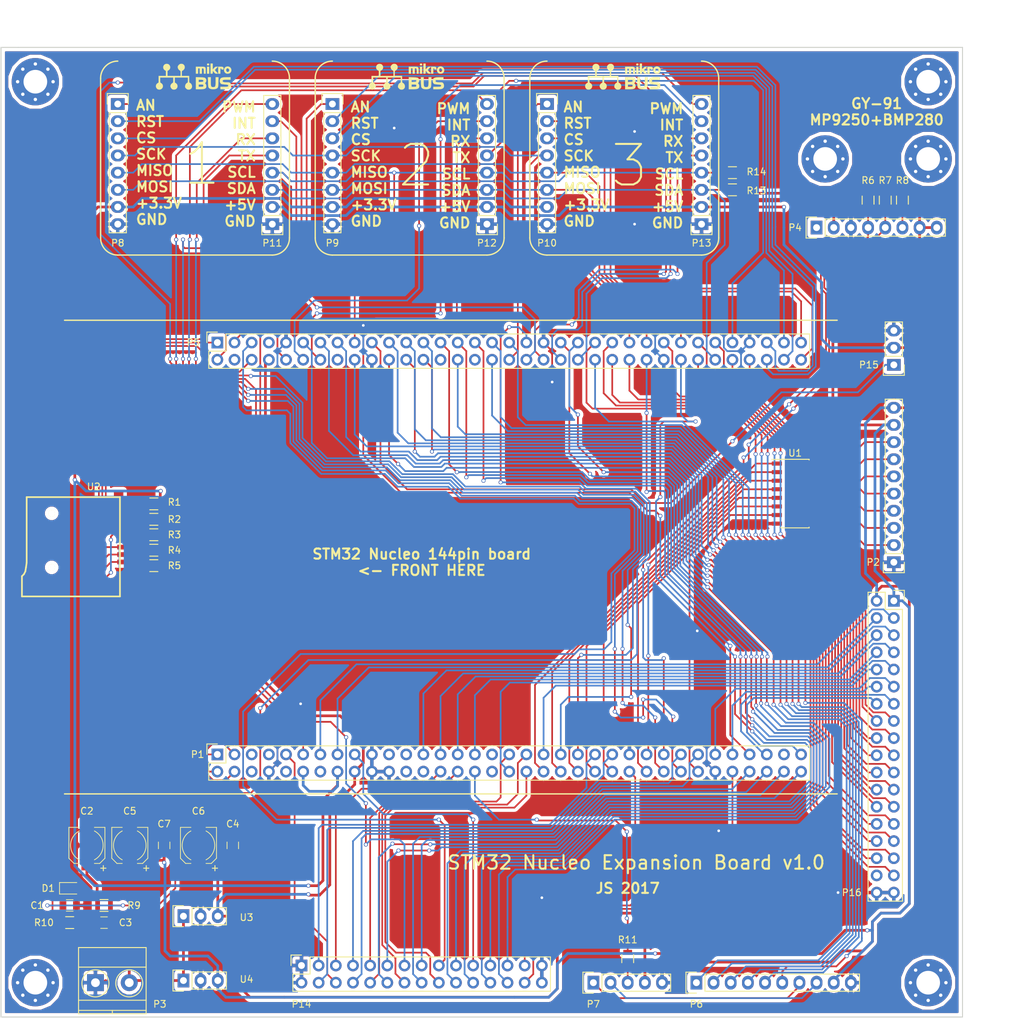
<source format=kicad_pcb>
(kicad_pcb (version 4) (host pcbnew 4.0.5)
  (layers (0 F.Cu signal) (31 B.Cu signal) (34 B.Paste user) (35 F.Paste user) (36 B.SilkS user) (37 F.SilkS user) (38 B.Mask user) (39 F.Mask user) (44 Edge.Cuts user))
  (net 0 "")
  (net 1 /PA3/AN3/BATTERY_AN)
  (net 2 GND)
  (net 3 "Net-(C2-Pad1)")
  (net 4 +5V)
  (net 5 +3V3)
  (net 6 /PA4/ANALOG_OUT)
  (net 7 /PC10/SDMMC.D2)
  (net 8 /PC11/SDMMC.D3)
  (net 9 /PC12/SDMMC.CK)
  (net 10 /PD2/SDMMC.CMD)
  (net 11 /PF7/PWM11.1/CLICK1.PWM)
  (net 12 /PD3/TRANSISTOR.1)
  (net 13 /PD5/USART2.TX/CLICK1.TX)
  (net 14 /PG2/TRANSISTOR.2)
  (net 15 /PD6/USART2.RX/CLICK1.RX)
  (net 16 /PG3/TRANSISTOR.3)
  (net 17 /PE2/TRANSISTOR.4)
  (net 18 /PE4/TRANSISTOR.5)
  (net 19 /PF1/I2C2.SCL)
  (net 20 /PF2/TRANSISTOR.6)
  (net 21 /PF0/I2C2.SDA)
  (net 22 /PF8/PWM13.1/CLICK2.PWM)
  (net 23 /PF9/PWM14.1/CLICK3.PWM)
  (net 24 /PG1/TRANSISTOR.7)
  (net 25 /PG9/USART6.RX/CLICK2.RX)
  (net 26 "Net-(P2-Pad8)")
  (net 27 "Net-(P2-Pad7)")
  (net 28 "Net-(P2-Pad6)")
  (net 29 "Net-(P2-Pad5)")
  (net 30 "Net-(P2-Pad4)")
  (net 31 "Net-(P2-Pad3)")
  (net 32 "Net-(P4-Pad6)")
  (net 33 /PC9/SDMMC.D1)
  (net 34 /PC8/SDMMC.D0)
  (net 35 /PC5/SDMMC.DETECT)
  (net 36 /PD8/CLICK1.INT)
  (net 37 /PA5/SPI1.SCK/LCD.SCK)
  (net 38 /PA12/CLICK2.INT)
  (net 39 /PA6/SPI1.MISO/LCD.MISO)
  (net 40 /PA11/CLICK3.INT)
  (net 41 /PA7/SPI.MOSI/LCD.MOSI)
  (net 42 /PB6/I2C4.SCL/CLICK.SCL)
  (net 43 /PB2/LCD.CS)
  (net 44 /PB1/LCD.INT)
  (net 45 /PB15/LCD.PD)
  (net 46 /PF5/ADC3.IN15/CLICK3.AN)
  (net 47 /PF4/ADC3.IN14/CLICK2.AN)
  (net 48 /PE8/USART7.TX/CLICK3.TX)
  (net 49 /PF10/ADC3.IN8/CLICK1.AN)
  (net 50 /PE7/USART7.RX/CLICK3.RX)
  (net 51 /PE12/SPI4.SCK)
  (net 52 /PE14/SPI4.MOSI)
  (net 53 /PE13/SPI4.MISO)
  (net 54 /PF15/I2C4.SDA/CLICK.SDA)
  (net 55 /PG14/USART6.TX/CLICK2.TX)
  (net 56 /PD10/CLICK1.CS)
  (net 57 /PG8/CLICK1.RST)
  (net 58 /PG7/CLICK2.CS)
  (net 59 /PG5/CLICK2.RST)
  (net 60 /PG4/CLICK3.CS)
  (net 61 /PG6/CLICK3.RST)
  (net 62 /LCD.AUDIO+)
  (net 63 /LCD.AUDIO-)
  (net 64 /PF6/ADC3.IN4/MOTOR1.AN)
  (net 65 /PA15/PWM2.1/ENC2.1)
  (net 66 /PA0/PWM5.1/MOTOR1.EN)
  (net 67 /PA1/PWM5.2/MOTOR2.EN)
  (net 68 /PC2/ADC123.IN12/MOTOR2.AN)
  (net 69 /PC3/ADC123.IN13/MOTOR3.AN)
  (net 70 /PC0/ADC123.IN10/MOTOR4.AN)
  (net 71 /PD7/MOTOR1.A)
  (net 72 /PE3/MOTOR1.B)
  (net 73 /PE5/PWM9.1/SERVO1)
  (net 74 /PD1/MOTOR2.A)
  (net 75 /PD0/MOTOR2.B)
  (net 76 /PE6/PWM9.2/SERVO2)
  (net 77 /PG15/MOTOR4.B)
  (net 78 /PG10/MOTOR4.A)
  (net 79 /PG13/MOTOR3.B)
  (net 80 /PG11/MOTOR3.A)
  (net 81 /PB8/PWM10.1/MOTOR3.EN)
  (net 82 /PB9/PWM11.1/MOTOR4.EN)
  (net 83 /PC7/PWM8.2/NEOPIXEL)
  (net 84 /PB4/PWM3.1/ENC3.1)
  (net 85 /PB5/PWM3.2/ENC3.2)
  (net 86 /PB3/PWM2.2/ENC2.2)
  (net 87 /PD13/PWM4.2/ENC4.2)
  (net 88 /PD12/PWM4.1/ENC4.1)
  (net 89 /PE9/PWM1.1/ENC1.1)
  (net 90 /PE11/PWM1.2/ENC1.2)
  (net 91 "Net-(P2-Pad2)")
  (net 92 /FREE1)
  (net 93 /FREE2)
  (net 94 /FREE3)
  (net 95 /FREE4)
  (net 96 /FREE5)
  (net 97 /FREE6)
  (net 98 /FREE7)
  (net 99 /FREE8)
  (net 100 /FREE9)
  (net 101 /FREE10)
  (net 102 /FREE11)
  (net 103 /FREE12)
  (net 104 /FREE31)
  (net 105 /FREE30)
  (net 106 /FREE29)
  (net 107 /FREE28)
  (net 108 /FREE27)
  (net 109 /FREE25)
  (net 110 /FREE26)
  (net 111 /FREE24)
  (net 112 /FREE22)
  (net 113 /FREE23)
  (net 114 /FREE21)
  (net 115 /FREE20)
  (net 116 /FREE19)
  (net 117 /FREE18)
  (net 118 /FREE16)
  (net 119 /FREE17)
  (net 120 /FREE15)
  (net 121 /FREE14)
  (net 122 /FREE13)
  (net 123 "Net-(P7-Pad3)")
  (module Capacitors_SMD:C_0805 (layer F.Cu) (at 41.91 148.59)
    (fp_text reference C1 (at -4.826 0) (layer F.SilkS))
    (fp_text value 100n)
    (pad 1 smd rect (at -1 0) (size 1 1.25) (layers F.Cu F.Paste F.Mask) (net 1 /PA3/AN3/BATTERY_AN))
    (pad 2 smd rect (at 1 0) (size 1 1.25) (layers F.Cu F.Paste F.Mask) (net 2 GND))
  )
  (module Capacitors_SMD:CP_Elec_5x5.7 (layer F.Cu) (at 44.45 139.7 90)
    (fp_text reference C2 (at 5.08 0 180) (layer F.SilkS))
    (fp_text value 10u)
    (fp_text user + (at -3.3782 2.3622 90) (layer F.SilkS))
    (pad 1 smd rect (at -2.2 0 270) (size 3 1.6) (layers F.Cu F.Paste F.Mask) (net 3 "Net-(C2-Pad1)"))
    (pad 2 smd rect (at 2.2 0 270) (size 3 1.6) (layers F.Cu F.Paste F.Mask) (net 2 GND))
  )
  (module Capacitors_SMD:C_0805 (layer F.Cu) (at 46.99 151.13)
    (fp_text reference C3 (at 3.175 0) (layer F.SilkS))
    (fp_text value 100n)
    (pad 1 smd rect (at -1 0) (size 1 1.25) (layers F.Cu F.Paste F.Mask) (net 3 "Net-(C2-Pad1)"))
    (pad 2 smd rect (at 1 0) (size 1 1.25) (layers F.Cu F.Paste F.Mask) (net 2 GND))
  )
  (module Capacitors_SMD:CP_Elec_5x5.7 (layer F.Cu) (at 60.96 139.7 90)
    (fp_text reference C4 (at 3.175 5.08 180) (layer F.SilkS))
    (fp_text value 10u)
    (fp_text user + (at -3.3782 2.3622 90) (layer F.SilkS))
    (pad 1 smd rect (at -2.2 0 270) (size 3 1.6) (layers F.Cu F.Paste F.Mask) (net 4 +5V))
    (pad 2 smd rect (at 2.2 0 270) (size 3 1.6) (layers F.Cu F.Paste F.Mask) (net 2 GND))
  )
  (module Capacitors_SMD:CP_Elec_5x5.7 (layer F.Cu) (at 50.8 139.7 90)
    (fp_text reference C5 (at 5.08 0 180) (layer F.SilkS))
    (fp_text value 10u)
    (fp_text user + (at -3.3782 2.3622 90) (layer F.SilkS))
    (pad 1 smd rect (at -2.2 0 270) (size 3 1.6) (layers F.Cu F.Paste F.Mask) (net 5 +3V3))
    (pad 2 smd rect (at 2.2 0 270) (size 3 1.6) (layers F.Cu F.Paste F.Mask) (net 2 GND))
  )
  (module Capacitors_SMD:C_0805 (layer F.Cu) (at 66.04 139.7 90)
    (fp_text reference C6 (at 5.08 -5.08 180) (layer F.SilkS))
    (fp_text value 100n)
    (pad 1 smd rect (at -1 0 90) (size 1 1.25) (layers F.Cu F.Paste F.Mask) (net 4 +5V))
    (pad 2 smd rect (at 1 0 90) (size 1 1.25) (layers F.Cu F.Paste F.Mask) (net 2 GND))
  )
  (module Capacitors_SMD:C_0805 (layer F.Cu) (at 55.88 139.7 90)
    (fp_text reference C7 (at 3.175 0 180) (layer F.SilkS))
    (fp_text value 100n)
    (pad 1 smd rect (at -1 0 90) (size 1 1.25) (layers F.Cu F.Paste F.Mask) (net 5 +3V3))
    (pad 2 smd rect (at 1 0 90) (size 1 1.25) (layers F.Cu F.Paste F.Mask) (net 2 GND))
  )
  (module Diodes_SMD:D_SOD-323 (layer F.Cu) (at 41.91 146.05)
    (fp_text reference D1 (at -3.175 0) (layer F.SilkS))
    (fp_text value 3V3)
    (pad 1 smd rect (at -1.05 0) (size 0.6 0.45) (layers F.Cu F.Paste F.Mask) (net 1 /PA3/AN3/BATTERY_AN))
    (pad 2 smd rect (at 1.05 0) (size 0.6 0.45) (layers F.Cu F.Paste F.Mask) (net 2 GND))
  )
  (module Socket_Strips:Socket_Strip_Straight_2x35 (layer F.Cu) (at 63.754 126.238)
    (fp_text reference P1 (at -2.921 0) (layer F.SilkS))
    (fp_text value CONN_02X35)
    (pad 1 thru_hole rect (at 0 0) (size 1.7272 1.7272) (drill 1.016) (layers *.Cu *.Mask) (net 7 /PC10/SDMMC.D2))
    (pad 2 thru_hole oval (at 0 2.54) (size 1.7272 1.7272) (drill 1.016) (layers *.Cu *.Mask) (net 8 /PC11/SDMMC.D3))
    (pad 3 thru_hole oval (at 2.54 0) (size 1.7272 1.7272) (drill 1.016) (layers *.Cu *.Mask) (net 9 /PC12/SDMMC.CK))
    (pad 4 thru_hole oval (at 2.54 2.54) (size 1.7272 1.7272) (drill 1.016) (layers *.Cu *.Mask) (net 10 /PD2/SDMMC.CMD))
    (pad 5 thru_hole oval (at 5.08 0) (size 1.7272 1.7272) (drill 1.016) (layers *.Cu *.Mask))
    (pad 6 thru_hole oval (at 5.08 2.54) (size 1.7272 1.7272) (drill 1.016) (layers *.Cu *.Mask))
    (pad 7 thru_hole oval (at 7.62 0) (size 1.7272 1.7272) (drill 1.016) (layers *.Cu *.Mask))
    (pad 8 thru_hole oval (at 7.62 2.54) (size 1.7272 1.7272) (drill 1.016) (layers *.Cu *.Mask) (net 2 GND))
    (pad 9 thru_hole oval (at 10.16 0) (size 1.7272 1.7272) (drill 1.016) (layers *.Cu *.Mask) (net 64 /PF6/ADC3.IN4/MOTOR1.AN))
    (pad 10 thru_hole oval (at 10.16 2.54) (size 1.7272 1.7272) (drill 1.016) (layers *.Cu *.Mask))
    (pad 11 thru_hole oval (at 12.7 0) (size 1.7272 1.7272) (drill 1.016) (layers *.Cu *.Mask) (net 11 /PF7/PWM11.1/CLICK1.PWM))
    (pad 12 thru_hole oval (at 12.7 2.54) (size 1.7272 1.7272) (drill 1.016) (layers *.Cu *.Mask) (net 5 +3V3))
    (pad 13 thru_hole oval (at 15.24 0) (size 1.7272 1.7272) (drill 1.016) (layers *.Cu *.Mask) (net 92 /FREE1))
    (pad 14 thru_hole oval (at 15.24 2.54) (size 1.7272 1.7272) (drill 1.016) (layers *.Cu *.Mask))
    (pad 15 thru_hole oval (at 17.78 0) (size 1.7272 1.7272) (drill 1.016) (layers *.Cu *.Mask) (net 93 /FREE2))
    (pad 16 thru_hole oval (at 17.78 2.54) (size 1.7272 1.7272) (drill 1.016) (layers *.Cu *.Mask) (net 5 +3V3))
    (pad 17 thru_hole oval (at 20.32 0) (size 1.7272 1.7272) (drill 1.016) (layers *.Cu *.Mask) (net 65 /PA15/PWM2.1/ENC2.1))
    (pad 18 thru_hole oval (at 20.32 2.54) (size 1.7272 1.7272) (drill 1.016) (layers *.Cu *.Mask) (net 4 +5V))
    (pad 19 thru_hole oval (at 22.86 0) (size 1.7272 1.7272) (drill 1.016) (layers *.Cu *.Mask) (net 2 GND))
    (pad 20 thru_hole oval (at 22.86 2.54) (size 1.7272 1.7272) (drill 1.016) (layers *.Cu *.Mask) (net 2 GND))
    (pad 21 thru_hole oval (at 25.4 0) (size 1.7272 1.7272) (drill 1.016) (layers *.Cu *.Mask))
    (pad 22 thru_hole oval (at 25.4 2.54) (size 1.7272 1.7272) (drill 1.016) (layers *.Cu *.Mask) (net 2 GND))
    (pad 23 thru_hole oval (at 27.94 0) (size 1.7272 1.7272) (drill 1.016) (layers *.Cu *.Mask))
    (pad 24 thru_hole oval (at 27.94 2.54) (size 1.7272 1.7272) (drill 1.016) (layers *.Cu *.Mask))
    (pad 25 thru_hole oval (at 30.48 0) (size 1.7272 1.7272) (drill 1.016) (layers *.Cu *.Mask) (net 94 /FREE3))
    (pad 26 thru_hole oval (at 30.48 2.54) (size 1.7272 1.7272) (drill 1.016) (layers *.Cu *.Mask))
    (pad 27 thru_hole oval (at 33.02 0) (size 1.7272 1.7272) (drill 1.016) (layers *.Cu *.Mask) (net 95 /FREE4))
    (pad 28 thru_hole oval (at 33.02 2.54) (size 1.7272 1.7272) (drill 1.016) (layers *.Cu *.Mask) (net 66 /PA0/PWM5.1/MOTOR1.EN))
    (pad 29 thru_hole oval (at 35.56 0) (size 1.7272 1.7272) (drill 1.016) (layers *.Cu *.Mask) (net 96 /FREE5))
    (pad 30 thru_hole oval (at 35.56 2.54) (size 1.7272 1.7272) (drill 1.016) (layers *.Cu *.Mask) (net 67 /PA1/PWM5.2/MOTOR2.EN))
    (pad 31 thru_hole oval (at 38.1 0) (size 1.7272 1.7272) (drill 1.016) (layers *.Cu *.Mask) (net 97 /FREE6))
    (pad 32 thru_hole oval (at 38.1 2.54) (size 1.7272 1.7272) (drill 1.016) (layers *.Cu *.Mask) (net 6 /PA4/ANALOG_OUT))
    (pad 33 thru_hole oval (at 40.64 0) (size 1.7272 1.7272) (drill 1.016) (layers *.Cu *.Mask))
    (pad 34 thru_hole oval (at 40.64 2.54) (size 1.7272 1.7272) (drill 1.016) (layers *.Cu *.Mask))
    (pad 35 thru_hole oval (at 43.18 0) (size 1.7272 1.7272) (drill 1.016) (layers *.Cu *.Mask) (net 68 /PC2/ADC123.IN12/MOTOR2.AN))
    (pad 36 thru_hole oval (at 43.18 2.54) (size 1.7272 1.7272) (drill 1.016) (layers *.Cu *.Mask) (net 98 /FREE7))
    (pad 37 thru_hole oval (at 45.72 0) (size 1.7272 1.7272) (drill 1.016) (layers *.Cu *.Mask) (net 69 /PC3/ADC123.IN13/MOTOR3.AN))
    (pad 38 thru_hole oval (at 45.72 2.54) (size 1.7272 1.7272) (drill 1.016) (layers *.Cu *.Mask) (net 70 /PC0/ADC123.IN10/MOTOR4.AN))
    (pad 39 thru_hole oval (at 48.26 0) (size 1.7272 1.7272) (drill 1.016) (layers *.Cu *.Mask) (net 99 /FREE8))
    (pad 40 thru_hole oval (at 48.26 2.54) (size 1.7272 1.7272) (drill 1.016) (layers *.Cu *.Mask) (net 12 /PD3/TRANSISTOR.1))
    (pad 41 thru_hole oval (at 50.8 0) (size 1.7272 1.7272) (drill 1.016) (layers *.Cu *.Mask) (net 13 /PD5/USART2.TX/CLICK1.TX))
    (pad 42 thru_hole oval (at 50.8 2.54) (size 1.7272 1.7272) (drill 1.016) (layers *.Cu *.Mask) (net 14 /PG2/TRANSISTOR.2))
    (pad 43 thru_hole oval (at 53.34 0) (size 1.7272 1.7272) (drill 1.016) (layers *.Cu *.Mask) (net 15 /PD6/USART2.RX/CLICK1.RX))
    (pad 44 thru_hole oval (at 53.34 2.54) (size 1.7272 1.7272) (drill 1.016) (layers *.Cu *.Mask) (net 16 /PG3/TRANSISTOR.3))
    (pad 45 thru_hole oval (at 55.88 0) (size 1.7272 1.7272) (drill 1.016) (layers *.Cu *.Mask) (net 71 /PD7/MOTOR1.A))
    (pad 46 thru_hole oval (at 55.88 2.54) (size 1.7272 1.7272) (drill 1.016) (layers *.Cu *.Mask) (net 17 /PE2/TRANSISTOR.4))
    (pad 47 thru_hole oval (at 58.42 0) (size 1.7272 1.7272) (drill 1.016) (layers *.Cu *.Mask) (net 72 /PE3/MOTOR1.B))
    (pad 48 thru_hole oval (at 58.42 2.54) (size 1.7272 1.7272) (drill 1.016) (layers *.Cu *.Mask) (net 18 /PE4/TRANSISTOR.5))
    (pad 49 thru_hole oval (at 60.96 0) (size 1.7272 1.7272) (drill 1.016) (layers *.Cu *.Mask) (net 2 GND))
    (pad 50 thru_hole oval (at 60.96 2.54) (size 1.7272 1.7272) (drill 1.016) (layers *.Cu *.Mask) (net 73 /PE5/PWM9.1/SERVO1))
    (pad 51 thru_hole oval (at 63.5 0) (size 1.7272 1.7272) (drill 1.016) (layers *.Cu *.Mask) (net 19 /PF1/I2C2.SCL))
    (pad 52 thru_hole oval (at 63.5 2.54) (size 1.7272 1.7272) (drill 1.016) (layers *.Cu *.Mask) (net 20 /PF2/TRANSISTOR.6))
    (pad 53 thru_hole oval (at 66.04 0) (size 1.7272 1.7272) (drill 1.016) (layers *.Cu *.Mask) (net 21 /PF0/I2C2.SDA))
    (pad 54 thru_hole oval (at 66.04 2.54) (size 1.7272 1.7272) (drill 1.016) (layers *.Cu *.Mask) (net 22 /PF8/PWM13.1/CLICK2.PWM))
    (pad 55 thru_hole oval (at 68.58 0) (size 1.7272 1.7272) (drill 1.016) (layers *.Cu *.Mask) (net 74 /PD1/MOTOR2.A))
    (pad 56 thru_hole oval (at 68.58 2.54) (size 1.7272 1.7272) (drill 1.016) (layers *.Cu *.Mask) (net 23 /PF9/PWM14.1/CLICK3.PWM))
    (pad 57 thru_hole oval (at 71.12 0) (size 1.7272 1.7272) (drill 1.016) (layers *.Cu *.Mask) (net 75 /PD0/MOTOR2.B))
    (pad 58 thru_hole oval (at 71.12 2.54) (size 1.7272 1.7272) (drill 1.016) (layers *.Cu *.Mask) (net 24 /PG1/TRANSISTOR.7))
    (pad 59 thru_hole oval (at 73.66 0) (size 1.7272 1.7272) (drill 1.016) (layers *.Cu *.Mask) (net 100 /FREE9))
    (pad 60 thru_hole oval (at 73.66 2.54) (size 1.7272 1.7272) (drill 1.016) (layers *.Cu *.Mask) (net 2 GND))
    (pad 61 thru_hole oval (at 76.2 0) (size 1.7272 1.7272) (drill 1.016) (layers *.Cu *.Mask) (net 101 /FREE10))
    (pad 62 thru_hole oval (at 76.2 2.54) (size 1.7272 1.7272) (drill 1.016) (layers *.Cu *.Mask) (net 76 /PE6/PWM9.2/SERVO2))
    (pad 63 thru_hole oval (at 78.74 0) (size 1.7272 1.7272) (drill 1.016) (layers *.Cu *.Mask) (net 25 /PG9/USART6.RX/CLICK2.RX))
    (pad 64 thru_hole oval (at 78.74 2.54) (size 1.7272 1.7272) (drill 1.016) (layers *.Cu *.Mask) (net 77 /PG15/MOTOR4.B))
    (pad 65 thru_hole oval (at 81.28 0) (size 1.7272 1.7272) (drill 1.016) (layers *.Cu *.Mask) (net 102 /FREE11))
    (pad 66 thru_hole oval (at 81.28 2.54) (size 1.7272 1.7272) (drill 1.016) (layers *.Cu *.Mask) (net 78 /PG10/MOTOR4.A))
    (pad 67 thru_hole oval (at 83.82 0) (size 1.7272 1.7272) (drill 1.016) (layers *.Cu *.Mask))
    (pad 68 thru_hole oval (at 83.82 2.54) (size 1.7272 1.7272) (drill 1.016) (layers *.Cu *.Mask) (net 79 /PG13/MOTOR3.B))
    (pad 69 thru_hole oval (at 86.36 0) (size 1.7272 1.7272) (drill 1.016) (layers *.Cu *.Mask) (net 103 /FREE12))
    (pad 70 thru_hole oval (at 86.36 2.54) (size 1.7272 1.7272) (drill 1.016) (layers *.Cu *.Mask) (net 80 /PG11/MOTOR3.A))
  )
  (module Terminal_Blocks:TerminalBlock_Pheonix_MKDS1.5-2pol (layer F.Cu) (at 45.72 160.02)
    (fp_text reference P3 (at 9.525 3.175) (layer F.SilkS))
    (fp_text value POWER_IN)
    (pad 1 thru_hole rect (at 0 0) (size 2.5 2.5) (drill 1.3) (layers *.Cu *.Mask) (net 2 GND))
    (pad 2 thru_hole circle (at 5 0) (size 2.5 2.5) (drill 1.3) (layers *.Cu *.Mask) (net 3 "Net-(C2-Pad1)"))
  )
  (module Socket_Strips:Socket_Strip_Straight_1x08 (layer F.Cu) (at 152.4 48.26)
    (fp_text reference P4 (at -3.175 0) (layer F.SilkS))
    (fp_text value 10-DOF)
    (pad 1 thru_hole rect (at 0 0) (size 1.7272 2.032) (drill 1.016) (layers *.Cu *.Mask))
    (pad 2 thru_hole oval (at 2.54 0) (size 1.7272 2.032) (drill 1.016) (layers *.Cu *.Mask) (net 5 +3V3))
    (pad 3 thru_hole oval (at 5.08 0) (size 1.7272 2.032) (drill 1.016) (layers *.Cu *.Mask) (net 2 GND))
    (pad 4 thru_hole oval (at 7.62 0) (size 1.7272 2.032) (drill 1.016) (layers *.Cu *.Mask) (net 19 /PF1/I2C2.SCL))
    (pad 5 thru_hole oval (at 10.16 0) (size 1.7272 2.032) (drill 1.016) (layers *.Cu *.Mask) (net 21 /PF0/I2C2.SDA))
    (pad 6 thru_hole oval (at 12.7 0) (size 1.7272 2.032) (drill 1.016) (layers *.Cu *.Mask) (net 32 "Net-(P4-Pad6)"))
    (pad 7 thru_hole oval (at 15.24 0) (size 1.7272 2.032) (drill 1.016) (layers *.Cu *.Mask) (net 5 +3V3))
    (pad 8 thru_hole oval (at 17.78 0) (size 1.7272 2.032) (drill 1.016) (layers *.Cu *.Mask) (net 5 +3V3))
  )
  (module Socket_Strips:Socket_Strip_Straight_2x35 (layer F.Cu) (at 63.754 65.278)
    (fp_text reference P5 (at -3.556 0) (layer F.SilkS))
    (fp_text value CONN_02X35)
    (pad 1 thru_hole rect (at 0 0) (size 1.7272 1.7272) (drill 1.016) (layers *.Cu *.Mask) (net 33 /PC9/SDMMC.D1))
    (pad 2 thru_hole oval (at 0 2.54) (size 1.7272 1.7272) (drill 1.016) (layers *.Cu *.Mask) (net 34 /PC8/SDMMC.D0))
    (pad 3 thru_hole oval (at 2.54 0) (size 1.7272 1.7272) (drill 1.016) (layers *.Cu *.Mask) (net 81 /PB8/PWM10.1/MOTOR3.EN))
    (pad 4 thru_hole oval (at 2.54 2.54) (size 1.7272 1.7272) (drill 1.016) (layers *.Cu *.Mask))
    (pad 5 thru_hole oval (at 5.08 0) (size 1.7272 1.7272) (drill 1.016) (layers *.Cu *.Mask) (net 82 /PB9/PWM11.1/MOTOR4.EN))
    (pad 6 thru_hole oval (at 5.08 2.54) (size 1.7272 1.7272) (drill 1.016) (layers *.Cu *.Mask) (net 35 /PC5/SDMMC.DETECT))
    (pad 7 thru_hole oval (at 7.62 0) (size 1.7272 1.7272) (drill 1.016) (layers *.Cu *.Mask))
    (pad 8 thru_hole oval (at 7.62 2.54) (size 1.7272 1.7272) (drill 1.016) (layers *.Cu *.Mask) (net 4 +5V))
    (pad 9 thru_hole oval (at 10.16 0) (size 1.7272 1.7272) (drill 1.016) (layers *.Cu *.Mask) (net 2 GND))
    (pad 10 thru_hole oval (at 10.16 2.54) (size 1.7272 1.7272) (drill 1.016) (layers *.Cu *.Mask) (net 36 /PD8/CLICK1.INT))
    (pad 11 thru_hole oval (at 12.7 0) (size 1.7272 1.7272) (drill 1.016) (layers *.Cu *.Mask) (net 37 /PA5/SPI1.SCK/LCD.SCK))
    (pad 12 thru_hole oval (at 12.7 2.54) (size 1.7272 1.7272) (drill 1.016) (layers *.Cu *.Mask) (net 38 /PA12/CLICK2.INT))
    (pad 13 thru_hole oval (at 15.24 0) (size 1.7272 1.7272) (drill 1.016) (layers *.Cu *.Mask) (net 39 /PA6/SPI1.MISO/LCD.MISO))
    (pad 14 thru_hole oval (at 15.24 2.54) (size 1.7272 1.7272) (drill 1.016) (layers *.Cu *.Mask) (net 40 /PA11/CLICK3.INT))
    (pad 15 thru_hole oval (at 17.78 0) (size 1.7272 1.7272) (drill 1.016) (layers *.Cu *.Mask) (net 41 /PA7/SPI.MOSI/LCD.MOSI))
    (pad 16 thru_hole oval (at 17.78 2.54) (size 1.7272 1.7272) (drill 1.016) (layers *.Cu *.Mask))
    (pad 17 thru_hole oval (at 20.32 0) (size 1.7272 1.7272) (drill 1.016) (layers *.Cu *.Mask) (net 42 /PB6/I2C4.SCL/CLICK.SCL))
    (pad 18 thru_hole oval (at 20.32 2.54) (size 1.7272 1.7272) (drill 1.016) (layers *.Cu *.Mask) (net 104 /FREE31))
    (pad 19 thru_hole oval (at 22.86 0) (size 1.7272 1.7272) (drill 1.016) (layers *.Cu *.Mask) (net 83 /PC7/PWM8.2/NEOPIXEL))
    (pad 20 thru_hole oval (at 22.86 2.54) (size 1.7272 1.7272) (drill 1.016) (layers *.Cu *.Mask) (net 2 GND))
    (pad 21 thru_hole oval (at 25.4 0) (size 1.7272 1.7272) (drill 1.016) (layers *.Cu *.Mask) (net 105 /FREE30))
    (pad 22 thru_hole oval (at 25.4 2.54) (size 1.7272 1.7272) (drill 1.016) (layers *.Cu *.Mask) (net 43 /PB2/LCD.CS))
    (pad 23 thru_hole oval (at 27.94 0) (size 1.7272 1.7272) (drill 1.016) (layers *.Cu *.Mask) (net 106 /FREE29))
    (pad 24 thru_hole oval (at 27.94 2.54) (size 1.7272 1.7272) (drill 1.016) (layers *.Cu *.Mask) (net 44 /PB1/LCD.INT))
    (pad 25 thru_hole oval (at 30.48 0) (size 1.7272 1.7272) (drill 1.016) (layers *.Cu *.Mask) (net 107 /FREE28))
    (pad 26 thru_hole oval (at 30.48 2.54) (size 1.7272 1.7272) (drill 1.016) (layers *.Cu *.Mask) (net 45 /PB15/LCD.PD))
    (pad 27 thru_hole oval (at 33.02 0) (size 1.7272 1.7272) (drill 1.016) (layers *.Cu *.Mask) (net 84 /PB4/PWM3.1/ENC3.1))
    (pad 28 thru_hole oval (at 33.02 2.54) (size 1.7272 1.7272) (drill 1.016) (layers *.Cu *.Mask))
    (pad 29 thru_hole oval (at 35.56 0) (size 1.7272 1.7272) (drill 1.016) (layers *.Cu *.Mask) (net 85 /PB5/PWM3.2/ENC3.2))
    (pad 30 thru_hole oval (at 35.56 2.54) (size 1.7272 1.7272) (drill 1.016) (layers *.Cu *.Mask) (net 108 /FREE27))
    (pad 31 thru_hole oval (at 38.1 0) (size 1.7272 1.7272) (drill 1.016) (layers *.Cu *.Mask) (net 86 /PB3/PWM2.2/ENC2.2))
    (pad 32 thru_hole oval (at 38.1 2.54) (size 1.7272 1.7272) (drill 1.016) (layers *.Cu *.Mask))
    (pad 33 thru_hole oval (at 40.64 0) (size 1.7272 1.7272) (drill 1.016) (layers *.Cu *.Mask) (net 109 /FREE25))
    (pad 34 thru_hole oval (at 40.64 2.54) (size 1.7272 1.7272) (drill 1.016) (layers *.Cu *.Mask) (net 110 /FREE26))
    (pad 35 thru_hole oval (at 43.18 0) (size 1.7272 1.7272) (drill 1.016) (layers *.Cu *.Mask) (net 111 /FREE24))
    (pad 36 thru_hole oval (at 43.18 2.54) (size 1.7272 1.7272) (drill 1.016) (layers *.Cu *.Mask) (net 46 /PF5/ADC3.IN15/CLICK3.AN))
    (pad 37 thru_hole oval (at 45.72 0) (size 1.7272 1.7272) (drill 1.016) (layers *.Cu *.Mask) (net 1 /PA3/AN3/BATTERY_AN))
    (pad 38 thru_hole oval (at 45.72 2.54) (size 1.7272 1.7272) (drill 1.016) (layers *.Cu *.Mask) (net 47 /PF4/ADC3.IN14/CLICK2.AN))
    (pad 39 thru_hole oval (at 48.26 0) (size 1.7272 1.7272) (drill 1.016) (layers *.Cu *.Mask) (net 2 GND))
    (pad 40 thru_hole oval (at 48.26 2.54) (size 1.7272 1.7272) (drill 1.016) (layers *.Cu *.Mask) (net 48 /PE8/USART7.TX/CLICK3.TX))
    (pad 41 thru_hole oval (at 50.8 0) (size 1.7272 1.7272) (drill 1.016) (layers *.Cu *.Mask) (net 87 /PD13/PWM4.2/ENC4.2))
    (pad 42 thru_hole oval (at 50.8 2.54) (size 1.7272 1.7272) (drill 1.016) (layers *.Cu *.Mask) (net 49 /PF10/ADC3.IN8/CLICK1.AN))
    (pad 43 thru_hole oval (at 53.34 0) (size 1.7272 1.7272) (drill 1.016) (layers *.Cu *.Mask) (net 88 /PD12/PWM4.1/ENC4.1))
    (pad 44 thru_hole oval (at 53.34 2.54) (size 1.7272 1.7272) (drill 1.016) (layers *.Cu *.Mask) (net 50 /PE7/USART7.RX/CLICK3.RX))
    (pad 45 thru_hole oval (at 55.88 0) (size 1.7272 1.7272) (drill 1.016) (layers *.Cu *.Mask) (net 112 /FREE22))
    (pad 46 thru_hole oval (at 55.88 2.54) (size 1.7272 1.7272) (drill 1.016) (layers *.Cu *.Mask) (net 113 /FREE23))
    (pad 47 thru_hole oval (at 58.42 0) (size 1.7272 1.7272) (drill 1.016) (layers *.Cu *.Mask) (net 114 /FREE21))
    (pad 48 thru_hole oval (at 58.42 2.54) (size 1.7272 1.7272) (drill 1.016) (layers *.Cu *.Mask) (net 115 /FREE20))
    (pad 49 thru_hole oval (at 60.96 0) (size 1.7272 1.7272) (drill 1.016) (layers *.Cu *.Mask) (net 51 /PE12/SPI4.SCK))
    (pad 50 thru_hole oval (at 60.96 2.54) (size 1.7272 1.7272) (drill 1.016) (layers *.Cu *.Mask) (net 116 /FREE19))
    (pad 51 thru_hole oval (at 63.5 0) (size 1.7272 1.7272) (drill 1.016) (layers *.Cu *.Mask) (net 52 /PE14/SPI4.MOSI))
    (pad 52 thru_hole oval (at 63.5 2.54) (size 1.7272 1.7272) (drill 1.016) (layers *.Cu *.Mask) (net 89 /PE9/PWM1.1/ENC1.1))
    (pad 53 thru_hole oval (at 66.04 0) (size 1.7272 1.7272) (drill 1.016) (layers *.Cu *.Mask) (net 117 /FREE18))
    (pad 54 thru_hole oval (at 66.04 2.54) (size 1.7272 1.7272) (drill 1.016) (layers *.Cu *.Mask) (net 2 GND))
    (pad 55 thru_hole oval (at 68.58 0) (size 1.7272 1.7272) (drill 1.016) (layers *.Cu *.Mask) (net 53 /PE13/SPI4.MISO))
    (pad 56 thru_hole oval (at 68.58 2.54) (size 1.7272 1.7272) (drill 1.016) (layers *.Cu *.Mask) (net 90 /PE11/PWM1.2/ENC1.2))
    (pad 57 thru_hole oval (at 71.12 0) (size 1.7272 1.7272) (drill 1.016) (layers *.Cu *.Mask) (net 118 /FREE16))
    (pad 58 thru_hole oval (at 71.12 2.54) (size 1.7272 1.7272) (drill 1.016) (layers *.Cu *.Mask) (net 119 /FREE17))
    (pad 59 thru_hole oval (at 73.66 0) (size 1.7272 1.7272) (drill 1.016) (layers *.Cu *.Mask) (net 120 /FREE15))
    (pad 60 thru_hole oval (at 73.66 2.54) (size 1.7272 1.7272) (drill 1.016) (layers *.Cu *.Mask) (net 54 /PF15/I2C4.SDA/CLICK.SDA))
    (pad 61 thru_hole oval (at 76.2 0) (size 1.7272 1.7272) (drill 1.016) (layers *.Cu *.Mask) (net 55 /PG14/USART6.TX/CLICK2.TX))
    (pad 62 thru_hole oval (at 76.2 2.54) (size 1.7272 1.7272) (drill 1.016) (layers *.Cu *.Mask) (net 121 /FREE14))
    (pad 63 thru_hole oval (at 78.74 0) (size 1.7272 1.7272) (drill 1.016) (layers *.Cu *.Mask) (net 2 GND))
    (pad 64 thru_hole oval (at 78.74 2.54) (size 1.7272 1.7272) (drill 1.016) (layers *.Cu *.Mask) (net 122 /FREE13))
    (pad 65 thru_hole oval (at 81.28 0) (size 1.7272 1.7272) (drill 1.016) (layers *.Cu *.Mask) (net 56 /PD10/CLICK1.CS))
    (pad 66 thru_hole oval (at 81.28 2.54) (size 1.7272 1.7272) (drill 1.016) (layers *.Cu *.Mask) (net 57 /PG8/CLICK1.RST))
    (pad 67 thru_hole oval (at 83.82 0) (size 1.7272 1.7272) (drill 1.016) (layers *.Cu *.Mask) (net 58 /PG7/CLICK2.CS))
    (pad 68 thru_hole oval (at 83.82 2.54) (size 1.7272 1.7272) (drill 1.016) (layers *.Cu *.Mask) (net 59 /PG5/CLICK2.RST))
    (pad 69 thru_hole oval (at 86.36 0) (size 1.7272 1.7272) (drill 1.016) (layers *.Cu *.Mask) (net 60 /PG4/CLICK3.CS))
    (pad 70 thru_hole oval (at 86.36 2.54) (size 1.7272 1.7272) (drill 1.016) (layers *.Cu *.Mask) (net 61 /PG6/CLICK3.RST))
  )
  (module Socket_Strips:Socket_Strip_Straight_1x10 (layer F.Cu) (at 134.62 160.02)
    (fp_text reference P6 (at 0 3.175) (layer F.SilkS))
    (fp_text value LCD)
    (pad 1 thru_hole rect (at 0 0) (size 1.7272 2.032) (drill 1.016) (layers *.Cu *.Mask) (net 43 /PB2/LCD.CS))
    (pad 2 thru_hole oval (at 2.54 0) (size 1.7272 2.032) (drill 1.016) (layers *.Cu *.Mask) (net 37 /PA5/SPI1.SCK/LCD.SCK))
    (pad 3 thru_hole oval (at 5.08 0) (size 1.7272 2.032) (drill 1.016) (layers *.Cu *.Mask) (net 39 /PA6/SPI1.MISO/LCD.MISO))
    (pad 4 thru_hole oval (at 7.62 0) (size 1.7272 2.032) (drill 1.016) (layers *.Cu *.Mask) (net 41 /PA7/SPI.MOSI/LCD.MOSI))
    (pad 5 thru_hole oval (at 10.16 0) (size 1.7272 2.032) (drill 1.016) (layers *.Cu *.Mask) (net 44 /PB1/LCD.INT))
    (pad 6 thru_hole oval (at 12.7 0) (size 1.7272 2.032) (drill 1.016) (layers *.Cu *.Mask) (net 45 /PB15/LCD.PD))
    (pad 7 thru_hole oval (at 15.24 0) (size 1.7272 2.032) (drill 1.016) (layers *.Cu *.Mask) (net 62 /LCD.AUDIO+))
    (pad 8 thru_hole oval (at 17.78 0) (size 1.7272 2.032) (drill 1.016) (layers *.Cu *.Mask) (net 63 /LCD.AUDIO-))
    (pad 9 thru_hole oval (at 20.32 0) (size 1.7272 2.032) (drill 1.016) (layers *.Cu *.Mask) (net 5 +3V3))
    (pad 10 thru_hole oval (at 22.86 0) (size 1.7272 2.032) (drill 1.016) (layers *.Cu *.Mask) (net 2 GND))
  )
  (module Socket_Strips:Socket_Strip_Straight_1x05 (layer F.Cu) (at 119.38 160.02)
    (fp_text reference P7 (at 0 3.175) (layer F.SilkS))
    (fp_text value AUDIO/ANALOG)
    (pad 1 thru_hole rect (at 0 0) (size 1.7272 2.032) (drill 1.016) (layers *.Cu *.Mask) (net 62 /LCD.AUDIO+))
    (pad 2 thru_hole oval (at 2.54 0) (size 1.7272 2.032) (drill 1.016) (layers *.Cu *.Mask) (net 63 /LCD.AUDIO-))
    (pad 3 thru_hole oval (at 5.08 0) (size 1.7272 2.032) (drill 1.016) (layers *.Cu *.Mask) (net 123 "Net-(P7-Pad3)"))
    (pad 4 thru_hole oval (at 7.62 0) (size 1.7272 2.032) (drill 1.016) (layers *.Cu *.Mask) (net 4 +5V))
    (pad 5 thru_hole oval (at 10.16 0) (size 1.7272 2.032) (drill 1.016) (layers *.Cu *.Mask) (net 2 GND))
  )
  (module Socket_Strips:Socket_Strip_Straight_1x08 (layer F.Cu) (at 49.022 29.972 270)
    (fp_text reference P8 (at 20.574 0 360) (layer F.SilkS))
    (fp_text value MIKROBUS1.L)
    (pad 1 thru_hole rect (at 0 0 270) (size 1.7272 2.032) (drill 1.016) (layers *.Cu *.Mask) (net 49 /PF10/ADC3.IN8/CLICK1.AN))
    (pad 2 thru_hole oval (at 2.54 0 270) (size 1.7272 2.032) (drill 1.016) (layers *.Cu *.Mask) (net 57 /PG8/CLICK1.RST))
    (pad 3 thru_hole oval (at 5.08 0 270) (size 1.7272 2.032) (drill 1.016) (layers *.Cu *.Mask) (net 56 /PD10/CLICK1.CS))
    (pad 4 thru_hole oval (at 7.62 0 270) (size 1.7272 2.032) (drill 1.016) (layers *.Cu *.Mask) (net 51 /PE12/SPI4.SCK))
    (pad 5 thru_hole oval (at 10.16 0 270) (size 1.7272 2.032) (drill 1.016) (layers *.Cu *.Mask) (net 53 /PE13/SPI4.MISO))
    (pad 6 thru_hole oval (at 12.7 0 270) (size 1.7272 2.032) (drill 1.016) (layers *.Cu *.Mask) (net 52 /PE14/SPI4.MOSI))
    (pad 7 thru_hole oval (at 15.24 0 270) (size 1.7272 2.032) (drill 1.016) (layers *.Cu *.Mask) (net 5 +3V3))
    (pad 8 thru_hole oval (at 17.78 0 270) (size 1.7272 2.032) (drill 1.016) (layers *.Cu *.Mask) (net 2 GND))
  )
  (module Socket_Strips:Socket_Strip_Straight_1x08 (layer F.Cu) (at 80.772 29.972 270)
    (fp_text reference P9 (at 20.574 0 360) (layer F.SilkS))
    (fp_text value MIKROBUS2.L)
    (pad 1 thru_hole rect (at 0 0 270) (size 1.7272 2.032) (drill 1.016) (layers *.Cu *.Mask) (net 47 /PF4/ADC3.IN14/CLICK2.AN))
    (pad 2 thru_hole oval (at 2.54 0 270) (size 1.7272 2.032) (drill 1.016) (layers *.Cu *.Mask) (net 59 /PG5/CLICK2.RST))
    (pad 3 thru_hole oval (at 5.08 0 270) (size 1.7272 2.032) (drill 1.016) (layers *.Cu *.Mask) (net 58 /PG7/CLICK2.CS))
    (pad 4 thru_hole oval (at 7.62 0 270) (size 1.7272 2.032) (drill 1.016) (layers *.Cu *.Mask) (net 51 /PE12/SPI4.SCK))
    (pad 5 thru_hole oval (at 10.16 0 270) (size 1.7272 2.032) (drill 1.016) (layers *.Cu *.Mask) (net 53 /PE13/SPI4.MISO))
    (pad 6 thru_hole oval (at 12.7 0 270) (size 1.7272 2.032) (drill 1.016) (layers *.Cu *.Mask) (net 52 /PE14/SPI4.MOSI))
    (pad 7 thru_hole oval (at 15.24 0 270) (size 1.7272 2.032) (drill 1.016) (layers *.Cu *.Mask) (net 5 +3V3))
    (pad 8 thru_hole oval (at 17.78 0 270) (size 1.7272 2.032) (drill 1.016) (layers *.Cu *.Mask) (net 2 GND))
  )
  (module Socket_Strips:Socket_Strip_Straight_1x08 (layer F.Cu) (at 112.522 29.972 270)
    (fp_text reference P10 (at 20.574 0 360) (layer F.SilkS))
    (fp_text value MIKROBUS3.L)
    (pad 1 thru_hole rect (at 0 0 270) (size 1.7272 2.032) (drill 1.016) (layers *.Cu *.Mask) (net 46 /PF5/ADC3.IN15/CLICK3.AN))
    (pad 2 thru_hole oval (at 2.54 0 270) (size 1.7272 2.032) (drill 1.016) (layers *.Cu *.Mask) (net 61 /PG6/CLICK3.RST))
    (pad 3 thru_hole oval (at 5.08 0 270) (size 1.7272 2.032) (drill 1.016) (layers *.Cu *.Mask) (net 60 /PG4/CLICK3.CS))
    (pad 4 thru_hole oval (at 7.62 0 270) (size 1.7272 2.032) (drill 1.016) (layers *.Cu *.Mask) (net 51 /PE12/SPI4.SCK))
    (pad 5 thru_hole oval (at 10.16 0 270) (size 1.7272 2.032) (drill 1.016) (layers *.Cu *.Mask) (net 53 /PE13/SPI4.MISO))
    (pad 6 thru_hole oval (at 12.7 0 270) (size 1.7272 2.032) (drill 1.016) (layers *.Cu *.Mask) (net 52 /PE14/SPI4.MOSI))
    (pad 7 thru_hole oval (at 15.24 0 270) (size 1.7272 2.032) (drill 1.016) (layers *.Cu *.Mask) (net 5 +3V3))
    (pad 8 thru_hole oval (at 17.78 0 270) (size 1.7272 2.032) (drill 1.016) (layers *.Cu *.Mask) (net 2 GND))
  )
  (module Socket_Strips:Socket_Strip_Straight_1x08 (layer F.Cu) (at 71.882 47.752 90)
    (fp_text reference P11 (at -2.794 0 180) (layer F.SilkS))
    (fp_text value MIKROBUS1.R)
    (pad 1 thru_hole rect (at 0 0 90) (size 1.7272 2.032) (drill 1.016) (layers *.Cu *.Mask) (net 2 GND))
    (pad 2 thru_hole oval (at 2.54 0 90) (size 1.7272 2.032) (drill 1.016) (layers *.Cu *.Mask) (net 4 +5V))
    (pad 3 thru_hole oval (at 5.08 0 90) (size 1.7272 2.032) (drill 1.016) (layers *.Cu *.Mask) (net 54 /PF15/I2C4.SDA/CLICK.SDA))
    (pad 4 thru_hole oval (at 7.62 0 90) (size 1.7272 2.032) (drill 1.016) (layers *.Cu *.Mask) (net 42 /PB6/I2C4.SCL/CLICK.SCL))
    (pad 5 thru_hole oval (at 10.16 0 90) (size 1.7272 2.032) (drill 1.016) (layers *.Cu *.Mask) (net 13 /PD5/USART2.TX/CLICK1.TX))
    (pad 6 thru_hole oval (at 12.7 0 90) (size 1.7272 2.032) (drill 1.016) (layers *.Cu *.Mask) (net 15 /PD6/USART2.RX/CLICK1.RX))
    (pad 7 thru_hole oval (at 15.24 0 90) (size 1.7272 2.032) (drill 1.016) (layers *.Cu *.Mask) (net 36 /PD8/CLICK1.INT))
    (pad 8 thru_hole oval (at 17.78 0 90) (size 1.7272 2.032) (drill 1.016) (layers *.Cu *.Mask) (net 11 /PF7/PWM11.1/CLICK1.PWM))
  )
  (module Socket_Strips:Socket_Strip_Straight_1x08 (layer F.Cu) (at 103.632 47.752 90)
    (fp_text reference P12 (at -2.794 0 180) (layer F.SilkS))
    (fp_text value MIKROBUS2.R)
    (pad 1 thru_hole rect (at 0 0 90) (size 1.7272 2.032) (drill 1.016) (layers *.Cu *.Mask) (net 2 GND))
    (pad 2 thru_hole oval (at 2.54 0 90) (size 1.7272 2.032) (drill 1.016) (layers *.Cu *.Mask) (net 4 +5V))
    (pad 3 thru_hole oval (at 5.08 0 90) (size 1.7272 2.032) (drill 1.016) (layers *.Cu *.Mask) (net 54 /PF15/I2C4.SDA/CLICK.SDA))
    (pad 4 thru_hole oval (at 7.62 0 90) (size 1.7272 2.032) (drill 1.016) (layers *.Cu *.Mask) (net 42 /PB6/I2C4.SCL/CLICK.SCL))
    (pad 5 thru_hole oval (at 10.16 0 90) (size 1.7272 2.032) (drill 1.016) (layers *.Cu *.Mask) (net 55 /PG14/USART6.TX/CLICK2.TX))
    (pad 6 thru_hole oval (at 12.7 0 90) (size 1.7272 2.032) (drill 1.016) (layers *.Cu *.Mask) (net 25 /PG9/USART6.RX/CLICK2.RX))
    (pad 7 thru_hole oval (at 15.24 0 90) (size 1.7272 2.032) (drill 1.016) (layers *.Cu *.Mask) (net 38 /PA12/CLICK2.INT))
    (pad 8 thru_hole oval (at 17.78 0 90) (size 1.7272 2.032) (drill 1.016) (layers *.Cu *.Mask) (net 22 /PF8/PWM13.1/CLICK2.PWM))
  )
  (module Socket_Strips:Socket_Strip_Straight_1x08 (layer F.Cu) (at 135.382 47.752 90)
    (fp_text reference P13 (at -2.794 0 180) (layer F.SilkS))
    (fp_text value MIKROBUS3.R)
    (pad 1 thru_hole rect (at 0 0 90) (size 1.7272 2.032) (drill 1.016) (layers *.Cu *.Mask) (net 2 GND))
    (pad 2 thru_hole oval (at 2.54 0 90) (size 1.7272 2.032) (drill 1.016) (layers *.Cu *.Mask) (net 4 +5V))
    (pad 3 thru_hole oval (at 5.08 0 90) (size 1.7272 2.032) (drill 1.016) (layers *.Cu *.Mask) (net 54 /PF15/I2C4.SDA/CLICK.SDA))
    (pad 4 thru_hole oval (at 7.62 0 90) (size 1.7272 2.032) (drill 1.016) (layers *.Cu *.Mask) (net 42 /PB6/I2C4.SCL/CLICK.SCL))
    (pad 5 thru_hole oval (at 10.16 0 90) (size 1.7272 2.032) (drill 1.016) (layers *.Cu *.Mask) (net 48 /PE8/USART7.TX/CLICK3.TX))
    (pad 6 thru_hole oval (at 12.7 0 90) (size 1.7272 2.032) (drill 1.016) (layers *.Cu *.Mask) (net 50 /PE7/USART7.RX/CLICK3.RX))
    (pad 7 thru_hole oval (at 15.24 0 90) (size 1.7272 2.032) (drill 1.016) (layers *.Cu *.Mask) (net 40 /PA11/CLICK3.INT))
    (pad 8 thru_hole oval (at 17.78 0 90) (size 1.7272 2.032) (drill 1.016) (layers *.Cu *.Mask) (net 23 /PF9/PWM14.1/CLICK3.PWM))
  )
  (module Resistors_SMD:R_0805 (layer F.Cu) (at 54.356 89.154 180)
    (fp_text reference R1 (at -3.048 0.254 180) (layer F.SilkS))
    (fp_text value 47K)
    (pad 1 smd rect (at -0.95 0 180) (size 0.7 1.3) (layers F.Cu F.Paste F.Mask) (net 5 +3V3))
    (pad 2 smd rect (at 0.95 0 180) (size 0.7 1.3) (layers F.Cu F.Paste F.Mask) (net 33 /PC9/SDMMC.D1))
  )
  (module Resistors_SMD:R_0805 (layer F.Cu) (at 54.356 91.44 180)
    (fp_text reference R2 (at -3.048 0 180) (layer F.SilkS))
    (fp_text value 47K)
    (pad 1 smd rect (at -0.95 0 180) (size 0.7 1.3) (layers F.Cu F.Paste F.Mask) (net 5 +3V3))
    (pad 2 smd rect (at 0.95 0 180) (size 0.7 1.3) (layers F.Cu F.Paste F.Mask) (net 34 /PC8/SDMMC.D0))
  )
  (module Resistors_SMD:R_0805 (layer F.Cu) (at 54.356 93.726 180)
    (fp_text reference R3 (at -3.048 0 180) (layer F.SilkS))
    (fp_text value 47k)
    (pad 1 smd rect (at -0.95 0 180) (size 0.7 1.3) (layers F.Cu F.Paste F.Mask) (net 5 +3V3))
    (pad 2 smd rect (at 0.95 0 180) (size 0.7 1.3) (layers F.Cu F.Paste F.Mask) (net 10 /PD2/SDMMC.CMD))
  )
  (module Resistors_SMD:R_0805 (layer F.Cu) (at 54.356 96.012 180)
    (fp_text reference R4 (at -3.048 0 180) (layer F.SilkS))
    (fp_text value 47k)
    (pad 1 smd rect (at -0.95 0 180) (size 0.7 1.3) (layers F.Cu F.Paste F.Mask) (net 5 +3V3))
    (pad 2 smd rect (at 0.95 0 180) (size 0.7 1.3) (layers F.Cu F.Paste F.Mask) (net 8 /PC11/SDMMC.D3))
  )
  (module Resistors_SMD:R_0805 (layer F.Cu) (at 54.356 98.298 180)
    (fp_text reference R5 (at -3.048 0 180) (layer F.SilkS))
    (fp_text value 47k)
    (pad 1 smd rect (at -0.95 0 180) (size 0.7 1.3) (layers F.Cu F.Paste F.Mask) (net 5 +3V3))
    (pad 2 smd rect (at 0.95 0 180) (size 0.7 1.3) (layers F.Cu F.Paste F.Mask) (net 7 /PC10/SDMMC.D2))
  )
  (module Resistors_SMD:R_0805 (layer F.Cu) (at 160.02 44.196 270)
    (fp_text reference R6 (at -2.921 0 360) (layer F.SilkS))
    (fp_text value 4k7)
    (pad 1 smd rect (at -0.95 0 270) (size 0.7 1.3) (layers F.Cu F.Paste F.Mask) (net 5 +3V3))
    (pad 2 smd rect (at 0.95 0 270) (size 0.7 1.3) (layers F.Cu F.Paste F.Mask) (net 19 /PF1/I2C2.SCL))
  )
  (module Resistors_SMD:R_0805 (layer F.Cu) (at 162.56 44.196 270)
    (fp_text reference R7 (at -2.921 0 360) (layer F.SilkS))
    (fp_text value 4k7)
    (pad 1 smd rect (at -0.95 0 270) (size 0.7 1.3) (layers F.Cu F.Paste F.Mask) (net 5 +3V3))
    (pad 2 smd rect (at 0.95 0 270) (size 0.7 1.3) (layers F.Cu F.Paste F.Mask) (net 21 /PF0/I2C2.SDA))
  )
  (module Resistors_SMD:R_0805 (layer F.Cu) (at 165.1 44.196 90)
    (fp_text reference R8 (at 2.921 0 180) (layer F.SilkS))
    (fp_text value 100R)
    (pad 1 smd rect (at -0.95 0 90) (size 0.7 1.3) (layers F.Cu F.Paste F.Mask) (net 32 "Net-(P4-Pad6)"))
    (pad 2 smd rect (at 0.95 0 90) (size 0.7 1.3) (layers F.Cu F.Paste F.Mask) (net 2 GND))
  )
  (module Resistors_SMD:R_0805 (layer F.Cu) (at 46.99 148.59)
    (fp_text reference R9 (at 4.445 0) (layer F.SilkS))
    (fp_text value 9k1)
    (pad 1 smd rect (at -0.95 0) (size 0.7 1.3) (layers F.Cu F.Paste F.Mask) (net 3 "Net-(C2-Pad1)"))
    (pad 2 smd rect (at 0.95 0) (size 0.7 1.3) (layers F.Cu F.Paste F.Mask) (net 1 /PA3/AN3/BATTERY_AN))
  )
  (module Resistors_SMD:R_0805 (layer F.Cu) (at 41.91 151.13)
    (fp_text reference R10 (at -3.81 0) (layer F.SilkS))
    (fp_text value 1k)
    (pad 1 smd rect (at -0.95 0) (size 0.7 1.3) (layers F.Cu F.Paste F.Mask) (net 1 /PA3/AN3/BATTERY_AN))
    (pad 2 smd rect (at 0.95 0) (size 0.7 1.3) (layers F.Cu F.Paste F.Mask) (net 2 GND))
  )
  (module Resistors_SMD:R_0805 (layer F.Cu) (at 124.46 156.464 90)
    (fp_text reference R11 (at 2.794 0 180) (layer F.SilkS))
    (fp_text value 10R)
    (pad 1 smd rect (at -0.95 0 90) (size 0.7 1.3) (layers F.Cu F.Paste F.Mask) (net 123 "Net-(P7-Pad3)"))
    (pad 2 smd rect (at 0.95 0 90) (size 0.7 1.3) (layers F.Cu F.Paste F.Mask) (net 6 /PA4/ANALOG_OUT))
  )
  (module Resistors_SMD:R_0805 (layer F.Cu) (at 139.954 42.672 180)
    (fp_text reference R13 (at -3.556 -0.127 180) (layer F.SilkS))
    (fp_text value 4k7)
    (pad 1 smd rect (at -0.95 0 180) (size 0.7 1.3) (layers F.Cu F.Paste F.Mask) (net 5 +3V3))
    (pad 2 smd rect (at 0.95 0 180) (size 0.7 1.3) (layers F.Cu F.Paste F.Mask) (net 54 /PF15/I2C4.SDA/CLICK.SDA))
  )
  (module Resistors_SMD:R_0805 (layer F.Cu) (at 139.954 40.132 180)
    (fp_text reference R14 (at -3.556 0.127 180) (layer F.SilkS))
    (fp_text value 4k7)
    (pad 1 smd rect (at -0.95 0 180) (size 0.7 1.3) (layers F.Cu F.Paste F.Mask) (net 5 +3V3))
    (pad 2 smd rect (at 0.95 0 180) (size 0.7 1.3) (layers F.Cu F.Paste F.Mask) (net 42 /PB6/I2C4.SCL/CLICK.SCL))
  )
  (module Housings_SOIC:SOIC-16_3.9x9.9mm_Pitch1.27mm (layer F.Cu) (at 149.225 87.63)
    (fp_text reference U1 (at 0 -6) (layer F.SilkS))
    (fp_text value ULN2003)
    (pad 1 smd rect (at -2.7 -4.445) (size 1.5 0.6) (layers F.Cu F.Paste F.Mask) (net 12 /PD3/TRANSISTOR.1))
    (pad 2 smd rect (at -2.7 -3.175) (size 1.5 0.6) (layers F.Cu F.Paste F.Mask) (net 14 /PG2/TRANSISTOR.2))
    (pad 3 smd rect (at -2.7 -1.905) (size 1.5 0.6) (layers F.Cu F.Paste F.Mask) (net 16 /PG3/TRANSISTOR.3))
    (pad 4 smd rect (at -2.7 -0.635) (size 1.5 0.6) (layers F.Cu F.Paste F.Mask) (net 17 /PE2/TRANSISTOR.4))
    (pad 5 smd rect (at -2.7 0.635) (size 1.5 0.6) (layers F.Cu F.Paste F.Mask) (net 18 /PE4/TRANSISTOR.5))
    (pad 6 smd rect (at -2.7 1.905) (size 1.5 0.6) (layers F.Cu F.Paste F.Mask) (net 20 /PF2/TRANSISTOR.6))
    (pad 7 smd rect (at -2.7 3.175) (size 1.5 0.6) (layers F.Cu F.Paste F.Mask) (net 24 /PG1/TRANSISTOR.7))
    (pad 8 smd rect (at -2.7 4.445) (size 1.5 0.6) (layers F.Cu F.Paste F.Mask) (net 2 GND))
    (pad 9 smd rect (at 2.7 4.445) (size 1.5 0.6) (layers F.Cu F.Paste F.Mask) (net 2 GND))
    (pad 10 smd rect (at 2.7 3.175) (size 1.5 0.6) (layers F.Cu F.Paste F.Mask) (net 91 "Net-(P2-Pad2)"))
    (pad 11 smd rect (at 2.7 1.905) (size 1.5 0.6) (layers F.Cu F.Paste F.Mask) (net 31 "Net-(P2-Pad3)"))
    (pad 12 smd rect (at 2.7 0.635) (size 1.5 0.6) (layers F.Cu F.Paste F.Mask) (net 30 "Net-(P2-Pad4)"))
    (pad 13 smd rect (at 2.7 -0.635) (size 1.5 0.6) (layers F.Cu F.Paste F.Mask) (net 29 "Net-(P2-Pad5)"))
    (pad 14 smd rect (at 2.7 -1.905) (size 1.5 0.6) (layers F.Cu F.Paste F.Mask) (net 28 "Net-(P2-Pad6)"))
    (pad 15 smd rect (at 2.7 -3.175) (size 1.5 0.6) (layers F.Cu F.Paste F.Mask) (net 27 "Net-(P2-Pad7)"))
    (pad 16 smd rect (at 2.7 -4.445) (size 1.5 0.6) (layers F.Cu F.Paste F.Mask) (net 26 "Net-(P2-Pad8)"))
  )
  (module MicroSD:microsd (layer F.Cu) (at 50.546 95.504 90)
    (fp_text reference U2 (at 8.89 -5.08 180) (layer F.SilkS))
    (fp_text value MicroSD_SPI_CD)
    (pad 8 smd rect (at 5.45 -0.8 90) (size 0.7 1.6) (layers F.Cu F.Paste F.Mask) (net 33 /PC9/SDMMC.D1))
    (pad 7 smd rect (at 4.35 -0.8 90) (size 0.7 1.6) (layers F.Cu F.Paste F.Mask) (net 34 /PC8/SDMMC.D0))
    (pad 6 smd rect (at 3.25 -0.8 90) (size 0.7 1.6) (layers F.Cu F.Paste F.Mask) (net 2 GND))
    (pad 5 smd rect (at 2.15 -0.8 90) (size 0.7 1.6) (layers F.Cu F.Paste F.Mask) (net 9 /PC12/SDMMC.CK))
    (pad 4 smd rect (at 1.05 -0.8 90) (size 0.7 1.6) (layers F.Cu F.Paste F.Mask) (net 5 +3V3))
    (pad 3 smd rect (at -0.05 -0.8 90) (size 0.7 1.6) (layers F.Cu F.Paste F.Mask) (net 10 /PD2/SDMMC.CMD))
    (pad 2 smd rect (at -1.15 -0.8 90) (size 0.7 1.6) (layers F.Cu F.Paste F.Mask) (net 8 /PC11/SDMMC.D3))
    (pad 1 smd rect (at -2.25 -0.8 90) (size 0.7 1.6) (layers F.Cu F.Paste F.Mask) (net 7 /PC10/SDMMC.D2))
    (pad 10 smd rect (at 7.75 -1.4 90) (size 1.2 1.4) (layers F.Cu F.Paste F.Mask))
    (pad "" smd rect (at -6.85 -1.4 90) (size 1.6 1.4) (layers F.Cu F.Paste F.Mask))
    (pad ~ smd rect (at -7.75 -11 270) (size 1.2 2.2) (layers F.Cu F.Paste F.Mask))
    (pad "" smd rect (at 7.75 -10.9 270) (size 1.2 2.2) (layers F.Cu F.Paste F.Mask))
    (pad 9 smd rect (at 6.55 -0.8 90) (size 0.7 1.6) (layers F.Cu F.Paste F.Mask) (net 35 /PC5/SDMMC.DETECT))
    (pad "" np_thru_hole circle (at 4.95 -11.3 270) (size 1 1) (drill 1) (layers *.Cu *.Mask F.SilkS))
    (pad "" np_thru_hole circle (at -3.05 -11.3 270) (size 1 1) (drill 1) (layers *.Cu *.Mask F.SilkS))
  )
  (module Socket_Strips:Socket_Strip_Straight_1x03 (layer F.Cu) (at 58.7375 150.1775)
    (fp_text reference U3 (at 9.3345 0.1905 180) (layer F.SilkS))
    (fp_text value K7805)
    (pad 1 thru_hole rect (at 0 0) (size 1.7272 2.032) (drill 1.016) (layers *.Cu *.Mask) (net 3 "Net-(C2-Pad1)"))
    (pad 2 thru_hole oval (at 2.54 0) (size 1.7272 2.032) (drill 1.016) (layers *.Cu *.Mask) (net 2 GND))
    (pad 3 thru_hole oval (at 5.08 0) (size 1.7272 2.032) (drill 1.016) (layers *.Cu *.Mask) (net 4 +5V))
  )
  (module Socket_Strips:Socket_Strip_Straight_1x03 (layer F.Cu) (at 58.7375 159.7025)
    (fp_text reference U4 (at 9.3345 -0.1905 180) (layer F.SilkS))
    (fp_text value K7803)
    (pad 1 thru_hole rect (at 0 0) (size 1.7272 2.032) (drill 1.016) (layers *.Cu *.Mask) (net 3 "Net-(C2-Pad1)"))
    (pad 2 thru_hole oval (at 2.54 0) (size 1.7272 2.032) (drill 1.016) (layers *.Cu *.Mask) (net 2 GND))
    (pad 3 thru_hole oval (at 5.08 0) (size 1.7272 2.032) (drill 1.016) (layers *.Cu *.Mask) (net 5 +3V3))
  )
  (module Socket_Strips:Socket_Strip_Straight_1x03 (layer F.Cu) (at 163.83 68.58 90)
    (fp_text reference P15 (at 0 -3.683 180) (layer F.SilkS))
    (fp_text value LED)
    (pad 1 thru_hole rect (at 0 0 90) (size 1.7272 2.032) (drill 1.016) (layers *.Cu *.Mask) (net 83 /PC7/PWM8.2/NEOPIXEL))
    (pad 2 thru_hole oval (at 2.54 0 90) (size 1.7272 2.032) (drill 1.016) (layers *.Cu *.Mask) (net 4 +5V))
    (pad 3 thru_hole oval (at 5.08 0 90) (size 1.7272 2.032) (drill 1.016) (layers *.Cu *.Mask) (net 2 GND))
  )
  (module Socket_Strips:Socket_Strip_Straight_1x10 (layer F.Cu) (at 163.83 97.79 90)
    (fp_text reference P2 (at 0 -3.048 180) (layer F.SilkS))
    (fp_text value TRANSISTOR_OUT)
    (pad 1 thru_hole rect (at 0 0 90) (size 1.7272 2.032) (drill 1.016) (layers *.Cu *.Mask) (net 2 GND))
    (pad 2 thru_hole oval (at 2.54 0 90) (size 1.7272 2.032) (drill 1.016) (layers *.Cu *.Mask) (net 91 "Net-(P2-Pad2)"))
    (pad 3 thru_hole oval (at 5.08 0 90) (size 1.7272 2.032) (drill 1.016) (layers *.Cu *.Mask) (net 31 "Net-(P2-Pad3)"))
    (pad 4 thru_hole oval (at 7.62 0 90) (size 1.7272 2.032) (drill 1.016) (layers *.Cu *.Mask) (net 30 "Net-(P2-Pad4)"))
    (pad 5 thru_hole oval (at 10.16 0 90) (size 1.7272 2.032) (drill 1.016) (layers *.Cu *.Mask) (net 29 "Net-(P2-Pad5)"))
    (pad 6 thru_hole oval (at 12.7 0 90) (size 1.7272 2.032) (drill 1.016) (layers *.Cu *.Mask) (net 28 "Net-(P2-Pad6)"))
    (pad 7 thru_hole oval (at 15.24 0 90) (size 1.7272 2.032) (drill 1.016) (layers *.Cu *.Mask) (net 27 "Net-(P2-Pad7)"))
    (pad 8 thru_hole oval (at 17.78 0 90) (size 1.7272 2.032) (drill 1.016) (layers *.Cu *.Mask) (net 26 "Net-(P2-Pad8)"))
    (pad 9 thru_hole oval (at 20.32 0 90) (size 1.7272 2.032) (drill 1.016) (layers *.Cu *.Mask) (net 5 +3V3))
    (pad 10 thru_hole oval (at 22.86 0 90) (size 1.7272 2.032) (drill 1.016) (layers *.Cu *.Mask) (net 4 +5V))
  )
  (module Socket_Strips:Socket_Strip_Straight_2x18 (layer F.Cu) (at 163.83 103.505 270)
    (fp_text reference P16 (at 43.18 6.223 360) (layer F.SilkS))
    (fp_text value FREE_PINS)
    (pad 1 thru_hole rect (at 0 0 270) (size 1.7272 1.7272) (drill 1.016) (layers *.Cu *.Mask) (net 5 +3V3))
    (pad 2 thru_hole oval (at 0 2.54 270) (size 1.7272 1.7272) (drill 1.016) (layers *.Cu *.Mask) (net 4 +5V))
    (pad 3 thru_hole oval (at 2.54 0 270) (size 1.7272 1.7272) (drill 1.016) (layers *.Cu *.Mask) (net 92 /FREE1))
    (pad 4 thru_hole oval (at 2.54 2.54 270) (size 1.7272 1.7272) (drill 1.016) (layers *.Cu *.Mask) (net 93 /FREE2))
    (pad 5 thru_hole oval (at 5.08 0 270) (size 1.7272 1.7272) (drill 1.016) (layers *.Cu *.Mask) (net 94 /FREE3))
    (pad 6 thru_hole oval (at 5.08 2.54 270) (size 1.7272 1.7272) (drill 1.016) (layers *.Cu *.Mask) (net 95 /FREE4))
    (pad 7 thru_hole oval (at 7.62 0 270) (size 1.7272 1.7272) (drill 1.016) (layers *.Cu *.Mask) (net 96 /FREE5))
    (pad 8 thru_hole oval (at 7.62 2.54 270) (size 1.7272 1.7272) (drill 1.016) (layers *.Cu *.Mask) (net 97 /FREE6))
    (pad 9 thru_hole oval (at 10.16 0 270) (size 1.7272 1.7272) (drill 1.016) (layers *.Cu *.Mask) (net 98 /FREE7))
    (pad 10 thru_hole oval (at 10.16 2.54 270) (size 1.7272 1.7272) (drill 1.016) (layers *.Cu *.Mask) (net 99 /FREE8))
    (pad 11 thru_hole oval (at 12.7 0 270) (size 1.7272 1.7272) (drill 1.016) (layers *.Cu *.Mask) (net 100 /FREE9))
    (pad 12 thru_hole oval (at 12.7 2.54 270) (size 1.7272 1.7272) (drill 1.016) (layers *.Cu *.Mask) (net 101 /FREE10))
    (pad 13 thru_hole oval (at 15.24 0 270) (size 1.7272 1.7272) (drill 1.016) (layers *.Cu *.Mask) (net 102 /FREE11))
    (pad 14 thru_hole oval (at 15.24 2.54 270) (size 1.7272 1.7272) (drill 1.016) (layers *.Cu *.Mask) (net 103 /FREE12))
    (pad 15 thru_hole oval (at 17.78 0 270) (size 1.7272 1.7272) (drill 1.016) (layers *.Cu *.Mask) (net 122 /FREE13))
    (pad 16 thru_hole oval (at 17.78 2.54 270) (size 1.7272 1.7272) (drill 1.016) (layers *.Cu *.Mask) (net 121 /FREE14))
    (pad 17 thru_hole oval (at 20.32 0 270) (size 1.7272 1.7272) (drill 1.016) (layers *.Cu *.Mask) (net 120 /FREE15))
    (pad 18 thru_hole oval (at 20.32 2.54 270) (size 1.7272 1.7272) (drill 1.016) (layers *.Cu *.Mask) (net 118 /FREE16))
    (pad 19 thru_hole oval (at 22.86 0 270) (size 1.7272 1.7272) (drill 1.016) (layers *.Cu *.Mask) (net 119 /FREE17))
    (pad 20 thru_hole oval (at 22.86 2.54 270) (size 1.7272 1.7272) (drill 1.016) (layers *.Cu *.Mask) (net 117 /FREE18))
    (pad 21 thru_hole oval (at 25.4 0 270) (size 1.7272 1.7272) (drill 1.016) (layers *.Cu *.Mask) (net 116 /FREE19))
    (pad 22 thru_hole oval (at 25.4 2.54 270) (size 1.7272 1.7272) (drill 1.016) (layers *.Cu *.Mask) (net 115 /FREE20))
    (pad 23 thru_hole oval (at 27.94 0 270) (size 1.7272 1.7272) (drill 1.016) (layers *.Cu *.Mask) (net 114 /FREE21))
    (pad 24 thru_hole oval (at 27.94 2.54 270) (size 1.7272 1.7272) (drill 1.016) (layers *.Cu *.Mask) (net 112 /FREE22))
    (pad 25 thru_hole oval (at 30.48 0 270) (size 1.7272 1.7272) (drill 1.016) (layers *.Cu *.Mask) (net 113 /FREE23))
    (pad 26 thru_hole oval (at 30.48 2.54 270) (size 1.7272 1.7272) (drill 1.016) (layers *.Cu *.Mask) (net 111 /FREE24))
    (pad 27 thru_hole oval (at 33.02 0 270) (size 1.7272 1.7272) (drill 1.016) (layers *.Cu *.Mask) (net 109 /FREE25))
    (pad 28 thru_hole oval (at 33.02 2.54 270) (size 1.7272 1.7272) (drill 1.016) (layers *.Cu *.Mask) (net 110 /FREE26))
    (pad 29 thru_hole oval (at 35.56 0 270) (size 1.7272 1.7272) (drill 1.016) (layers *.Cu *.Mask) (net 108 /FREE27))
    (pad 30 thru_hole oval (at 35.56 2.54 270) (size 1.7272 1.7272) (drill 1.016) (layers *.Cu *.Mask) (net 107 /FREE28))
    (pad 31 thru_hole oval (at 38.1 0 270) (size 1.7272 1.7272) (drill 1.016) (layers *.Cu *.Mask) (net 106 /FREE29))
    (pad 32 thru_hole oval (at 38.1 2.54 270) (size 1.7272 1.7272) (drill 1.016) (layers *.Cu *.Mask) (net 105 /FREE30))
    (pad 33 thru_hole oval (at 40.64 0 270) (size 1.7272 1.7272) (drill 1.016) (layers *.Cu *.Mask) (net 104 /FREE31))
    (pad 34 thru_hole oval (at 40.64 2.54 270) (size 1.7272 1.7272) (drill 1.016) (layers *.Cu *.Mask))
    (pad 35 thru_hole oval (at 43.18 0 270) (size 1.7272 1.7272) (drill 1.016) (layers *.Cu *.Mask) (net 2 GND))
    (pad 36 thru_hole oval (at 43.18 2.54 270) (size 1.7272 1.7272) (drill 1.016) (layers *.Cu *.Mask) (net 2 GND))
  )
  (module Socket_Strips:Socket_Strip_Straight_2x15 (layer F.Cu) (at 76.2 157.48)
    (fp_text reference P14 (at 0 5.715) (layer F.SilkS))
    (fp_text value MOTOR)
    (pad 1 thru_hole rect (at 0 0) (size 1.7272 1.7272) (drill 1.016) (layers *.Cu *.Mask) (net 2 GND))
    (pad 2 thru_hole oval (at 0 2.54) (size 1.7272 1.7272) (drill 1.016) (layers *.Cu *.Mask) (net 2 GND))
    (pad 3 thru_hole oval (at 2.54 0) (size 1.7272 1.7272) (drill 1.016) (layers *.Cu *.Mask) (net 71 /PD7/MOTOR1.A))
    (pad 4 thru_hole oval (at 2.54 2.54) (size 1.7272 1.7272) (drill 1.016) (layers *.Cu *.Mask) (net 72 /PE3/MOTOR1.B))
    (pad 5 thru_hole oval (at 5.08 0) (size 1.7272 1.7272) (drill 1.016) (layers *.Cu *.Mask) (net 66 /PA0/PWM5.1/MOTOR1.EN))
    (pad 6 thru_hole oval (at 5.08 2.54) (size 1.7272 1.7272) (drill 1.016) (layers *.Cu *.Mask) (net 64 /PF6/ADC3.IN4/MOTOR1.AN))
    (pad 7 thru_hole oval (at 7.62 0) (size 1.7272 1.7272) (drill 1.016) (layers *.Cu *.Mask) (net 74 /PD1/MOTOR2.A))
    (pad 8 thru_hole oval (at 7.62 2.54) (size 1.7272 1.7272) (drill 1.016) (layers *.Cu *.Mask) (net 75 /PD0/MOTOR2.B))
    (pad 9 thru_hole oval (at 10.16 0) (size 1.7272 1.7272) (drill 1.016) (layers *.Cu *.Mask) (net 67 /PA1/PWM5.2/MOTOR2.EN))
    (pad 10 thru_hole oval (at 10.16 2.54) (size 1.7272 1.7272) (drill 1.016) (layers *.Cu *.Mask) (net 68 /PC2/ADC123.IN12/MOTOR2.AN))
    (pad 11 thru_hole oval (at 12.7 0) (size 1.7272 1.7272) (drill 1.016) (layers *.Cu *.Mask) (net 80 /PG11/MOTOR3.A))
    (pad 12 thru_hole oval (at 12.7 2.54) (size 1.7272 1.7272) (drill 1.016) (layers *.Cu *.Mask) (net 79 /PG13/MOTOR3.B))
    (pad 13 thru_hole oval (at 15.24 0) (size 1.7272 1.7272) (drill 1.016) (layers *.Cu *.Mask) (net 81 /PB8/PWM10.1/MOTOR3.EN))
    (pad 14 thru_hole oval (at 15.24 2.54) (size 1.7272 1.7272) (drill 1.016) (layers *.Cu *.Mask) (net 69 /PC3/ADC123.IN13/MOTOR3.AN))
    (pad 15 thru_hole oval (at 17.78 0) (size 1.7272 1.7272) (drill 1.016) (layers *.Cu *.Mask) (net 78 /PG10/MOTOR4.A))
    (pad 16 thru_hole oval (at 17.78 2.54) (size 1.7272 1.7272) (drill 1.016) (layers *.Cu *.Mask) (net 77 /PG15/MOTOR4.B))
    (pad 17 thru_hole oval (at 20.32 0) (size 1.7272 1.7272) (drill 1.016) (layers *.Cu *.Mask) (net 82 /PB9/PWM11.1/MOTOR4.EN))
    (pad 18 thru_hole oval (at 20.32 2.54) (size 1.7272 1.7272) (drill 1.016) (layers *.Cu *.Mask) (net 70 /PC0/ADC123.IN10/MOTOR4.AN))
    (pad 19 thru_hole oval (at 22.86 0) (size 1.7272 1.7272) (drill 1.016) (layers *.Cu *.Mask) (net 89 /PE9/PWM1.1/ENC1.1))
    (pad 20 thru_hole oval (at 22.86 2.54) (size 1.7272 1.7272) (drill 1.016) (layers *.Cu *.Mask) (net 90 /PE11/PWM1.2/ENC1.2))
    (pad 21 thru_hole oval (at 25.4 0) (size 1.7272 1.7272) (drill 1.016) (layers *.Cu *.Mask) (net 65 /PA15/PWM2.1/ENC2.1))
    (pad 22 thru_hole oval (at 25.4 2.54) (size 1.7272 1.7272) (drill 1.016) (layers *.Cu *.Mask) (net 86 /PB3/PWM2.2/ENC2.2))
    (pad 23 thru_hole oval (at 27.94 0) (size 1.7272 1.7272) (drill 1.016) (layers *.Cu *.Mask) (net 84 /PB4/PWM3.1/ENC3.1))
    (pad 24 thru_hole oval (at 27.94 2.54) (size 1.7272 1.7272) (drill 1.016) (layers *.Cu *.Mask) (net 85 /PB5/PWM3.2/ENC3.2))
    (pad 25 thru_hole oval (at 30.48 0) (size 1.7272 1.7272) (drill 1.016) (layers *.Cu *.Mask) (net 88 /PD12/PWM4.1/ENC4.1))
    (pad 26 thru_hole oval (at 30.48 2.54) (size 1.7272 1.7272) (drill 1.016) (layers *.Cu *.Mask) (net 87 /PD13/PWM4.2/ENC4.2))
    (pad 27 thru_hole oval (at 33.02 0) (size 1.7272 1.7272) (drill 1.016) (layers *.Cu *.Mask) (net 73 /PE5/PWM9.1/SERVO1))
    (pad 28 thru_hole oval (at 33.02 2.54) (size 1.7272 1.7272) (drill 1.016) (layers *.Cu *.Mask) (net 76 /PE6/PWM9.2/SERVO2))
    (pad 29 thru_hole oval (at 35.56 0) (size 1.7272 1.7272) (drill 1.016) (layers *.Cu *.Mask) (net 2 GND))
    (pad 30 thru_hole oval (at 35.56 2.54) (size 1.7272 1.7272) (drill 1.016) (layers *.Cu *.Mask) (net 2 GND))
  )
  (module Mounting_Holes:MountingHole_3.5mm_Pad_Via (layer F.Cu) (at 36.83 26.67)
    (fp_text reference "" (at 0 0) (layer F.SilkS))
    (fp_text value MountingHole_3.5mm_Pad_Via)
    (pad 1 thru_hole circle (at 0 0) (size 7 7) (drill 3.5) (layers *.Cu *.Mask))
    (pad "" thru_hole circle (at 2.625 0) (size 0.6 0.6) (drill 0.5) (layers *.Cu *.Mask))
    (pad "" thru_hole circle (at 1.856155 1.856155) (size 0.6 0.6) (drill 0.5) (layers *.Cu *.Mask))
    (pad "" thru_hole circle (at 0 2.625) (size 0.6 0.6) (drill 0.5) (layers *.Cu *.Mask))
    (pad "" thru_hole circle (at -1.856155 1.856155) (size 0.6 0.6) (drill 0.5) (layers *.Cu *.Mask))
    (pad "" thru_hole circle (at -2.625 0) (size 0.6 0.6) (drill 0.5) (layers *.Cu *.Mask))
    (pad "" thru_hole circle (at -1.856155 -1.856155) (size 0.6 0.6) (drill 0.5) (layers *.Cu *.Mask))
    (pad "" thru_hole circle (at 0 -2.625) (size 0.6 0.6) (drill 0.5) (layers *.Cu *.Mask))
    (pad "" thru_hole circle (at 1.856155 -1.856155) (size 0.6 0.6) (drill 0.5) (layers *.Cu *.Mask))
  )
  (module Mounting_Holes:MountingHole_3.5mm_Pad_Via (layer F.Cu) (at 168.91 26.67)
    (fp_text reference "" (at 0 -0.635) (layer F.SilkS))
    (fp_text value MountingHole_3.5mm_Pad_Via)
    (pad 1 thru_hole circle (at 0 0) (size 7 7) (drill 3.5) (layers *.Cu *.Mask))
    (pad "" thru_hole circle (at 2.625 0) (size 0.6 0.6) (drill 0.5) (layers *.Cu *.Mask))
    (pad "" thru_hole circle (at 1.856155 1.856155) (size 0.6 0.6) (drill 0.5) (layers *.Cu *.Mask))
    (pad "" thru_hole circle (at 0 2.625) (size 0.6 0.6) (drill 0.5) (layers *.Cu *.Mask))
    (pad "" thru_hole circle (at -1.856155 1.856155) (size 0.6 0.6) (drill 0.5) (layers *.Cu *.Mask))
    (pad "" thru_hole circle (at -2.625 0) (size 0.6 0.6) (drill 0.5) (layers *.Cu *.Mask))
    (pad "" thru_hole circle (at -1.856155 -1.856155) (size 0.6 0.6) (drill 0.5) (layers *.Cu *.Mask))
    (pad "" thru_hole circle (at 0 -2.625) (size 0.6 0.6) (drill 0.5) (layers *.Cu *.Mask))
    (pad "" thru_hole circle (at 1.856155 -1.856155) (size 0.6 0.6) (drill 0.5) (layers *.Cu *.Mask))
  )
  (module Mounting_Holes:MountingHole_3.5mm_Pad_Via (layer F.Cu) (at 168.91 160.02)
    (fp_text reference "" (at 0 -4.5) (layer F.SilkS))
    (fp_text value MountingHole_3.5mm_Pad_Via)
    (pad 1 thru_hole circle (at 0 0) (size 7 7) (drill 3.5) (layers *.Cu *.Mask))
    (pad "" thru_hole circle (at 2.625 0) (size 0.6 0.6) (drill 0.5) (layers *.Cu *.Mask))
    (pad "" thru_hole circle (at 1.856155 1.856155) (size 0.6 0.6) (drill 0.5) (layers *.Cu *.Mask))
    (pad "" thru_hole circle (at 0 2.625) (size 0.6 0.6) (drill 0.5) (layers *.Cu *.Mask))
    (pad "" thru_hole circle (at -1.856155 1.856155) (size 0.6 0.6) (drill 0.5) (layers *.Cu *.Mask))
    (pad "" thru_hole circle (at -2.625 0) (size 0.6 0.6) (drill 0.5) (layers *.Cu *.Mask))
    (pad "" thru_hole circle (at -1.856155 -1.856155) (size 0.6 0.6) (drill 0.5) (layers *.Cu *.Mask))
    (pad "" thru_hole circle (at 0 -2.625) (size 0.6 0.6) (drill 0.5) (layers *.Cu *.Mask))
    (pad "" thru_hole circle (at 1.856155 -1.856155) (size 0.6 0.6) (drill 0.5) (layers *.Cu *.Mask))
  )
  (module Mounting_Holes:MountingHole_3.5mm_Pad_Via (layer F.Cu) (at 36.83 160.02)
    (fp_text reference "" (at 0 -4.5) (layer F.SilkS))
    (fp_text value MountingHole_3.5mm_Pad_Via)
    (pad 1 thru_hole circle (at 0 0) (size 7 7) (drill 3.5) (layers *.Cu *.Mask))
    (pad "" thru_hole circle (at 2.625 0) (size 0.6 0.6) (drill 0.5) (layers *.Cu *.Mask))
    (pad "" thru_hole circle (at 1.856155 1.856155) (size 0.6 0.6) (drill 0.5) (layers *.Cu *.Mask))
    (pad "" thru_hole circle (at 0 2.625) (size 0.6 0.6) (drill 0.5) (layers *.Cu *.Mask))
    (pad "" thru_hole circle (at -1.856155 1.856155) (size 0.6 0.6) (drill 0.5) (layers *.Cu *.Mask))
    (pad "" thru_hole circle (at -2.625 0) (size 0.6 0.6) (drill 0.5) (layers *.Cu *.Mask))
    (pad "" thru_hole circle (at -1.856155 -1.856155) (size 0.6 0.6) (drill 0.5) (layers *.Cu *.Mask))
    (pad "" thru_hole circle (at 0 -2.625) (size 0.6 0.6) (drill 0.5) (layers *.Cu *.Mask))
    (pad "" thru_hole circle (at 1.856155 -1.856155) (size 0.6 0.6) (drill 0.5) (layers *.Cu *.Mask))
  )
  (module Mounting_Holes:MountingHole_3.5mm_Pad_Via (layer F.Cu) (at 168.91 38.1)
    (fp_text reference "" (at 0 -4.5) (layer F.SilkS))
    (fp_text value MountingHole_3.5mm_Pad_Via)
    (pad 1 thru_hole circle (at 0 0) (size 7 7) (drill 3.5) (layers *.Cu *.Mask))
    (pad "" thru_hole circle (at 2.625 0) (size 0.6 0.6) (drill 0.5) (layers *.Cu *.Mask))
    (pad "" thru_hole circle (at 1.856155 1.856155) (size 0.6 0.6) (drill 0.5) (layers *.Cu *.Mask))
    (pad "" thru_hole circle (at 0 2.625) (size 0.6 0.6) (drill 0.5) (layers *.Cu *.Mask))
    (pad "" thru_hole circle (at -1.856155 1.856155) (size 0.6 0.6) (drill 0.5) (layers *.Cu *.Mask))
    (pad "" thru_hole circle (at -2.625 0) (size 0.6 0.6) (drill 0.5) (layers *.Cu *.Mask))
    (pad "" thru_hole circle (at -1.856155 -1.856155) (size 0.6 0.6) (drill 0.5) (layers *.Cu *.Mask))
    (pad "" thru_hole circle (at 0 -2.625) (size 0.6 0.6) (drill 0.5) (layers *.Cu *.Mask))
    (pad "" thru_hole circle (at 1.856155 -1.856155) (size 0.6 0.6) (drill 0.5) (layers *.Cu *.Mask))
  )
  (module Mounting_Holes:MountingHole_3.5mm_Pad_Via (layer F.Cu) (at 153.67 38.1)
    (fp_text reference "" (at 0 -4.5) (layer F.SilkS))
    (fp_text value MountingHole_3.5mm_Pad_Via)
    (pad 1 thru_hole circle (at 0 0) (size 7 7) (drill 3.5) (layers *.Cu *.Mask))
    (pad "" thru_hole circle (at 2.625 0) (size 0.6 0.6) (drill 0.5) (layers *.Cu *.Mask))
    (pad "" thru_hole circle (at 1.856155 1.856155) (size 0.6 0.6) (drill 0.5) (layers *.Cu *.Mask))
    (pad "" thru_hole circle (at 0 2.625) (size 0.6 0.6) (drill 0.5) (layers *.Cu *.Mask))
    (pad "" thru_hole circle (at -1.856155 1.856155) (size 0.6 0.6) (drill 0.5) (layers *.Cu *.Mask))
    (pad "" thru_hole circle (at -2.625 0) (size 0.6 0.6) (drill 0.5) (layers *.Cu *.Mask))
    (pad "" thru_hole circle (at -1.856155 -1.856155) (size 0.6 0.6) (drill 0.5) (layers *.Cu *.Mask))
    (pad "" thru_hole circle (at 0 -2.625) (size 0.6 0.6) (drill 0.5) (layers *.Cu *.Mask))
    (pad "" thru_hole circle (at 1.856155 -1.856155) (size 0.6 0.6) (drill 0.5) (layers *.Cu *.Mask))
  )
  (module MikroBus_Logo:MikroBus_Logo (layer F.Cu) (at 123.698 25.908)
    (fp_text reference "" hide)
    (fp_text value LOGO hide)
  )
  (module MikroBus_Logo:MikroBus_Logo (layer F.Cu) (at 91.694 25.908)
    (fp_text reference "" hide)
    (fp_text value LOGO hide)
  )
  (module MikroBus_Logo:MikroBus_Logo (layer F.Cu) (at 60.198 25.908)
    (fp_text reference "" hide)
    (fp_text value LOGO hide)
  )
  (gr_line (start 34.29 21.59) (end 31.75 21.59) (angle 90) (layer Edge.Cuts) (width 0.15))
  (gr_line (start 34.29 165.1) (end 31.75 165.1) (angle 90) (layer Edge.Cuts) (width 0.15))
  (gr_line (start 155.448 132.08) (end 41.148 132.08) (angle 90) (layer F.SilkS) (width 0.2))
  (gr_line (start 155.448 61.976) (end 41.148 61.976) (angle 90) (layer F.SilkS) (width 0.2))
  (gr_line (start 173.99 165.1) (end 34.29 165.1) (angle 90) (layer Edge.Cuts) (width 0.15))
  (gr_line (start 173.99 21.59) (end 173.99 165.1) (angle 90) (layer Edge.Cuts) (width 0.15))
  (gr_line (start 34.29 21.59) (end 173.99 21.59) (angle 90) (layer Edge.Cuts) (width 0.15))
  (gr_line (start 31.75 165.1) (end 31.75 21.59) (angle 90) (layer Edge.Cuts) (width 0.15))
  (gr_text "STM32 Nucleo 144pin board\n<- FRONT HERE" (at 93.98 97.79) (layer F.SilkS) (effects (font (size 1.5 1.5) (thickness 0.3))))
  (gr_text "STM32 Nucleo Expansion Board v1.0" (at 125.73 142.24) (layer F.SilkS) (effects (font (size 2 2) (thickness 0.3))))
  (gr_text "JS 2017" (at 124.46 146.05) (layer F.SilkS) (effects (font (size 1.5 1.5) (thickness 0.3))))
  (gr_text "GY-91\nMP9250+BMP280" (at 161.29 31.115) (layer F.SilkS) (effects (font (size 1.5 1.5) (thickness 0.3))))
  (gr_arc (start 112.522 49.784) (end 112.522 52.324) (angle 90) (layer F.SilkS) (width 0.2))
  (gr_arc (start 112.522 26.162) (end 109.982 26.162) (angle 90) (layer F.SilkS) (width 0.2))
  (gr_arc (start 135.382 49.784) (end 137.922 49.784) (angle 90) (layer F.SilkS) (width 0.2))
  (gr_arc (start 135.382 26.162) (end 135.382 23.622) (angle 90) (layer F.SilkS) (width 0.2))
  (gr_line (start 137.922 49.784) (end 137.922 26.162) (angle 90) (layer F.SilkS) (width 0.2))
  (gr_line (start 109.982 26.162) (end 109.982 49.784) (angle 90) (layer F.SilkS) (width 0.2))
  (gr_line (start 112.522 52.324) (end 135.382 52.324) (angle 90) (layer F.SilkS) (width 0.2))
  (gr_arc (start 80.772 49.784) (end 80.772 52.324) (angle 90) (layer F.SilkS) (width 0.2))
  (gr_arc (start 80.772 26.162) (end 78.232 26.162) (angle 90) (layer F.SilkS) (width 0.2))
  (gr_arc (start 103.632 49.784) (end 106.172 49.784) (angle 90) (layer F.SilkS) (width 0.2))
  (gr_arc (start 103.632 26.162) (end 103.632 23.622) (angle 90) (layer F.SilkS) (width 0.2))
  (gr_line (start 106.172 49.784) (end 106.172 26.162) (angle 90) (layer F.SilkS) (width 0.2))
  (gr_line (start 78.232 26.162) (end 78.232 49.784) (angle 90) (layer F.SilkS) (width 0.2))
  (gr_line (start 80.772 52.324) (end 103.632 52.324) (angle 90) (layer F.SilkS) (width 0.2))
  (gr_arc (start 49.022 49.784) (end 49.022 52.324) (angle 90) (layer F.SilkS) (width 0.2))
  (gr_arc (start 49.022 26.162) (end 46.482 26.162) (angle 90) (layer F.SilkS) (width 0.2))
  (gr_arc (start 71.882 49.784) (end 74.422 49.784) (angle 90) (layer F.SilkS) (width 0.2))
  (gr_arc (start 71.882 26.162) (end 71.882 23.622) (angle 90) (layer F.SilkS) (width 0.2))
  (gr_line (start 74.422 49.784) (end 74.422 26.162) (angle 90) (layer F.SilkS) (width 0.2))
  (gr_line (start 46.482 26.162) (end 46.482 49.784) (angle 90) (layer F.SilkS) (width 0.2))
  (gr_line (start 49.022 52.324) (end 71.882 52.324) (angle 90) (layer F.SilkS) (width 0.2))
  (gr_text 2 (at 93.218 39.116) (layer F.SilkS) (effects (font (size 6 6) (thickness 0.3))))
  (gr_text "PWM\nINT\nRX\nTX\nSCL\nSDA\n+5V\nGND" (at 101.346 39.116) (layer F.SilkS) (effects (font (size 1.5 1.5) (thickness 0.3)) (justify right)))
  (gr_text "AN\nRST\nCS\nSCK\nMISO\nMOSI\n+3.3V\nGND" (at 83.312 38.862) (layer F.SilkS) (effects (font (size 1.5 1.5) (thickness 0.3)) (justify left)))
  (gr_text "AN\nRST\nCS\nSCK\nMISO\nMOSI\n+3.3V\nGND" (at 114.808 38.862) (layer F.SilkS) (effects (font (size 1.5 1.5) (thickness 0.3)) (justify left)))
  (gr_text "PWM\nINT\nRX\nTX\nSCL\nSDA\n+5V\nGND" (at 132.842 39.116) (layer F.SilkS) (effects (font (size 1.5 1.5) (thickness 0.3)) (justify right)))
  (gr_text 3 (at 124.714 39.116) (layer F.SilkS) (effects (font (size 6 6) (thickness 0.3))))
  (gr_text 1 (at 61.468 38.862) (layer F.SilkS) (effects (font (size 6 6) (thickness 0.3))))
  (gr_text "PWM\nINT\nRX\nTX\nSCL\nSDA\n+5V\nGND" (at 69.596 38.862) (layer F.SilkS) (effects (font (size 1.5 1.5) (thickness 0.3)) (justify right)))
  (gr_text "AN\nRST\nCS\nSCK\nMISO\nMOSI\n+3.3V\nGND" (at 51.562 38.608) (layer F.SilkS) (effects (font (size 1.5 1.5) (thickness 0.3)) (justify left)))
  (segment (start 49.276 98.552) (end 49.276 95.504) (width 0.25) (layer B.Cu) (net 0))
  (segment (start 70.403999 119.080001) (end 70.104 119.38) (width 0.25) (layer B.Cu) (net 1))
  (segment (start 124.968 112.268) (end 77.216 112.268) (width 0.25) (layer B.Cu) (net 1))
  (segment (start 125.857 98.813053) (end 125.857 111.379) (width 0.25) (layer B.Cu) (net 1))
  (segment (start 125.857 111.379) (end 124.968 112.268) (width 0.25) (layer B.Cu) (net 1))
  (segment (start 127.726055 96.944) (end 125.857 98.813053) (width 0.25) (layer B.Cu) (net 1))
  (segment (start 127.726055 88.857) (end 127.726055 96.944) (width 0.25) (layer B.Cu) (net 1))
  (segment (start 59.309 131.953) (end 68.707 131.953) (width 0.25) (layer F.Cu) (net 1))
  (segment (start 117.341589 85.966946) (end 118.278588 86.903945) (width 0.25) (layer B.Cu) (net 1))
  (segment (start 105.664 85.966946) (end 117.341589 85.966946) (width 0.25) (layer B.Cu) (net 1))
  (segment (start 70.104 130.556) (end 70.104 119.804264) (width 0.25) (layer F.Cu) (net 1))
  (segment (start 118.278588 86.903945) (end 125.773 86.903945) (width 0.25) (layer B.Cu) (net 1))
  (segment (start 54.991 148.59) (end 57.531 146.05) (width 0.25) (layer F.Cu) (net 1))
  (segment (start 57.531 133.731) (end 59.309 131.953) (width 0.25) (layer F.Cu) (net 1))
  (segment (start 49.784 148.59) (end 54.991 148.59) (width 0.25) (layer F.Cu) (net 1))
  (segment (start 125.773 86.903945) (end 127.726055 88.857) (width 0.25) (layer B.Cu) (net 1))
  (segment (start 70.104 119.804264) (end 70.104 119.38) (width 0.25) (layer F.Cu) (net 1))
  (segment (start 77.216 112.268) (end 70.403999 119.080001) (width 0.25) (layer B.Cu) (net 1))
  (segment (start 68.707 131.953) (end 70.104 130.556) (width 0.25) (layer F.Cu) (net 1))
  (segment (start 57.531 146.05) (end 57.531 133.731) (width 0.25) (layer F.Cu) (net 1))
  (via (at 70.104 119.38) (size 0.6) (drill 0.4) (layers F.Cu B.Cu) (net 1))
  (segment (start 105.664 64.262) (end 105.664 85.542682) (width 0.25) (layer F.Cu) (net 1))
  (segment (start 106.934 62.992) (end 105.664 64.262) (width 0.25) (layer F.Cu) (net 1))
  (segment (start 105.664 85.542682) (end 105.664 85.966946) (width 0.25) (layer F.Cu) (net 1))
  (via (at 105.664 85.966946) (size 0.6) (drill 0.4) (layers F.Cu B.Cu) (net 1))
  (segment (start 109.474 64.135) (end 108.331 62.992) (width 0.25) (layer B.Cu) (net 1))
  (segment (start 108.331 62.992) (end 106.934 62.992) (width 0.25) (layer B.Cu) (net 1))
  (via (at 106.934 62.992) (size 0.6) (drill 0.4) (layers F.Cu B.Cu) (net 1))
  (segment (start 109.474 64.135) (end 109.474 65.278) (width 0.25) (layer B.Cu) (net 1))
  (segment (start 39.37 148.59) (end 38.608 148.59) (width 0.25) (layer F.Cu) (net 1))
  (via (at 38.608 148.59) (size 0.6) (drill 0.4) (layers F.Cu B.Cu) (net 1))
  (segment (start 38.608 148.59) (end 49.784 148.59) (width 0.25) (layer B.Cu) (net 1))
  (via (at 49.784 148.59) (size 0.6) (drill 0.4) (layers F.Cu B.Cu) (net 1))
  (segment (start 49.784 148.59) (end 47.94 148.59) (width 0.25) (layer F.Cu) (net 1))
  (segment (start 39.37 148.59) (end 39.37 150.368) (width 0.25) (layer F.Cu) (net 1))
  (segment (start 40.132 151.13) (end 40.96 151.13) (width 0.25) (layer F.Cu) (net 1))
  (segment (start 39.37 150.368) (end 40.132 151.13) (width 0.25) (layer F.Cu) (net 1))
  (segment (start 40.86 146.05) (end 40.132 146.05) (width 0.25) (layer F.Cu) (net 1))
  (segment (start 39.37 148.59) (end 40.91 148.59) (width 0.25) (layer F.Cu) (net 1))
  (segment (start 39.37 146.812) (end 39.37 148.59) (width 0.25) (layer F.Cu) (net 1))
  (segment (start 40.132 146.05) (end 39.37 146.812) (width 0.25) (layer F.Cu) (net 1))
  (segment (start 135.382 47.752) (end 125.476 47.752) (width 0.25) (layer B.Cu) (net 2))
  (via (at 125.476 34.036) (size 0.6) (drill 0.4) (layers F.Cu B.Cu) (net 2))
  (segment (start 125.476 47.752) (end 125.476 34.036) (width 0.25) (layer F.Cu) (net 2))
  (via (at 125.476 47.752) (size 0.6) (drill 0.4) (layers F.Cu B.Cu) (net 2))
  (segment (start 80.772 47.752) (end 86.868 47.752) (width 0.25) (layer F.Cu) (net 2))
  (via (at 89.916 33.528) (size 0.6) (drill 0.4) (layers F.Cu B.Cu) (net 2))
  (segment (start 87.63 35.814) (end 89.916 33.528) (width 0.25) (layer F.Cu) (net 2))
  (segment (start 87.63 46.99) (end 87.63 35.814) (width 0.25) (layer F.Cu) (net 2))
  (segment (start 86.868 47.752) (end 87.63 46.99) (width 0.25) (layer F.Cu) (net 2))
  (segment (start 72.644 125.349) (end 72.644 122.174) (width 0.25) (layer B.Cu) (net 2))
  (segment (start 76.2 118.872) (end 77.343 118.872) (width 0.25) (layer F.Cu) (net 2))
  (segment (start 76.073 118.745) (end 76.2 118.872) (width 0.25) (layer F.Cu) (net 2))
  (via (at 76.073 118.745) (size 0.6) (drill 0.4) (layers F.Cu B.Cu) (net 2))
  (segment (start 72.644 122.174) (end 76.073 118.745) (width 0.25) (layer B.Cu) (net 2))
  (segment (start 113.284 69.723) (end 113.284 71.12) (width 0.25) (layer F.Cu) (net 2))
  (segment (start 113.284 66.548) (end 113.284 69.723) (width 0.25) (layer F.Cu) (net 2))
  (segment (start 112.014 65.278) (end 113.284 66.548) (width 0.25) (layer F.Cu) (net 2))
  (segment (start 113.284 71.12) (end 113.284 72.39) (width 0.25) (layer B.Cu) (net 2))
  (via (at 113.284 71.12) (size 0.6) (drill 0.4) (layers F.Cu B.Cu) (net 2))
  (segment (start 111.76 157.48) (end 111.76 147.447) (width 0.25) (layer B.Cu) (net 2))
  (segment (start 111.76 147.447) (end 111.76 146.939) (width 0.25) (layer F.Cu) (net 2))
  (via (at 111.76 147.447) (size 0.6) (drill 0.4) (layers F.Cu B.Cu) (net 2))
  (segment (start 137.414 128.778) (end 137.414 137.033) (width 0.25) (layer F.Cu) (net 2))
  (segment (start 137.922 137.541) (end 137.922 138.938) (width 0.25) (layer B.Cu) (net 2))
  (via (at 137.922 137.541) (size 0.6) (drill 0.4) (layers F.Cu B.Cu) (net 2))
  (segment (start 137.414 137.033) (end 137.922 137.541) (width 0.25) (layer F.Cu) (net 2))
  (segment (start 155.575 146.685) (end 154.051 146.685) (width 0.25) (layer B.Cu) (net 2))
  (via (at 155.575 146.685) (size 0.6) (drill 0.4) (layers F.Cu B.Cu) (net 2))
  (segment (start 161.29 146.685) (end 155.575 146.685) (width 0.25) (layer F.Cu) (net 2))
  (segment (start 71.374 128.778) (end 72.644 127.508) (width 0.25) (layer F.Cu) (net 2))
  (segment (start 72.644 127.508) (end 72.644 125.222) (width 0.25) (layer F.Cu) (net 2))
  (segment (start 71.374 128.778) (end 72.644 127.508) (width 0.25) (layer B.Cu) (net 2))
  (segment (start 72.644 127.508) (end 72.644 125.349) (width 0.25) (layer B.Cu) (net 2))
  (segment (start 72.644 125.349) (end 72.644 125.222) (width 0.25) (layer B.Cu) (net 2))
  (segment (start 137.414 128.778) (end 136.144 127.508) (width 0.25) (layer F.Cu) (net 2))
  (segment (start 136.144 127.508) (end 136.144 124.968) (width 0.25) (layer F.Cu) (net 2))
  (segment (start 137.414 128.778) (end 136.144 127.508) (width 0.25) (layer B.Cu) (net 2))
  (segment (start 136.144 125.222) (end 136.144 124.968) (width 0.25) (layer B.Cu) (net 2))
  (segment (start 136.144 127.508) (end 136.144 125.222) (width 0.25) (layer B.Cu) (net 2))
  (segment (start 138.684 64.008) (end 138.684 64.516) (width 0.25) (layer B.Cu) (net 2))
  (segment (start 139.192 66.548) (end 138.684 66.04) (width 0.25) (layer B.Cu) (net 2))
  (segment (start 138.684 66.04) (end 138.684 64.516) (width 0.25) (layer B.Cu) (net 2))
  (segment (start 139.192 66.548) (end 141.224 66.548) (width 0.25) (layer B.Cu) (net 2))
  (segment (start 142.494 65.278) (end 141.224 66.548) (width 0.25) (layer B.Cu) (net 2))
  (segment (start 141.224 66.548) (end 141.224 69.088) (width 0.25) (layer B.Cu) (net 2))
  (segment (start 129.794 67.818) (end 128.524 66.548) (width 0.25) (layer B.Cu) (net 2))
  (segment (start 128.524 66.548) (end 128.524 64.135) (width 0.25) (layer B.Cu) (net 2))
  (segment (start 165.1 43.246) (end 165.1 44.069) (width 0.25) (layer F.Cu) (net 2))
  (segment (start 164.973 44.196) (end 158.75 44.196) (width 0.25) (layer F.Cu) (net 2))
  (segment (start 165.1 44.069) (end 164.973 44.196) (width 0.25) (layer F.Cu) (net 2))
  (via (at 134.747 107.95) (size 0.6) (drill 0.4) (layers F.Cu B.Cu) (net 2))
  (segment (start 139.446 92.075) (end 134.747 96.774) (width 0.25) (layer F.Cu) (net 2))
  (segment (start 139.446 92.075) (end 146.525 92.075) (width 0.25) (layer F.Cu) (net 2))
  (segment (start 134.747 96.774) (end 134.747 107.95) (width 0.25) (layer F.Cu) (net 2))
  (segment (start 85.344 62.738) (end 85.344 63.754) (width 0.25) (layer B.Cu) (net 2))
  (segment (start 85.344 66.548) (end 85.344 63.754) (width 0.25) (layer B.Cu) (net 2))
  (segment (start 85.344 66.548) (end 86.614 67.818) (width 0.25) (layer B.Cu) (net 2))
  (via (at 85.344 62.738) (size 0.6) (drill 0.4) (layers F.Cu B.Cu) (net 2))
  (segment (start 73.914 65.278) (end 72.644 66.548) (width 0.25) (layer B.Cu) (net 2))
  (segment (start 72.644 68.834) (end 72.771 68.834) (width 0.25) (layer B.Cu) (net 2))
  (segment (start 72.644 66.548) (end 72.644 68.834) (width 0.25) (layer B.Cu) (net 2))
  (segment (start 47.2275 159.7025) (end 46.91 160.02) (width 0.4) (layer F.Cu) (net 2))
  (segment (start 46.99 159.94) (end 46.91 160.02) (width 0.25) (layer F.Cu) (net 2))
  (segment (start 46.99 155.194) (end 49.784 155.194) (width 0.4) (layer F.Cu) (net 3))
  (segment (start 45.99 154.194) (end 46.99 155.194) (width 0.4) (layer F.Cu) (net 3))
  (segment (start 45.99 151.13) (end 45.99 154.194) (width 0.4) (layer F.Cu) (net 3))
  (segment (start 50.72 156.13) (end 50.72 160.02) (width 0.4) (layer F.Cu) (net 3))
  (segment (start 49.784 155.194) (end 50.72 156.13) (width 0.4) (layer F.Cu) (net 3))
  (segment (start 58.7375 159.7025) (end 51.0375 159.7025) (width 0.4) (layer F.Cu) (net 3))
  (segment (start 51.0375 159.7025) (end 50.72 160.02) (width 0.4) (layer F.Cu) (net 3))
  (segment (start 58.7375 159.7025) (end 58.7375 150.1775) (width 0.4) (layer F.Cu) (net 3))
  (segment (start 46.04 148.59) (end 46.04 151.08) (width 0.4) (layer F.Cu) (net 3))
  (segment (start 46.04 151.08) (end 45.99 151.13) (width 0.25) (layer F.Cu) (net 3))
  (segment (start 45.99 148.64) (end 45.974 148.624) (width 0.25) (layer F.Cu) (net 3))
  (segment (start 45.974 148.624) (end 45.974 145.542) (width 0.4) (layer F.Cu) (net 3))
  (segment (start 45.974 145.542) (end 44.45 144.018) (width 0.4) (layer F.Cu) (net 3))
  (segment (start 44.45 144.018) (end 44.45 141.9) (width 0.4) (layer F.Cu) (net 3))
  (segment (start 163.83 74.93) (end 165.608 74.93) (width 0.4) (layer F.Cu) (net 4))
  (segment (start 165.481 66.04) (end 163.83 66.04) (width 0.4) (layer F.Cu) (net 4))
  (segment (start 166.624 67.183) (end 165.481 66.04) (width 0.4) (layer F.Cu) (net 4))
  (segment (start 166.624 73.914) (end 166.624 67.183) (width 0.4) (layer F.Cu) (net 4))
  (segment (start 165.608 74.93) (end 166.624 73.914) (width 0.4) (layer F.Cu) (net 4))
  (segment (start 147.574 48.26) (end 147.574 50.8) (width 0.4) (layer B.Cu) (net 4))
  (segment (start 147.574 50.8) (end 153.162 56.388) (width 0.4) (layer B.Cu) (net 4))
  (segment (start 153.162 56.388) (end 153.162 59.436) (width 0.4) (layer B.Cu) (net 4))
  (segment (start 147.574 45.212) (end 147.574 48.26) (width 0.4) (layer B.Cu) (net 4))
  (via (at 147.574 45.212) (size 0.6) (drill 0.4) (layers F.Cu B.Cu) (net 4))
  (segment (start 147.574 45.212) (end 135.382 45.212) (width 0.4) (layer F.Cu) (net 4))
  (segment (start 163.83 66.04) (end 154.432 66.04) (width 0.4) (layer B.Cu) (net 4))
  (segment (start 153.162 64.77) (end 154.432 66.04) (width 0.4) (layer B.Cu) (net 4))
  (segment (start 153.162 59.436) (end 153.162 64.77) (width 0.4) (layer B.Cu) (net 4))
  (segment (start 68.58 162.179) (end 73.66 162.179) (width 0.4) (layer F.Cu) (net 4))
  (segment (start 65.7225 150.1775) (end 67.056 151.511) (width 0.4) (layer F.Cu) (net 4))
  (segment (start 67.056 151.511) (end 67.056 154.305) (width 0.4) (layer F.Cu) (net 4))
  (segment (start 127 160.02) (end 127 150.114) (width 0.4) (layer F.Cu) (net 4))
  (segment (start 126.619 149.733) (end 127 150.114) (width 0.4) (layer F.Cu) (net 4))
  (segment (start 115.951 149.733) (end 126.619 149.733) (width 0.4) (layer F.Cu) (net 4))
  (segment (start 114.046 151.638) (end 115.951 149.733) (width 0.4) (layer F.Cu) (net 4))
  (segment (start 114.046 160.909) (end 114.046 151.638) (width 0.4) (layer F.Cu) (net 4))
  (segment (start 112.776 162.179) (end 114.046 160.909) (width 0.4) (layer F.Cu) (net 4))
  (segment (start 73.66 162.179) (end 112.776 162.179) (width 0.4) (layer F.Cu) (net 4))
  (segment (start 67.056 160.655) (end 68.58 162.179) (width 0.4) (layer F.Cu) (net 4))
  (segment (start 67.056 154.305) (end 67.056 160.655) (width 0.4) (layer F.Cu) (net 4))
  (segment (start 65.7225 150.1775) (end 63.8175 150.1775) (width 0.4) (layer F.Cu) (net 4))
  (segment (start 72.136 146.939) (end 77.216 146.939) (width 0.4) (layer B.Cu) (net 4))
  (segment (start 84.074 128.778) (end 84.074 130.683) (width 0.4) (layer F.Cu) (net 4))
  (via (at 77.216 146.939) (size 0.6) (drill 0.4) (layers F.Cu B.Cu) (net 4))
  (segment (start 77.343 147.066) (end 77.216 146.939) (width 0.4) (layer F.Cu) (net 4))
  (segment (start 78.867 147.066) (end 77.343 147.066) (width 0.4) (layer F.Cu) (net 4))
  (segment (start 80.391 145.542) (end 78.867 147.066) (width 0.4) (layer F.Cu) (net 4))
  (segment (start 80.391 134.366) (end 80.391 145.542) (width 0.4) (layer F.Cu) (net 4))
  (segment (start 84.074 130.683) (end 80.391 134.366) (width 0.4) (layer F.Cu) (net 4))
  (segment (start 63.8175 148.1455) (end 63.8175 150.1775) (width 0.4) (layer B.Cu) (net 4))
  (segment (start 65.024 146.939) (end 63.8175 148.1455) (width 0.4) (layer B.Cu) (net 4))
  (segment (start 72.136 146.939) (end 65.024 146.939) (width 0.4) (layer B.Cu) (net 4))
  (segment (start 70.866 114.3) (end 70.866 115.57) (width 0.4) (layer F.Cu) (net 4))
  (segment (start 70.866 68.326) (end 70.866 114.3) (width 0.4) (layer F.Cu) (net 4))
  (segment (start 85.344 127.508) (end 84.074 128.778) (width 0.4) (layer F.Cu) (net 4))
  (segment (start 85.344 123.952) (end 85.344 127.508) (width 0.4) (layer F.Cu) (net 4))
  (segment (start 81.915 120.523) (end 85.344 123.952) (width 0.4) (layer F.Cu) (net 4))
  (segment (start 75.819 120.523) (end 81.915 120.523) (width 0.4) (layer F.Cu) (net 4))
  (segment (start 70.866 115.57) (end 75.819 120.523) (width 0.4) (layer F.Cu) (net 4))
  (segment (start 63.8175 150.1775) (end 63.8175 141.9) (width 0.4) (layer F.Cu) (net 4))
  (segment (start 71.374 67.818) (end 70.866 68.326) (width 0.4) (layer F.Cu) (net 4))
  (segment (start 161.29 103.505) (end 161.29 102.108) (width 0.4) (layer F.Cu) (net 4))
  (segment (start 127 158.242) (end 127 160.02) (width 0.4) (layer F.Cu) (net 4))
  (segment (start 128.27 156.972) (end 127 158.242) (width 0.4) (layer F.Cu) (net 4))
  (segment (start 154.432 156.972) (end 128.27 156.972) (width 0.4) (layer F.Cu) (net 4))
  (segment (start 156.083 155.321) (end 154.432 156.972) (width 0.4) (layer F.Cu) (net 4))
  (segment (start 159.258 155.321) (end 156.083 155.321) (width 0.4) (layer F.Cu) (net 4))
  (segment (start 160.655 153.924) (end 159.258 155.321) (width 0.4) (layer F.Cu) (net 4))
  (segment (start 160.655 151.003) (end 160.655 153.924) (width 0.4) (layer F.Cu) (net 4))
  (segment (start 161.925 149.733) (end 160.655 151.003) (width 0.4) (layer F.Cu) (net 4))
  (segment (start 164.719 149.733) (end 161.925 149.733) (width 0.4) (layer F.Cu) (net 4))
  (segment (start 166.116 148.336) (end 164.719 149.733) (width 0.4) (layer F.Cu) (net 4))
  (segment (start 166.116 102.235) (end 166.116 148.336) (width 0.4) (layer F.Cu) (net 4))
  (segment (start 165.227 101.346) (end 166.116 102.235) (width 0.4) (layer F.Cu) (net 4))
  (segment (start 162.052 101.346) (end 165.227 101.346) (width 0.4) (layer F.Cu) (net 4))
  (segment (start 161.29 102.108) (end 162.052 101.346) (width 0.4) (layer F.Cu) (net 4))
  (segment (start 161.29 103.505) (end 161.29 101.092) (width 0.4) (layer B.Cu) (net 4))
  (segment (start 161.29 101.092) (end 159.639 99.441) (width 0.4) (layer B.Cu) (net 4))
  (segment (start 159.639 99.441) (end 159.639 77.216) (width 0.4) (layer B.Cu) (net 4))
  (segment (start 159.639 77.216) (end 161.925 74.93) (width 0.4) (layer B.Cu) (net 4))
  (segment (start 161.925 74.93) (end 163.83 74.93) (width 0.4) (layer B.Cu) (net 4))
  (segment (start 103.632 45.212) (end 84.074 45.212) (width 0.4) (layer B.Cu) (net 4))
  (segment (start 73.406 45.212) (end 71.882 45.212) (width 0.4) (layer B.Cu) (net 4))
  (segment (start 74.676 46.482) (end 73.406 45.212) (width 0.4) (layer B.Cu) (net 4))
  (segment (start 82.804 46.482) (end 74.676 46.482) (width 0.4) (layer B.Cu) (net 4))
  (segment (start 84.074 45.212) (end 82.804 46.482) (width 0.4) (layer B.Cu) (net 4))
  (segment (start 135.382 45.212) (end 115.57 45.212) (width 0.4) (layer B.Cu) (net 4))
  (segment (start 105.918 45.212) (end 103.632 45.212) (width 0.4) (layer B.Cu) (net 4))
  (segment (start 107.188 46.482) (end 105.918 45.212) (width 0.4) (layer B.Cu) (net 4))
  (segment (start 114.3 46.482) (end 107.188 46.482) (width 0.4) (layer B.Cu) (net 4))
  (segment (start 115.57 45.212) (end 114.3 46.482) (width 0.4) (layer B.Cu) (net 4))
  (segment (start 60.96 141.9) (end 63.8175 141.9) (width 0.4) (layer F.Cu) (net 4))
  (segment (start 63.8175 141.9) (end 63.754 141.9) (width 0.4) (layer F.Cu) (net 4))
  (segment (start 64.84 141.9) (end 66.04 140.7) (width 0.4) (layer F.Cu) (net 4))
  (segment (start 63.754 141.9) (end 64.84 141.9) (width 0.4) (layer F.Cu) (net 4))
  (segment (start 56.007 145.669) (end 45.593 145.669) (width 0.4) (layer B.Cu) (net 5))
  (segment (start 42.672 142.748) (end 42.672 85.598) (width 0.4) (layer B.Cu) (net 5))
  (segment (start 45.593 145.669) (end 42.672 142.748) (width 0.4) (layer B.Cu) (net 5))
  (segment (start 49.022 45.212) (end 46.101 45.212) (width 0.4) (layer F.Cu) (net 5))
  (via (at 42.672 85.598) (size 0.6) (drill 0.4) (layers F.Cu B.Cu) (net 5))
  (segment (start 42.672 48.641) (end 42.672 85.598) (width 0.4) (layer F.Cu) (net 5))
  (segment (start 46.101 45.212) (end 42.672 48.641) (width 0.4) (layer F.Cu) (net 5))
  (segment (start 154.813 57.15) (end 154.813 54.356) (width 0.4) (layer F.Cu) (net 5))
  (segment (start 167.64 51.562) (end 167.64 48.26) (width 0.4) (layer F.Cu) (net 5))
  (segment (start 166.37 52.832) (end 167.64 51.562) (width 0.4) (layer F.Cu) (net 5))
  (segment (start 156.337 52.832) (end 166.37 52.832) (width 0.4) (layer F.Cu) (net 5))
  (segment (start 154.813 54.356) (end 156.337 52.832) (width 0.4) (layer F.Cu) (net 5))
  (segment (start 107.696 162.179) (end 112.776 162.179) (width 0.4) (layer B.Cu) (net 5))
  (segment (start 107.696 162.179) (end 65.024 162.179) (width 0.4) (layer B.Cu) (net 5))
  (segment (start 114.046 160.909) (end 112.776 162.179) (width 0.4) (layer B.Cu) (net 5))
  (segment (start 114.046 157.226) (end 114.046 160.909) (width 0.4) (layer B.Cu) (net 5))
  (segment (start 115.57 155.702) (end 114.046 157.226) (width 0.4) (layer B.Cu) (net 5))
  (segment (start 128.524 155.702) (end 115.57 155.702) (width 0.4) (layer B.Cu) (net 5))
  (via (at 128.524 155.702) (size 0.6) (drill 0.4) (layers F.Cu B.Cu) (net 5))
  (segment (start 153.162 155.702) (end 128.524 155.702) (width 0.4) (layer F.Cu) (net 5))
  (segment (start 156.591 152.273) (end 153.162 155.702) (width 0.4) (layer F.Cu) (net 5))
  (segment (start 159.893 152.273) (end 156.591 152.273) (width 0.4) (layer F.Cu) (net 5))
  (via (at 159.893 152.273) (size 0.6) (drill 0.4) (layers F.Cu B.Cu) (net 5))
  (segment (start 160.655 152.273) (end 159.893 152.273) (width 0.4) (layer B.Cu) (net 5))
  (segment (start 63.8175 160.9725) (end 65.024 162.179) (width 0.4) (layer B.Cu) (net 5))
  (segment (start 63.8175 160.9725) (end 63.8175 159.7025) (width 0.4) (layer B.Cu) (net 5))
  (segment (start 72.136 145.669) (end 77.216 145.669) (width 0.4) (layer B.Cu) (net 5))
  (segment (start 72.136 145.669) (end 57.658 145.669) (width 0.4) (layer B.Cu) (net 5))
  (segment (start 81.534 130.81) (end 80.899 131.445) (width 0.4) (layer F.Cu) (net 5))
  (segment (start 81.534 128.778) (end 81.534 130.81) (width 0.4) (layer F.Cu) (net 5))
  (segment (start 79.375 132.969) (end 79.375 144.907) (width 0.4) (layer F.Cu) (net 5))
  (segment (start 79.375 144.907) (end 78.613 145.669) (width 0.4) (layer F.Cu) (net 5))
  (segment (start 78.613 145.669) (end 77.216 145.669) (width 0.4) (layer F.Cu) (net 5))
  (via (at 77.216 145.669) (size 0.6) (drill 0.4) (layers F.Cu B.Cu) (net 5))
  (segment (start 80.899 131.445) (end 79.375 132.969) (width 0.4) (layer F.Cu) (net 5))
  (segment (start 57.658 145.669) (end 56.007 145.669) (width 0.4) (layer B.Cu) (net 5))
  (segment (start 55.88 140.7) (end 55.88 142.24) (width 0.4) (layer F.Cu) (net 5))
  (segment (start 56.769 156.083) (end 62.357 156.083) (width 0.4) (layer B.Cu) (net 5))
  (segment (start 56.007 145.669) (end 56.007 155.321) (width 0.4) (layer B.Cu) (net 5))
  (segment (start 56.007 155.321) (end 56.769 156.083) (width 0.4) (layer B.Cu) (net 5))
  (segment (start 63.8175 157.5435) (end 63.8175 159.7025) (width 0.4) (layer B.Cu) (net 5))
  (segment (start 62.357 156.083) (end 63.8175 157.5435) (width 0.4) (layer B.Cu) (net 5))
  (segment (start 56.007 142.367) (end 56.007 145.669) (width 0.4) (layer B.Cu) (net 5))
  (segment (start 55.88 142.24) (end 56.007 142.367) (width 0.4) (layer B.Cu) (net 5))
  (via (at 55.88 142.24) (size 0.6) (drill 0.4) (layers F.Cu B.Cu) (net 5))
  (segment (start 50.8 141.9) (end 55.794 141.9) (width 0.4) (layer F.Cu) (net 5))
  (segment (start 55.88 141.814) (end 55.88 140.7) (width 0.4) (layer F.Cu) (net 5))
  (segment (start 55.794 141.9) (end 55.88 141.814) (width 0.4) (layer F.Cu) (net 5))
  (segment (start 167.64 48.26) (end 167.64 43.434) (width 0.4) (layer F.Cu) (net 5))
  (segment (start 167.64 43.434) (end 166.37 42.164) (width 0.4) (layer F.Cu) (net 5))
  (segment (start 166.37 42.164) (end 163.642 42.164) (width 0.4) (layer F.Cu) (net 5))
  (segment (start 163.642 42.164) (end 162.56 43.246) (width 0.4) (layer F.Cu) (net 5))
  (segment (start 154.94 44.45) (end 153.67 43.18) (width 0.4) (layer F.Cu) (net 5))
  (segment (start 141.412 43.18) (end 140.904 42.672) (width 0.4) (layer F.Cu) (net 5))
  (segment (start 153.67 43.18) (end 141.412 43.18) (width 0.4) (layer F.Cu) (net 5))
  (segment (start 81.534 128.778) (end 81.534 130.937) (width 0.4) (layer B.Cu) (net 5))
  (segment (start 76.454 130.81) (end 76.454 128.778) (width 0.4) (layer B.Cu) (net 5))
  (segment (start 77.343 131.699) (end 76.454 130.81) (width 0.4) (layer B.Cu) (net 5))
  (segment (start 80.772 131.699) (end 77.343 131.699) (width 0.4) (layer B.Cu) (net 5))
  (segment (start 81.534 130.937) (end 80.772 131.699) (width 0.4) (layer B.Cu) (net 5))
  (segment (start 140.904 40.132) (end 140.904 42.672) (width 0.4) (layer F.Cu) (net 5))
  (segment (start 55.306 87.315) (end 55.306 89.154) (width 0.4) (layer F.Cu) (net 5))
  (segment (start 55.372 87.249) (end 55.306 87.315) (width 0.4) (layer F.Cu) (net 5))
  (via (at 55.372 87.249) (size 0.6) (drill 0.4) (layers F.Cu B.Cu) (net 5))
  (segment (start 44.323 87.249) (end 55.372 87.249) (width 0.4) (layer B.Cu) (net 5))
  (segment (start 42.672 85.598) (end 44.323 87.249) (width 0.4) (layer B.Cu) (net 5))
  (segment (start 52.324 92.71) (end 55.118 92.71) (width 0.25) (layer F.Cu) (net 5))
  (segment (start 154.94 160.02) (end 154.94 159.639) (width 0.4) (layer B.Cu) (net 5))
  (segment (start 154.94 159.639) (end 160.655 153.924) (width 0.4) (layer B.Cu) (net 5))
  (segment (start 160.655 153.924) (end 160.655 152.273) (width 0.4) (layer B.Cu) (net 5))
  (segment (start 160.655 152.273) (end 160.655 151.003) (width 0.4) (layer B.Cu) (net 5))
  (segment (start 160.655 151.003) (end 161.925 149.733) (width 0.4) (layer B.Cu) (net 5))
  (segment (start 161.925 149.733) (end 164.719 149.733) (width 0.4) (layer B.Cu) (net 5))
  (segment (start 164.719 149.733) (end 166.116 148.336) (width 0.4) (layer B.Cu) (net 5))
  (segment (start 166.116 148.336) (end 166.116 104.521) (width 0.4) (layer B.Cu) (net 5))
  (segment (start 166.116 104.521) (end 165.1 103.505) (width 0.4) (layer B.Cu) (net 5))
  (segment (start 165.1 103.505) (end 163.83 103.505) (width 0.4) (layer B.Cu) (net 5))
  (segment (start 156.845 77.47) (end 163.83 77.47) (width 0.4) (layer F.Cu) (net 5))
  (segment (start 154.813 75.438) (end 156.845 77.47) (width 0.4) (layer F.Cu) (net 5))
  (segment (start 154.813 57.023) (end 154.813 57.15) (width 0.4) (layer F.Cu) (net 5))
  (segment (start 154.813 57.15) (end 154.813 75.438) (width 0.4) (layer F.Cu) (net 5))
  (segment (start 163.83 103.505) (end 163.83 101.854) (width 0.4) (layer B.Cu) (net 5))
  (segment (start 163.83 101.854) (end 161.036 99.06) (width 0.4) (layer B.Cu) (net 5))
  (segment (start 161.036 99.06) (end 161.036 78.74) (width 0.4) (layer B.Cu) (net 5))
  (segment (start 161.036 78.74) (end 162.306 77.47) (width 0.4) (layer B.Cu) (net 5))
  (segment (start 162.306 77.47) (end 163.83 77.47) (width 0.4) (layer B.Cu) (net 5))
  (segment (start 55.306 96.012) (end 55.306 98.298) (width 0.4) (layer F.Cu) (net 5))
  (segment (start 55.306 96.012) (end 55.306 93.726) (width 0.4) (layer F.Cu) (net 5))
  (segment (start 55.306 93.726) (end 55.306 91.44) (width 0.4) (layer F.Cu) (net 5))
  (segment (start 55.306 91.44) (end 55.306 89.154) (width 0.4) (layer F.Cu) (net 5))
  (segment (start 49.746 94.454) (end 51.088 94.454) (width 0.25) (layer F.Cu) (net 5))
  (segment (start 55.306 92.898) (end 55.306 93.726) (width 0.25) (layer F.Cu) (net 5))
  (segment (start 55.118 92.71) (end 55.306 92.898) (width 0.25) (layer F.Cu) (net 5))
  (segment (start 51.816 93.218) (end 52.324 92.71) (width 0.25) (layer F.Cu) (net 5))
  (segment (start 51.816 93.726) (end 51.816 93.218) (width 0.25) (layer F.Cu) (net 5))
  (segment (start 51.088 94.454) (end 51.816 93.726) (width 0.25) (layer F.Cu) (net 5))
  (segment (start 80.772 45.212) (end 74.676 45.212) (width 0.4) (layer B.Cu) (net 5))
  (segment (start 51.308 45.212) (end 49.022 45.212) (width 0.4) (layer B.Cu) (net 5))
  (segment (start 52.578 43.942) (end 51.308 45.212) (width 0.4) (layer B.Cu) (net 5))
  (segment (start 73.406 43.942) (end 52.578 43.942) (width 0.4) (layer B.Cu) (net 5))
  (segment (start 74.676 45.212) (end 73.406 43.942) (width 0.4) (layer B.Cu) (net 5))
  (segment (start 112.522 45.212) (end 107.188 45.212) (width 0.4) (layer B.Cu) (net 5))
  (segment (start 82.804 45.212) (end 80.772 45.212) (width 0.4) (layer B.Cu) (net 5))
  (segment (start 84.074 43.942) (end 82.804 45.212) (width 0.4) (layer B.Cu) (net 5))
  (segment (start 105.918 43.942) (end 84.074 43.942) (width 0.4) (layer B.Cu) (net 5))
  (segment (start 107.188 45.212) (end 105.918 43.942) (width 0.4) (layer B.Cu) (net 5))
  (segment (start 167.64 48.26) (end 170.18 48.26) (width 0.4) (layer F.Cu) (net 5))
  (segment (start 160.02 43.246) (end 156.144 43.246) (width 0.4) (layer F.Cu) (net 5))
  (segment (start 154.94 44.45) (end 154.94 44.577) (width 0.4) (layer F.Cu) (net 5))
  (segment (start 154.94 44.577) (end 154.94 48.26) (width 0.4) (layer F.Cu) (net 5))
  (segment (start 156.144 43.246) (end 154.94 44.45) (width 0.4) (layer F.Cu) (net 5))
  (segment (start 160.02 43.246) (end 162.56 43.246) (width 0.4) (layer F.Cu) (net 5))
  (segment (start 101.854 128.778) (end 101.854 132.334) (width 0.25) (layer B.Cu) (net 6))
  (segment (start 101.854 132.334) (end 105.41 135.89) (width 0.25) (layer B.Cu) (net 6))
  (segment (start 105.41 135.89) (end 110.998 135.89) (width 0.25) (layer B.Cu) (net 6))
  (segment (start 122.682 136.017) (end 124.333 137.668) (width 0.25) (layer F.Cu) (net 6))
  (via (at 110.998 135.89) (size 0.6) (drill 0.4) (layers F.Cu B.Cu) (net 6))
  (segment (start 110.998 135.89) (end 111.125 136.017) (width 0.25) (layer F.Cu) (net 6))
  (segment (start 111.125 136.017) (end 122.682 136.017) (width 0.25) (layer F.Cu) (net 6))
  (segment (start 124.46 150.622) (end 124.46 155.514) (width 0.25) (layer F.Cu) (net 6))
  (segment (start 124.333 150.495) (end 124.46 150.622) (width 0.25) (layer F.Cu) (net 6))
  (via (at 124.333 150.495) (size 0.6) (drill 0.4) (layers F.Cu B.Cu) (net 6))
  (segment (start 124.333 137.668) (end 124.333 150.495) (width 0.25) (layer B.Cu) (net 6))
  (via (at 124.333 137.668) (size 0.6) (drill 0.4) (layers F.Cu B.Cu) (net 6))
  (segment (start 46.73741 120.52159) (end 46.73741 124.84241) (width 0.25) (layer F.Cu) (net 7))
  (segment (start 46.73741 99.05859) (end 48.042 97.754) (width 0.25) (layer F.Cu) (net 7))
  (segment (start 49.746 97.754) (end 48.042 97.754) (width 0.25) (layer F.Cu) (net 7))
  (segment (start 46.73741 120.52159) (end 46.73741 99.05859) (width 0.25) (layer F.Cu) (net 7))
  (segment (start 48.133 126.238) (end 63.754 126.238) (width 0.25) (layer F.Cu) (net 7))
  (segment (start 46.73741 124.84241) (end 48.133 126.238) (width 0.25) (layer F.Cu) (net 7))
  (segment (start 49.746 97.754) (end 51.78 97.754) (width 0.25) (layer F.Cu) (net 7))
  (segment (start 51.78 97.754) (end 52.324 98.298) (width 0.25) (layer F.Cu) (net 7))
  (segment (start 52.324 98.298) (end 53.406 98.298) (width 0.25) (layer F.Cu) (net 7))
  (segment (start 46.285989 120.70658) (end 46.285989 125.152989) (width 0.25) (layer F.Cu) (net 8))
  (segment (start 60.500686 126.746) (end 62.532686 128.778) (width 0.25) (layer F.Cu) (net 8))
  (segment (start 46.285989 98.048011) (end 46.285989 120.70658) (width 0.25) (layer F.Cu) (net 8))
  (segment (start 63.754 128.778) (end 62.532686 128.778) (width 0.25) (layer F.Cu) (net 8))
  (segment (start 47.68 96.654) (end 46.285989 98.048011) (width 0.25) (layer F.Cu) (net 8))
  (segment (start 47.68 96.654) (end 49.746 96.654) (width 0.25) (layer F.Cu) (net 8))
  (segment (start 47.879 126.746) (end 60.500686 126.746) (width 0.25) (layer F.Cu) (net 8))
  (segment (start 46.285989 125.152989) (end 47.879 126.746) (width 0.25) (layer F.Cu) (net 8))
  (segment (start 49.746 96.654) (end 51.682 96.654) (width 0.25) (layer F.Cu) (net 8))
  (segment (start 52.324 96.012) (end 53.406 96.012) (width 0.25) (layer F.Cu) (net 8))
  (segment (start 51.682 96.654) (end 52.324 96.012) (width 0.25) (layer F.Cu) (net 8))
  (segment (start 61.976 125.73) (end 48.387 125.73) (width 0.25) (layer F.Cu) (net 9))
  (segment (start 61.976 125.73) (end 62.992 124.714) (width 0.25) (layer F.Cu) (net 9))
  (segment (start 62.992 124.714) (end 64.77 124.714) (width 0.25) (layer F.Cu) (net 9))
  (segment (start 66.294 126.238) (end 64.77 124.714) (width 0.25) (layer F.Cu) (net 9))
  (segment (start 48.632 93.354) (end 49.746 93.354) (width 0.25) (layer F.Cu) (net 9))
  (segment (start 48.006 93.98) (end 48.632 93.354) (width 0.25) (layer F.Cu) (net 9))
  (segment (start 48.006 94.488) (end 48.006 93.98) (width 0.25) (layer F.Cu) (net 9))
  (via (at 48.006 94.488) (size 0.6) (drill 0.4) (layers F.Cu B.Cu) (net 9))
  (segment (start 48.006 99.314) (end 48.006 94.488) (width 0.25) (layer B.Cu) (net 9))
  (via (at 48.006 99.314) (size 0.6) (drill 0.4) (layers F.Cu B.Cu) (net 9))
  (segment (start 47.244 100.076) (end 48.006 99.314) (width 0.25) (layer F.Cu) (net 9))
  (segment (start 47.244 120.391782) (end 47.244 100.076) (width 0.25) (layer F.Cu) (net 9))
  (segment (start 47.244 124.587) (end 47.244 120.391782) (width 0.25) (layer F.Cu) (net 9))
  (segment (start 48.387 125.73) (end 47.244 124.587) (width 0.25) (layer F.Cu) (net 9))
  (segment (start 60.325 127.254) (end 47.625 127.254) (width 0.25) (layer F.Cu) (net 10))
  (segment (start 60.325 127.254) (end 63.119 130.048) (width 0.25) (layer F.Cu) (net 10))
  (segment (start 63.119 130.048) (end 65.024 130.048) (width 0.25) (layer F.Cu) (net 10))
  (segment (start 66.294 128.778) (end 65.024 130.048) (width 0.25) (layer F.Cu) (net 10))
  (segment (start 45.72 97.028) (end 47.194 95.554) (width 0.25) (layer F.Cu) (net 10))
  (segment (start 45.72 120.777) (end 45.72 97.028) (width 0.25) (layer F.Cu) (net 10))
  (segment (start 47.194 95.554) (end 49.746 95.554) (width 0.25) (layer F.Cu) (net 10))
  (segment (start 45.72 125.349) (end 45.72 120.777) (width 0.25) (layer F.Cu) (net 10))
  (segment (start 47.625 127.254) (end 45.72 125.349) (width 0.25) (layer F.Cu) (net 10))
  (segment (start 66.294 128.778) (end 66.294 129.286) (width 0.25) (layer F.Cu) (net 10))
  (segment (start 49.746 95.554) (end 51.512 95.554) (width 0.25) (layer F.Cu) (net 10))
  (segment (start 51.512 95.554) (end 52.324 94.742) (width 0.25) (layer F.Cu) (net 10))
  (segment (start 52.324 94.742) (end 52.324 94.234) (width 0.25) (layer F.Cu) (net 10))
  (segment (start 52.324 94.234) (end 52.832 93.726) (width 0.25) (layer F.Cu) (net 10))
  (segment (start 52.832 93.726) (end 53.406 93.726) (width 0.25) (layer F.Cu) (net 10))
  (segment (start 59.563 67.691) (end 59.563 50.165) (width 0.25) (layer B.Cu) (net 11))
  (via (at 59.563 67.691) (size 0.6) (drill 0.4) (layers F.Cu B.Cu) (net 11))
  (segment (start 76.454 123.317) (end 69.469 116.332) (width 0.25) (layer F.Cu) (net 11))
  (segment (start 67.864967 70.658967) (end 61.138197 70.658967) (width 0.25) (layer F.Cu) (net 11))
  (segment (start 59.563 68.115264) (end 59.563 67.691) (width 0.25) (layer F.Cu) (net 11))
  (segment (start 69.469 116.332) (end 69.469 72.263) (width 0.25) (layer F.Cu) (net 11))
  (segment (start 76.454 126.238) (end 76.454 123.317) (width 0.25) (layer F.Cu) (net 11))
  (segment (start 69.469 72.263) (end 67.864967 70.658967) (width 0.25) (layer F.Cu) (net 11))
  (segment (start 61.138197 70.658967) (end 59.563 69.08377) (width 0.25) (layer F.Cu) (net 11))
  (segment (start 59.563 69.08377) (end 59.563 68.115264) (width 0.25) (layer F.Cu) (net 11))
  (segment (start 66.04 29.972) (end 71.882 29.972) (width 0.25) (layer F.Cu) (net 11))
  (segment (start 66.04 29.972) (end 62.960469 33.051531) (width 0.25) (layer F.Cu) (net 11))
  (segment (start 59.69 36.322) (end 62.960469 33.051531) (width 0.25) (layer F.Cu) (net 11))
  (segment (start 59.69 37.338) (end 59.69 36.322) (width 0.25) (layer F.Cu) (net 11))
  (segment (start 59.69 50.038) (end 59.69 37.338) (width 0.25) (layer F.Cu) (net 11))
  (via (at 59.69 50.038) (size 0.6) (drill 0.4) (layers F.Cu B.Cu) (net 11))
  (segment (start 59.563 50.165) (end 59.69 50.038) (width 0.25) (layer B.Cu) (net 11))
  (segment (start 132.85263 93.84237) (end 110.744 115.951) (width 0.25) (layer F.Cu) (net 12))
  (segment (start 110.744 115.951) (end 110.744 127.508) (width 0.25) (layer F.Cu) (net 12))
  (segment (start 132.85263 93.781647) (end 132.85263 93.84237) (width 0.25) (layer F.Cu) (net 12))
  (segment (start 111.150401 127.914401) (end 112.014 128.778) (width 0.25) (layer F.Cu) (net 12))
  (segment (start 146.525 83.185) (end 143.449277 83.185) (width 0.25) (layer F.Cu) (net 12))
  (segment (start 110.744 127.508) (end 111.150401 127.914401) (width 0.25) (layer F.Cu) (net 12))
  (segment (start 143.449277 83.185) (end 132.85263 93.781647) (width 0.25) (layer F.Cu) (net 12))
  (segment (start 61.722 50.038) (end 61.722 50.8) (width 0.25) (layer F.Cu) (net 13))
  (via (at 124.46 107.061) (size 0.6) (drill 0.4) (layers F.Cu B.Cu) (net 13))
  (via (at 68.326 72.136) (size 0.6) (drill 0.4) (layers F.Cu B.Cu) (net 13))
  (via (at 58.674 67.691) (size 0.6) (drill 0.4) (layers F.Cu B.Cu) (net 13))
  (segment (start 58.674 68.115264) (end 58.674 67.691) (width 0.25) (layer F.Cu) (net 13))
  (segment (start 60.951798 71.108978) (end 58.674 68.83118) (width 0.25) (layer F.Cu) (net 13))
  (segment (start 58.674 68.83118) (end 58.674 68.115264) (width 0.25) (layer F.Cu) (net 13))
  (segment (start 67.298978 71.108978) (end 60.951798 71.108978) (width 0.25) (layer F.Cu) (net 13))
  (segment (start 68.326 72.136) (end 67.298978 71.108978) (width 0.25) (layer F.Cu) (net 13))
  (segment (start 68.750264 72.136) (end 68.326 72.136) (width 0.25) (layer B.Cu) (net 13))
  (segment (start 117.143788 87.041967) (end 100.254198 87.041967) (width 0.25) (layer B.Cu) (net 13))
  (segment (start 89.02021 83.300978) (end 79.622208 83.300978) (width 0.25) (layer B.Cu) (net 13))
  (segment (start 117.905788 87.803967) (end 117.143788 87.041967) (width 0.25) (layer B.Cu) (net 13))
  (segment (start 124.46 107.061) (end 124.46 98.937233) (width 0.25) (layer B.Cu) (net 13))
  (segment (start 100.254198 87.041967) (end 98.418206 85.205975) (width 0.25) (layer B.Cu) (net 13))
  (segment (start 90.925206 85.205975) (end 89.02021 83.300978) (width 0.25) (layer B.Cu) (net 13))
  (segment (start 98.418206 85.205975) (end 90.925206 85.205975) (width 0.25) (layer B.Cu) (net 13))
  (segment (start 75.899033 79.577803) (end 75.899033 74.372211) (width 0.25) (layer B.Cu) (net 13))
  (segment (start 75.899033 74.372211) (end 73.662822 72.136) (width 0.25) (layer B.Cu) (net 13))
  (segment (start 73.662822 72.136) (end 68.750264 72.136) (width 0.25) (layer B.Cu) (net 13))
  (segment (start 125.4002 87.803967) (end 117.905788 87.803967) (width 0.25) (layer B.Cu) (net 13))
  (segment (start 79.622208 83.300978) (end 75.899033 79.577803) (width 0.25) (layer B.Cu) (net 13))
  (segment (start 126.826033 89.2298) (end 125.4002 87.803967) (width 0.25) (layer B.Cu) (net 13))
  (segment (start 126.826033 96.5712) (end 126.826033 89.2298) (width 0.25) (layer B.Cu) (net 13))
  (segment (start 124.46 98.937233) (end 126.826033 96.5712) (width 0.25) (layer B.Cu) (net 13))
  (via (at 124.967982 117.729) (size 0.6) (drill 0.4) (layers F.Cu B.Cu) (net 13))
  (segment (start 124.967982 117.304736) (end 124.967982 117.729) (width 0.25) (layer F.Cu) (net 13))
  (segment (start 124.46 107.061) (end 124.967982 107.568982) (width 0.25) (layer F.Cu) (net 13))
  (segment (start 124.967982 107.568982) (end 124.967982 117.304736) (width 0.25) (layer F.Cu) (net 13))
  (segment (start 124.543718 117.729) (end 124.967982 117.729) (width 0.25) (layer B.Cu) (net 13))
  (segment (start 115.697 117.729) (end 124.543718 117.729) (width 0.25) (layer B.Cu) (net 13))
  (segment (start 114.554 118.872) (end 115.697 117.729) (width 0.25) (layer B.Cu) (net 13))
  (segment (start 114.554 126.238) (end 114.554 118.872) (width 0.25) (layer B.Cu) (net 13))
  (segment (start 61.722 41.402) (end 61.722 50.038) (width 0.25) (layer F.Cu) (net 13))
  (segment (start 65.532 37.592) (end 71.882 37.592) (width 0.25) (layer F.Cu) (net 13))
  (segment (start 65.532 37.592) (end 64.516 38.608) (width 0.25) (layer F.Cu) (net 13))
  (segment (start 64.516 38.608) (end 61.722 41.402) (width 0.25) (layer F.Cu) (net 13))
  (segment (start 58.674 50.038) (end 58.674 67.691) (width 0.25) (layer B.Cu) (net 13))
  (via (at 58.674 50.038) (size 0.6) (drill 0.4) (layers F.Cu B.Cu) (net 13))
  (segment (start 58.674 51.054) (end 58.674 50.038) (width 0.25) (layer F.Cu) (net 13))
  (segment (start 58.928 51.308) (end 58.674 51.054) (width 0.25) (layer F.Cu) (net 13))
  (segment (start 61.214 51.308) (end 58.928 51.308) (width 0.25) (layer F.Cu) (net 13))
  (segment (start 61.722 50.8) (end 61.214 51.308) (width 0.25) (layer F.Cu) (net 13))
  (segment (start 133.302641 93.968047) (end 133.302641 94.028769) (width 0.25) (layer F.Cu) (net 14))
  (segment (start 146.525 84.455) (end 142.815688 84.455) (width 0.25) (layer F.Cu) (net 14))
  (segment (start 113.284 127.508) (end 113.690401 127.914401) (width 0.25) (layer F.Cu) (net 14))
  (segment (start 133.302641 94.028769) (end 113.284 114.04741) (width 0.25) (layer F.Cu) (net 14))
  (segment (start 142.815688 84.455) (end 133.302641 93.968047) (width 0.25) (layer F.Cu) (net 14))
  (segment (start 113.690401 127.914401) (end 114.554 128.778) (width 0.25) (layer F.Cu) (net 14))
  (segment (start 113.284 114.04741) (end 113.284 127.508) (width 0.25) (layer F.Cu) (net 14))
  (segment (start 60.579 67.691) (end 60.579 50.165) (width 0.25) (layer B.Cu) (net 15))
  (segment (start 68.707 70.231) (end 68.625999 70.149999) (width 0.25) (layer F.Cu) (net 15))
  (via (at 60.579 67.691) (size 0.6) (drill 0.4) (layers F.Cu B.Cu) (net 15))
  (segment (start 60.579 69.088) (end 60.579 67.691) (width 0.25) (layer F.Cu) (net 15))
  (segment (start 61.640999 70.149999) (end 60.579 69.088) (width 0.25) (layer F.Cu) (net 15))
  (segment (start 61.640999 70.149999) (end 68.625999 70.149999) (width 0.25) (layer F.Cu) (net 15))
  (segment (start 67.31 35.052) (end 67.564 35.052) (width 0.25) (layer F.Cu) (net 15))
  (segment (start 60.706 41.656) (end 67.31 35.052) (width 0.25) (layer F.Cu) (net 15))
  (segment (start 60.706 50.038) (end 60.706 41.656) (width 0.25) (layer F.Cu) (net 15))
  (via (at 60.706 50.038) (size 0.6) (drill 0.4) (layers F.Cu B.Cu) (net 15))
  (segment (start 60.579 50.165) (end 60.706 50.038) (width 0.25) (layer B.Cu) (net 15))
  (segment (start 67.564 35.052) (end 67.435589 35.052) (width 0.25) (layer F.Cu) (net 15))
  (segment (start 71.882 35.052) (end 67.564 35.052) (width 0.25) (layer F.Cu) (net 15))
  (segment (start 69.131264 70.231) (end 68.707 70.231) (width 0.25) (layer B.Cu) (net 15))
  (segment (start 100.440598 86.591956) (end 98.604606 84.755964) (width 0.25) (layer B.Cu) (net 15))
  (segment (start 89.20661 82.850967) (end 79.808607 82.850967) (width 0.25) (layer B.Cu) (net 15))
  (segment (start 76.349044 74.185811) (end 72.394233 70.231) (width 0.25) (layer B.Cu) (net 15))
  (segment (start 98.604606 84.755964) (end 91.111606 84.755964) (width 0.25) (layer B.Cu) (net 15))
  (segment (start 76.349044 79.391404) (end 76.349044 74.185811) (width 0.25) (layer B.Cu) (net 15))
  (segment (start 117.602 111.506) (end 124.206 111.506) (width 0.25) (layer B.Cu) (net 15))
  (segment (start 117.330188 86.591956) (end 100.440598 86.591956) (width 0.25) (layer B.Cu) (net 15))
  (segment (start 125.222 98.811643) (end 127.276044 96.7576) (width 0.25) (layer B.Cu) (net 15))
  (segment (start 125.5866 87.353956) (end 118.092188 87.353956) (width 0.25) (layer B.Cu) (net 15))
  (segment (start 127.276044 96.7576) (end 127.276044 89.0434) (width 0.25) (layer B.Cu) (net 15))
  (segment (start 124.206 111.506) (end 125.222 110.49) (width 0.25) (layer B.Cu) (net 15))
  (segment (start 118.092188 87.353956) (end 117.330188 86.591956) (width 0.25) (layer B.Cu) (net 15))
  (segment (start 125.222 110.49) (end 125.222 98.811643) (width 0.25) (layer B.Cu) (net 15))
  (segment (start 79.808607 82.850967) (end 76.349044 79.391404) (width 0.25) (layer B.Cu) (net 15))
  (segment (start 91.111606 84.755964) (end 89.20661 82.850967) (width 0.25) (layer B.Cu) (net 15))
  (segment (start 72.394233 70.231) (end 69.131264 70.231) (width 0.25) (layer B.Cu) (net 15))
  (segment (start 127.276044 89.0434) (end 125.5866 87.353956) (width 0.25) (layer B.Cu) (net 15))
  (segment (start 117.094 112.014) (end 117.602 111.506) (width 0.25) (layer F.Cu) (net 15))
  (via (at 117.602 111.506) (size 0.6) (drill 0.4) (layers F.Cu B.Cu) (net 15))
  (via (at 68.707 70.231) (size 0.6) (drill 0.4) (layers F.Cu B.Cu) (net 15))
  (segment (start 117.094 126.238) (end 117.094 112.014) (width 0.25) (layer F.Cu) (net 15))
  (segment (start 68.684956 70.208956) (end 68.707 70.231) (width 0.25) (layer F.Cu) (net 15))
  (segment (start 116.230401 127.914401) (end 117.094 128.778) (width 0.25) (layer F.Cu) (net 16))
  (segment (start 142.182099 85.725) (end 133.752652 94.154447) (width 0.25) (layer F.Cu) (net 16))
  (segment (start 133.752652 94.154447) (end 133.752652 94.215168) (width 0.25) (layer F.Cu) (net 16))
  (segment (start 115.824 127.508) (end 116.230401 127.914401) (width 0.25) (layer F.Cu) (net 16))
  (segment (start 133.752652 94.215168) (end 115.824 112.14382) (width 0.25) (layer F.Cu) (net 16))
  (segment (start 115.824 112.14382) (end 115.824 127.508) (width 0.25) (layer F.Cu) (net 16))
  (segment (start 146.525 85.725) (end 142.182099 85.725) (width 0.25) (layer F.Cu) (net 16))
  (segment (start 118.770401 127.914401) (end 119.634 128.778) (width 0.25) (layer F.Cu) (net 17))
  (segment (start 118.364 127.508) (end 118.770401 127.914401) (width 0.25) (layer F.Cu) (net 17))
  (segment (start 146.525 86.995) (end 141.54851 86.995) (width 0.25) (layer F.Cu) (net 17))
  (segment (start 134.202663 94.401567) (end 118.364 110.24023) (width 0.25) (layer F.Cu) (net 17))
  (segment (start 134.202663 94.340847) (end 134.202663 94.401567) (width 0.25) (layer F.Cu) (net 17))
  (segment (start 118.364 110.24023) (end 118.364 127.508) (width 0.25) (layer F.Cu) (net 17))
  (segment (start 141.54851 86.995) (end 134.202663 94.340847) (width 0.25) (layer F.Cu) (net 17))
  (segment (start 134.652674 94.527247) (end 134.652674 94.587966) (width 0.25) (layer F.Cu) (net 18))
  (segment (start 134.652674 94.587966) (end 120.904 108.33664) (width 0.25) (layer F.Cu) (net 18))
  (segment (start 120.904 127.508) (end 121.310401 127.914401) (width 0.25) (layer F.Cu) (net 18))
  (segment (start 140.914921 88.265) (end 134.652674 94.527247) (width 0.25) (layer F.Cu) (net 18))
  (segment (start 121.310401 127.914401) (end 122.174 128.778) (width 0.25) (layer F.Cu) (net 18))
  (segment (start 120.904 108.33664) (end 120.904 127.508) (width 0.25) (layer F.Cu) (net 18))
  (segment (start 146.525 88.265) (end 140.914921 88.265) (width 0.25) (layer F.Cu) (net 18))
  (segment (start 153.035 53.594) (end 153.035 57.277) (width 0.25) (layer F.Cu) (net 19))
  (segment (start 153.797 68.961) (end 148.336 74.422) (width 0.25) (layer F.Cu) (net 19))
  (segment (start 160.02 49.657) (end 158.623 51.054) (width 0.25) (layer F.Cu) (net 19))
  (segment (start 160.02 48.26) (end 160.02 49.657) (width 0.25) (layer F.Cu) (net 19))
  (segment (start 155.575 51.054) (end 153.035 53.594) (width 0.25) (layer F.Cu) (net 19))
  (segment (start 153.797 58.039) (end 153.797 68.961) (width 0.25) (layer F.Cu) (net 19))
  (segment (start 158.623 51.054) (end 155.575 51.054) (width 0.25) (layer F.Cu) (net 19))
  (segment (start 153.035 57.277) (end 153.797 58.039) (width 0.25) (layer F.Cu) (net 19))
  (segment (start 148.336 74.422) (end 142.367 80.391) (width 0.25) (layer B.Cu) (net 19))
  (via (at 148.336 74.422) (size 0.6) (drill 0.4) (layers F.Cu B.Cu) (net 19))
  (via (at 127.508 98.171) (size 0.6) (drill 0.4) (layers F.Cu B.Cu) (net 19))
  (segment (start 127.508 98.171) (end 127.508 98.679) (width 0.25) (layer B.Cu) (net 19))
  (segment (start 127.508 98.679) (end 127.508 111.633) (width 0.25) (layer B.Cu) (net 19))
  (via (at 127.508 111.633) (size 0.6) (drill 0.4) (layers F.Cu B.Cu) (net 19))
  (segment (start 127.508 111.633) (end 127.508 117.221) (width 0.25) (layer F.Cu) (net 19))
  (segment (start 142.367 83.312) (end 127.508 98.171) (width 0.25) (layer F.Cu) (net 19))
  (segment (start 142.367 80.391) (end 142.367 83.312) (width 0.25) (layer F.Cu) (net 19))
  (via (at 142.367 80.391) (size 0.6) (drill 0.4) (layers F.Cu B.Cu) (net 19))
  (segment (start 127.508 125.984) (end 127.508 117.221) (width 0.25) (layer F.Cu) (net 19))
  (segment (start 127.508 125.984) (end 127.254 126.238) (width 0.25) (layer F.Cu) (net 19))
  (segment (start 160.02 48.26) (end 160.02 45.146) (width 0.25) (layer F.Cu) (net 19))
  (segment (start 135.102685 94.713647) (end 135.102685 94.774365) (width 0.25) (layer F.Cu) (net 20))
  (segment (start 140.281332 89.535) (end 135.102685 94.713647) (width 0.25) (layer F.Cu) (net 20))
  (segment (start 126.390401 127.914401) (end 127.254 128.778) (width 0.25) (layer F.Cu) (net 20))
  (segment (start 125.984 103.89305) (end 125.984 127.508) (width 0.25) (layer F.Cu) (net 20))
  (segment (start 135.102685 94.774365) (end 125.984 103.89305) (width 0.25) (layer F.Cu) (net 20))
  (segment (start 146.525 89.535) (end 140.281332 89.535) (width 0.25) (layer F.Cu) (net 20))
  (segment (start 125.984 127.508) (end 126.390401 127.914401) (width 0.25) (layer F.Cu) (net 20))
  (segment (start 149.270999 74.757001) (end 148.971 75.057) (width 0.25) (layer F.Cu) (net 21))
  (segment (start 154.247011 69.780989) (end 149.270999 74.757001) (width 0.25) (layer F.Cu) (net 21))
  (segment (start 155.702 51.816) (end 153.543 53.975) (width 0.25) (layer F.Cu) (net 21))
  (segment (start 159.1564 51.816) (end 155.702 51.816) (width 0.25) (layer F.Cu) (net 21))
  (segment (start 162.56 48.4124) (end 159.1564 51.816) (width 0.25) (layer F.Cu) (net 21))
  (segment (start 153.543 57.148589) (end 154.247011 57.8526) (width 0.25) (layer F.Cu) (net 21))
  (segment (start 162.56 48.26) (end 162.56 48.4124) (width 0.25) (layer F.Cu) (net 21))
  (segment (start 154.247011 57.8526) (end 154.247011 69.780989) (width 0.25) (layer F.Cu) (net 21))
  (segment (start 153.543 53.975) (end 153.543 57.148589) (width 0.25) (layer F.Cu) (net 21))
  (segment (start 129.794 112.268) (end 129.794 112.014) (width 0.25) (layer F.Cu) (net 21))
  (segment (start 129.54 112.268) (end 129.794 112.014) (width 0.25) (layer B.Cu) (net 21))
  (segment (start 127.127 112.268) (end 129.54 112.268) (width 0.25) (layer B.Cu) (net 21))
  (segment (start 126.746 111.887) (end 127.127 112.268) (width 0.25) (layer B.Cu) (net 21))
  (segment (start 126.746 98.933) (end 126.746 111.887) (width 0.25) (layer B.Cu) (net 21))
  (via (at 126.746 98.933) (size 0.6) (drill 0.4) (layers F.Cu B.Cu) (net 21))
  (segment (start 126.746 97.79) (end 126.746 98.933) (width 0.25) (layer F.Cu) (net 21))
  (segment (start 127.127 97.409) (end 126.746 97.79) (width 0.25) (layer F.Cu) (net 21))
  (segment (start 127.508 97.409) (end 127.127 97.409) (width 0.25) (layer F.Cu) (net 21))
  (segment (start 141.605 83.312) (end 127.508 97.409) (width 0.25) (layer F.Cu) (net 21))
  (segment (start 141.605 82.296) (end 141.605 83.312) (width 0.25) (layer F.Cu) (net 21))
  (via (at 141.605 82.296) (size 0.6) (drill 0.4) (layers F.Cu B.Cu) (net 21))
  (segment (start 141.732 82.296) (end 141.605 82.296) (width 0.25) (layer B.Cu) (net 21))
  (segment (start 148.971 75.057) (end 141.732 82.296) (width 0.25) (layer B.Cu) (net 21))
  (via (at 148.971 75.057) (size 0.6) (drill 0.4) (layers F.Cu B.Cu) (net 21))
  (via (at 129.794 112.014) (size 0.6) (drill 0.4) (layers F.Cu B.Cu) (net 21))
  (segment (start 129.794 112.141) (end 129.794 112.268) (width 0.25) (layer F.Cu) (net 21))
  (segment (start 129.794 112.268) (end 129.794 126.238) (width 0.25) (layer F.Cu) (net 21))
  (segment (start 162.56 48.26) (end 162.56 45.146) (width 0.25) (layer F.Cu) (net 21))
  (segment (start 129.794 128.778) (end 128.524 127.508) (width 0.25) (layer F.Cu) (net 22))
  (segment (start 126.746 118.999) (end 124.079 118.999) (width 0.25) (layer B.Cu) (net 22))
  (segment (start 128.524 120.777) (end 126.746 118.999) (width 0.25) (layer B.Cu) (net 22))
  (via (at 128.524 120.777) (size 0.6) (drill 0.4) (layers F.Cu B.Cu) (net 22))
  (segment (start 128.524 127.508) (end 128.524 120.777) (width 0.25) (layer F.Cu) (net 22))
  (segment (start 57.658 67.691) (end 57.658 50.038) (width 0.25) (layer B.Cu) (net 22))
  (via (at 57.658 67.691) (size 0.6) (drill 0.4) (layers F.Cu B.Cu) (net 22))
  (via (at 68.326 73.025) (size 0.6) (drill 0.4) (layers F.Cu B.Cu) (net 22))
  (via (at 123.698 110.617) (size 0.6) (drill 0.4) (layers F.Cu B.Cu) (net 22))
  (segment (start 66.859989 71.558989) (end 60.765399 71.558989) (width 0.25) (layer F.Cu) (net 22))
  (segment (start 60.765399 71.558989) (end 57.658 68.45159) (width 0.25) (layer F.Cu) (net 22))
  (segment (start 57.658 68.45159) (end 57.658 68.115264) (width 0.25) (layer F.Cu) (net 22))
  (segment (start 68.326 73.025) (end 66.859989 71.558989) (width 0.25) (layer F.Cu) (net 22))
  (segment (start 57.658 68.115264) (end 57.658 67.691) (width 0.25) (layer F.Cu) (net 22))
  (segment (start 67.31 27.94) (end 101.6 27.94) (width 0.25) (layer F.Cu) (net 22))
  (segment (start 103.632 29.972) (end 101.6 27.94) (width 0.25) (layer F.Cu) (net 22))
  (segment (start 125.2138 88.253978) (end 117.719388 88.253978) (width 0.25) (layer B.Cu) (net 22))
  (segment (start 79.435809 83.750989) (end 75.449022 79.764202) (width 0.25) (layer B.Cu) (net 22))
  (segment (start 90.738809 85.655989) (end 88.83381 83.750989) (width 0.25) (layer B.Cu) (net 22))
  (segment (start 75.449022 79.764202) (end 75.449022 74.558611) (width 0.25) (layer B.Cu) (net 22))
  (segment (start 126.376022 96.3848) (end 126.376022 89.4162) (width 0.25) (layer B.Cu) (net 22))
  (segment (start 75.449022 74.558611) (end 73.915411 73.025) (width 0.25) (layer B.Cu) (net 22))
  (segment (start 116.957388 87.491978) (end 100.067798 87.491978) (width 0.25) (layer B.Cu) (net 22))
  (segment (start 123.698 99.06282) (end 126.376022 96.3848) (width 0.25) (layer B.Cu) (net 22))
  (segment (start 100.067798 87.491978) (end 98.23181 85.655989) (width 0.25) (layer B.Cu) (net 22))
  (segment (start 98.23181 85.655989) (end 90.738809 85.655989) (width 0.25) (layer B.Cu) (net 22))
  (segment (start 117.719388 88.253978) (end 116.957388 87.491978) (width 0.25) (layer B.Cu) (net 22))
  (segment (start 73.915411 73.025) (end 68.750264 73.025) (width 0.25) (layer B.Cu) (net 22))
  (segment (start 123.698 110.617) (end 123.698 99.06282) (width 0.25) (layer B.Cu) (net 22))
  (segment (start 68.750264 73.025) (end 68.326 73.025) (width 0.25) (layer B.Cu) (net 22))
  (segment (start 88.83381 83.750989) (end 79.435809 83.750989) (width 0.25) (layer B.Cu) (net 22))
  (segment (start 126.376022 89.4162) (end 125.2138 88.253978) (width 0.25) (layer B.Cu) (net 22))
  (via (at 123.698 118.618) (size 0.6) (drill 0.4) (layers F.Cu B.Cu) (net 22))
  (segment (start 123.698 110.617) (end 123.698 118.618) (width 0.25) (layer F.Cu) (net 22))
  (segment (start 124.079 118.999) (end 123.997999 118.917999) (width 0.25) (layer B.Cu) (net 22))
  (segment (start 123.997999 118.917999) (end 123.698 118.618) (width 0.25) (layer B.Cu) (net 22))
  (segment (start 57.658 37.592) (end 67.31 27.94) (width 0.25) (layer F.Cu) (net 22))
  (segment (start 57.658 50.038) (end 57.658 37.592) (width 0.25) (layer F.Cu) (net 22))
  (via (at 57.658 50.038) (size 0.6) (drill 0.4) (layers F.Cu B.Cu) (net 22))
  (segment (start 56.769 67.691) (end 56.769 59.563) (width 0.25) (layer B.Cu) (net 23))
  (segment (start 58.801 26.797) (end 49.446264 26.797) (width 0.25) (layer F.Cu) (net 23))
  (segment (start 58.928 26.924) (end 58.801 26.797) (width 0.25) (layer F.Cu) (net 23))
  (segment (start 101.47159 26.924) (end 58.928 26.924) (width 0.25) (layer F.Cu) (net 23))
  (segment (start 129.494978 25.350978) (end 103.044611 25.350978) (width 0.25) (layer F.Cu) (net 23))
  (segment (start 134.116 29.972) (end 129.494978 25.350978) (width 0.25) (layer F.Cu) (net 23))
  (segment (start 103.044611 25.350978) (end 101.47159 26.924) (width 0.25) (layer F.Cu) (net 23))
  (segment (start 49.446264 26.797) (end 49.022 26.797) (width 0.25) (layer F.Cu) (net 23))
  (segment (start 135.382 29.972) (end 134.116 29.972) (width 0.25) (layer F.Cu) (net 23))
  (via (at 49.022 26.797) (size 0.6) (drill 0.4) (layers F.Cu B.Cu) (net 23))
  (segment (start 68.326 73.914) (end 66.421 72.009) (width 0.25) (layer F.Cu) (net 23))
  (segment (start 66.421 72.009) (end 60.579 72.009) (width 0.25) (layer F.Cu) (net 23))
  (segment (start 60.579 72.009) (end 56.769 68.199) (width 0.25) (layer F.Cu) (net 23))
  (segment (start 56.769 68.199) (end 56.769 67.691) (width 0.25) (layer F.Cu) (net 23))
  (segment (start 131.064 127.508) (end 131.064 120.777) (width 0.25) (layer F.Cu) (net 23))
  (segment (start 131.064 120.777) (end 131.191 120.65) (width 0.25) (layer F.Cu) (net 23))
  (via (at 131.191 120.65) (size 0.6) (drill 0.4) (layers F.Cu B.Cu) (net 23))
  (segment (start 131.191 120.65) (end 128.651 118.11) (width 0.25) (layer B.Cu) (net 23))
  (segment (start 128.651 118.11) (end 126.746 118.11) (width 0.25) (layer B.Cu) (net 23))
  (via (at 126.746 118.11) (size 0.6) (drill 0.4) (layers F.Cu B.Cu) (net 23))
  (segment (start 126.746 118.11) (end 126.746 120.777) (width 0.25) (layer F.Cu) (net 23))
  (via (at 126.746 120.777) (size 0.6) (drill 0.4) (layers F.Cu B.Cu) (net 23))
  (via (at 122.555 110.617) (size 0.6) (drill 0.4) (layers F.Cu B.Cu) (net 23))
  (via (at 68.326 73.914) (size 0.6) (drill 0.4) (layers F.Cu B.Cu) (net 23))
  (via (at 56.769 67.691) (size 0.6) (drill 0.4) (layers F.Cu B.Cu) (net 23))
  (segment (start 131.064 127.508) (end 132.334 128.778) (width 0.25) (layer F.Cu) (net 23))
  (segment (start 47.752 26.797) (end 49.022 26.797) (width 0.25) (layer B.Cu) (net 23))
  (segment (start 48.006 50.8) (end 46.482 49.276) (width 0.25) (layer B.Cu) (net 23))
  (segment (start 46.482 49.276) (end 46.482 28.067) (width 0.25) (layer B.Cu) (net 23))
  (segment (start 46.482 28.067) (end 47.752 26.797) (width 0.25) (layer B.Cu) (net 23))
  (segment (start 90.55241 86.106) (end 88.64741 84.201) (width 0.25) (layer B.Cu) (net 23))
  (segment (start 125.926011 89.6026) (end 125.0274 88.703989) (width 0.25) (layer B.Cu) (net 23))
  (segment (start 117.4074 88.703989) (end 116.6454 87.941989) (width 0.25) (layer B.Cu) (net 23))
  (segment (start 68.750264 73.914) (end 68.326 73.914) (width 0.25) (layer B.Cu) (net 23))
  (segment (start 74.999011 79.950601) (end 74.999011 74.745011) (width 0.25) (layer B.Cu) (net 23))
  (segment (start 122.555 110.617) (end 122.555 99.56941) (width 0.25) (layer B.Cu) (net 23))
  (segment (start 125.926011 96.1984) (end 125.926011 89.6026) (width 0.25) (layer B.Cu) (net 23))
  (segment (start 125.0274 88.703989) (end 117.4074 88.703989) (width 0.25) (layer B.Cu) (net 23))
  (segment (start 116.6454 87.941989) (end 99.881399 87.941989) (width 0.25) (layer B.Cu) (net 23))
  (segment (start 99.881399 87.941989) (end 98.04541 86.106) (width 0.25) (layer B.Cu) (net 23))
  (segment (start 98.04541 86.106) (end 90.55241 86.106) (width 0.25) (layer B.Cu) (net 23))
  (segment (start 88.64741 84.201) (end 79.24941 84.201) (width 0.25) (layer B.Cu) (net 23))
  (segment (start 79.24941 84.201) (end 74.999011 79.950601) (width 0.25) (layer B.Cu) (net 23))
  (segment (start 74.999011 74.745011) (end 74.168 73.914) (width 0.25) (layer B.Cu) (net 23))
  (segment (start 74.168 73.914) (end 68.750264 73.914) (width 0.25) (layer B.Cu) (net 23))
  (segment (start 122.555 99.56941) (end 125.926011 96.1984) (width 0.25) (layer B.Cu) (net 23))
  (segment (start 122.555 110.617) (end 122.555 118.999) (width 0.25) (layer F.Cu) (net 23))
  (via (at 122.555 119.888) (size 0.6) (drill 0.4) (layers F.Cu B.Cu) (net 23))
  (segment (start 123.444 120.777) (end 122.854999 120.187999) (width 0.25) (layer B.Cu) (net 23))
  (segment (start 122.555 118.999) (end 122.555 119.888) (width 0.25) (layer F.Cu) (net 23))
  (segment (start 126.746 120.777) (end 123.444 120.777) (width 0.25) (layer B.Cu) (net 23))
  (segment (start 122.854999 120.187999) (end 122.555 119.888) (width 0.25) (layer B.Cu) (net 23))
  (segment (start 56.769 59.563) (end 48.006 50.8) (width 0.25) (layer B.Cu) (net 23))
  (segment (start 133.604 127.508) (end 134.010401 127.914401) (width 0.25) (layer F.Cu) (net 24))
  (segment (start 135.552696 94.960764) (end 133.604 96.90946) (width 0.25) (layer F.Cu) (net 24))
  (segment (start 146.525 90.805) (end 139.647743 90.805) (width 0.25) (layer F.Cu) (net 24))
  (segment (start 133.604 96.90946) (end 133.604 127.508) (width 0.25) (layer F.Cu) (net 24))
  (segment (start 134.010401 127.914401) (end 134.874 128.778) (width 0.25) (layer F.Cu) (net 24))
  (segment (start 135.552696 94.900047) (end 135.552696 94.960764) (width 0.25) (layer F.Cu) (net 24))
  (segment (start 139.647743 90.805) (end 135.552696 94.900047) (width 0.25) (layer F.Cu) (net 24))
  (segment (start 96.647 62.23) (end 98.171 62.23) (width 0.25) (layer F.Cu) (net 25))
  (segment (start 90.932 87.503) (end 85.344 81.915) (width 0.25) (layer F.Cu) (net 25))
  (segment (start 85.344 81.915) (end 85.344 64.008) (width 0.25) (layer F.Cu) (net 25))
  (segment (start 85.344 64.008) (end 87.122 62.23) (width 0.25) (layer F.Cu) (net 25))
  (segment (start 87.122 62.23) (end 96.647 62.23) (width 0.25) (layer F.Cu) (net 25))
  (segment (start 99.187 59.69) (end 99.187 36.068) (width 0.25) (layer F.Cu) (net 25))
  (segment (start 99.187 36.068) (end 99.314 35.941) (width 0.25) (layer F.Cu) (net 25))
  (segment (start 103.632 35.052) (end 100.203 35.052) (width 0.25) (layer F.Cu) (net 25))
  (segment (start 100.203 35.052) (end 99.314 35.941) (width 0.25) (layer F.Cu) (net 25))
  (segment (start 91.694 87.503) (end 124.714 87.503) (width 0.25) (layer F.Cu) (net 25))
  (segment (start 124.714 87.503) (end 127.381 90.17) (width 0.25) (layer F.Cu) (net 25))
  (segment (start 127.381 90.17) (end 128.524 90.17) (width 0.25) (layer F.Cu) (net 25))
  (segment (start 128.524 90.17) (end 129.286 90.932) (width 0.25) (layer F.Cu) (net 25))
  (segment (start 139.633949 123.377949) (end 139.633949 110.599315) (width 0.25) (layer F.Cu) (net 25))
  (segment (start 139.33395 109.875052) (end 139.633949 110.175051) (width 0.25) (layer B.Cu) (net 25))
  (segment (start 129.286 90.932) (end 129.286 99.827102) (width 0.25) (layer B.Cu) (net 25))
  (segment (start 129.286 99.827102) (end 139.33395 109.875052) (width 0.25) (layer B.Cu) (net 25))
  (via (at 139.633949 110.175051) (size 0.6) (drill 0.4) (layers F.Cu B.Cu) (net 25))
  (segment (start 139.633949 110.599315) (end 139.633949 110.175051) (width 0.25) (layer F.Cu) (net 25))
  (segment (start 139.633949 123.377949) (end 142.494 126.238) (width 0.25) (layer F.Cu) (net 25))
  (via (at 129.286 90.932) (size 0.6) (drill 0.4) (layers F.Cu B.Cu) (net 25))
  (segment (start 91.694 87.503) (end 90.932 87.503) (width 0.25) (layer F.Cu) (net 25))
  (segment (start 99.187 61.214) (end 99.187 59.69) (width 0.25) (layer F.Cu) (net 25))
  (segment (start 98.171 62.23) (end 99.187 61.214) (width 0.25) (layer F.Cu) (net 25))
  (segment (start 151.925 83.185) (end 156.337 83.185) (width 0.25) (layer F.Cu) (net 26))
  (segment (start 159.512 80.01) (end 163.83 80.01) (width 0.25) (layer F.Cu) (net 26))
  (segment (start 156.337 83.185) (end 159.512 80.01) (width 0.25) (layer F.Cu) (net 26))
  (segment (start 151.925 84.455) (end 157.607 84.455) (width 0.25) (layer F.Cu) (net 27))
  (segment (start 159.512 82.55) (end 163.83 82.55) (width 0.25) (layer F.Cu) (net 27))
  (segment (start 157.607 84.455) (end 159.512 82.55) (width 0.25) (layer F.Cu) (net 27))
  (segment (start 151.925 85.725) (end 158.877 85.725) (width 0.25) (layer F.Cu) (net 28))
  (segment (start 159.512 85.09) (end 163.83 85.09) (width 0.25) (layer F.Cu) (net 28))
  (segment (start 158.877 85.725) (end 159.512 85.09) (width 0.25) (layer F.Cu) (net 28))
  (segment (start 151.925 86.995) (end 158.877 86.995) (width 0.25) (layer F.Cu) (net 29))
  (segment (start 159.512 87.63) (end 163.83 87.63) (width 0.25) (layer F.Cu) (net 29))
  (segment (start 158.877 86.995) (end 159.512 87.63) (width 0.25) (layer F.Cu) (net 29))
  (segment (start 151.925 88.265) (end 157.607 88.265) (width 0.25) (layer F.Cu) (net 30))
  (segment (start 159.512 90.17) (end 163.83 90.17) (width 0.25) (layer F.Cu) (net 30))
  (segment (start 157.607 88.265) (end 159.512 90.17) (width 0.25) (layer F.Cu) (net 30))
  (segment (start 151.925 89.535) (end 156.337 89.535) (width 0.25) (layer F.Cu) (net 31))
  (segment (start 159.512 92.71) (end 163.83 92.71) (width 0.25) (layer F.Cu) (net 31))
  (segment (start 156.337 89.535) (end 159.512 92.71) (width 0.25) (layer F.Cu) (net 31))
  (segment (start 165.1 48.26) (end 165.1 45.146) (width 0.25) (layer F.Cu) (net 32))
  (segment (start 46.736 67.31141) (end 46.736 66.675) (width 0.25) (layer F.Cu) (net 33))
  (segment (start 48.144 90.054) (end 48.696 90.054) (width 0.25) (layer F.Cu) (net 33))
  (segment (start 46.736 88.646) (end 48.144 90.054) (width 0.25) (layer F.Cu) (net 33))
  (segment (start 49.746 90.054) (end 48.696 90.054) (width 0.25) (layer F.Cu) (net 33))
  (segment (start 46.736 67.31141) (end 46.736 88.646) (width 0.25) (layer F.Cu) (net 33))
  (segment (start 48.133 65.278) (end 63.754 65.278) (width 0.25) (layer F.Cu) (net 33))
  (segment (start 46.736 66.675) (end 48.133 65.278) (width 0.25) (layer F.Cu) (net 33))
  (segment (start 49.746 90.054) (end 51.424 90.054) (width 0.25) (layer F.Cu) (net 33))
  (segment (start 52.324 89.154) (end 53.406 89.154) (width 0.25) (layer F.Cu) (net 33))
  (segment (start 51.424 90.054) (end 52.324 89.154) (width 0.25) (layer F.Cu) (net 33))
  (segment (start 46.228 67.183) (end 46.228 66.421) (width 0.25) (layer F.Cu) (net 34))
  (segment (start 49.746 91.154) (end 48.101 91.154) (width 0.25) (layer F.Cu) (net 34))
  (segment (start 46.228 89.281) (end 48.101 91.154) (width 0.25) (layer F.Cu) (net 34))
  (segment (start 62.357 63.754) (end 61.341 64.77) (width 0.25) (layer F.Cu) (net 34))
  (segment (start 65.024 66.421) (end 65.024 64.008) (width 0.25) (layer F.Cu) (net 34))
  (segment (start 65.024 64.008) (end 64.77 63.754) (width 0.25) (layer F.Cu) (net 34))
  (segment (start 46.228 67.183) (end 46.228 89.281) (width 0.25) (layer F.Cu) (net 34))
  (segment (start 65.024 66.421) (end 63.754 67.691) (width 0.25) (layer F.Cu) (net 34))
  (segment (start 64.77 63.754) (end 62.357 63.754) (width 0.25) (layer F.Cu) (net 34))
  (segment (start 47.879 64.77) (end 61.341 64.77) (width 0.25) (layer F.Cu) (net 34))
  (segment (start 46.228 66.421) (end 47.879 64.77) (width 0.25) (layer F.Cu) (net 34))
  (segment (start 63.754 67.818) (end 63.754 67.691) (width 0.25) (layer F.Cu) (net 34))
  (segment (start 49.746 91.154) (end 53.12 91.154) (width 0.25) (layer F.Cu) (net 34))
  (segment (start 53.12 91.154) (end 53.406 91.44) (width 0.25) (layer F.Cu) (net 34))
  (segment (start 60.706 65.786) (end 48.387 65.786) (width 0.25) (layer F.Cu) (net 35))
  (segment (start 67.056 69.596) (end 67.970401 68.681599) (width 0.25) (layer F.Cu) (net 35))
  (segment (start 49.746 88.954) (end 48.187 88.954) (width 0.25) (layer F.Cu) (net 35))
  (segment (start 48.187 88.954) (end 47.244 88.011) (width 0.25) (layer F.Cu) (net 35))
  (segment (start 61.976 68.707) (end 62.865 69.596) (width 0.25) (layer F.Cu) (net 35))
  (segment (start 47.244 88.011) (end 47.244 67.43982) (width 0.25) (layer F.Cu) (net 35))
  (segment (start 60.706 65.786) (end 61.976 67.056) (width 0.25) (layer F.Cu) (net 35))
  (segment (start 61.976 67.056) (end 61.976 68.707) (width 0.25) (layer F.Cu) (net 35))
  (segment (start 62.865 69.596) (end 67.056 69.596) (width 0.25) (layer F.Cu) (net 35))
  (segment (start 67.970401 68.681599) (end 68.834 67.818) (width 0.25) (layer F.Cu) (net 35))
  (segment (start 47.244 66.929) (end 47.244 67.43982) (width 0.25) (layer F.Cu) (net 35))
  (segment (start 48.387 65.786) (end 47.244 66.929) (width 0.25) (layer F.Cu) (net 35))
  (segment (start 73.914 67.818) (end 72.644 66.548) (width 0.25) (layer F.Cu) (net 36))
  (segment (start 75.438 56.007) (end 75.438 34.798) (width 0.25) (layer F.Cu) (net 36))
  (segment (start 75.438 34.798) (end 74.422 33.782) (width 0.25) (layer F.Cu) (net 36))
  (segment (start 73.152 32.512) (end 71.882 32.512) (width 0.25) (layer F.Cu) (net 36))
  (segment (start 73.152 32.512) (end 74.422 33.782) (width 0.25) (layer F.Cu) (net 36))
  (segment (start 72.644 58.801) (end 75.438 56.007) (width 0.25) (layer F.Cu) (net 36))
  (segment (start 72.644 66.548) (end 72.644 58.801) (width 0.25) (layer F.Cu) (net 36))
  (segment (start 92.837 83.693) (end 91.544956 82.400956) (width 0.25) (layer B.Cu) (net 37))
  (segment (start 97.409 83.185) (end 96.901 83.693) (width 0.25) (layer B.Cu) (net 37))
  (segment (start 136.271 100.584) (end 136.162641 100.584) (width 0.25) (layer B.Cu) (net 37))
  (segment (start 77.724 66.548) (end 77.317599 66.141599) (width 0.25) (layer B.Cu) (net 37))
  (segment (start 96.901 83.693) (end 92.837 83.693) (width 0.25) (layer B.Cu) (net 37))
  (segment (start 91.544956 82.400956) (end 79.995006 82.400956) (width 0.25) (layer B.Cu) (net 37))
  (segment (start 130.507888 83.185) (end 97.409 83.185) (width 0.25) (layer B.Cu) (net 37))
  (segment (start 133.140088 97.561447) (end 133.140088 85.8172) (width 0.25) (layer B.Cu) (net 37))
  (segment (start 77.724 80.12995) (end 77.724 66.548) (width 0.25) (layer B.Cu) (net 37))
  (segment (start 77.317599 66.141599) (end 76.454 65.278) (width 0.25) (layer B.Cu) (net 37))
  (segment (start 133.140088 85.8172) (end 130.507888 83.185) (width 0.25) (layer B.Cu) (net 37))
  (segment (start 136.162641 100.584) (end 133.140088 97.561447) (width 0.25) (layer B.Cu) (net 37))
  (segment (start 79.995006 82.400956) (end 77.724 80.12995) (width 0.25) (layer B.Cu) (net 37))
  (segment (start 148.774989 120.580989) (end 147.365999 119.171999) (width 0.25) (layer B.Cu) (net 37))
  (segment (start 139.859589 157.168011) (end 152.833348 157.168011) (width 0.25) (layer B.Cu) (net 37))
  (segment (start 157.295011 121.9876) (end 155.8884 120.580989) (width 0.25) (layer B.Cu) (net 37))
  (segment (start 137.16 160.02) (end 137.16 159.8676) (width 0.25) (layer B.Cu) (net 37))
  (segment (start 147.365999 119.171999) (end 147.066 118.872) (width 0.25) (layer B.Cu) (net 37))
  (segment (start 137.16 159.8676) (end 139.859589 157.168011) (width 0.25) (layer B.Cu) (net 37))
  (segment (start 152.833348 157.168011) (end 157.295011 152.706349) (width 0.25) (layer B.Cu) (net 37))
  (segment (start 157.295011 152.706349) (end 157.295011 121.9876) (width 0.25) (layer B.Cu) (net 37))
  (segment (start 155.8884 120.580989) (end 148.774989 120.580989) (width 0.25) (layer B.Cu) (net 37))
  (segment (start 147.066 118.872) (end 147.066 111.379) (width 0.25) (layer F.Cu) (net 37))
  (segment (start 147.066 111.379) (end 136.271 100.584) (width 0.25) (layer F.Cu) (net 37))
  (via (at 136.271 100.584) (size 0.6) (drill 0.4) (layers F.Cu B.Cu) (net 37))
  (via (at 147.066 118.872) (size 0.6) (drill 0.4) (layers F.Cu B.Cu) (net 37))
  (segment (start 93.599 57.277) (end 93.599 48.006) (width 0.25) (layer B.Cu) (net 38))
  (segment (start 75.184 66.548) (end 75.184 61.976) (width 0.25) (layer B.Cu) (net 38))
  (segment (start 75.184 61.976) (end 78.105 59.055) (width 0.25) (layer B.Cu) (net 38))
  (segment (start 78.105 59.055) (end 91.821 59.055) (width 0.25) (layer B.Cu) (net 38))
  (segment (start 91.821 59.055) (end 93.599 57.277) (width 0.25) (layer B.Cu) (net 38))
  (segment (start 76.454 67.818) (end 75.184 66.548) (width 0.25) (layer B.Cu) (net 38))
  (segment (start 96.393 32.512) (end 103.632 32.512) (width 0.25) (layer F.Cu) (net 38))
  (segment (start 93.599 35.306) (end 96.393 32.512) (width 0.25) (layer F.Cu) (net 38))
  (segment (start 93.599 48.006) (end 93.599 35.306) (width 0.25) (layer F.Cu) (net 38))
  (via (at 93.599 48.006) (size 0.6) (drill 0.4) (layers F.Cu B.Cu) (net 38))
  (segment (start 83.855945 81.950945) (end 91.856945 81.950945) (width 0.25) (layer B.Cu) (net 39))
  (segment (start 136.104437 99.773409) (end 136.275181 99.773409) (width 0.25) (layer B.Cu) (net 39))
  (segment (start 93.091 83.185) (end 96.647 83.185) (width 0.25) (layer B.Cu) (net 39))
  (segment (start 130.636299 82.677) (end 133.590099 85.6308) (width 0.25) (layer B.Cu) (net 39))
  (segment (start 80.264 66.548) (end 80.264 78.359) (width 0.25) (layer B.Cu) (net 39))
  (segment (start 78.994 65.278) (end 80.264 66.548) (width 0.25) (layer B.Cu) (net 39))
  (segment (start 96.647 83.185) (end 97.155 82.677) (width 0.25) (layer B.Cu) (net 39))
  (segment (start 91.856945 81.950945) (end 93.091 83.185) (width 0.25) (layer B.Cu) (net 39))
  (segment (start 147.955 118.745) (end 147.955 111.028964) (width 0.25) (layer F.Cu) (net 39))
  (segment (start 133.590099 97.259071) (end 136.104437 99.773409) (width 0.25) (layer B.Cu) (net 39))
  (segment (start 97.155 82.677) (end 130.636299 82.677) (width 0.25) (layer B.Cu) (net 39))
  (segment (start 136.699445 99.773409) (end 136.275181 99.773409) (width 0.25) (layer F.Cu) (net 39))
  (segment (start 147.955 111.028964) (end 136.699445 99.773409) (width 0.25) (layer F.Cu) (net 39))
  (segment (start 80.264 78.359) (end 83.855945 81.950945) (width 0.25) (layer B.Cu) (net 39))
  (via (at 136.275181 99.773409) (size 0.6) (drill 0.4) (layers F.Cu B.Cu) (net 39))
  (segment (start 133.590099 85.6308) (end 133.590099 97.259071) (width 0.25) (layer B.Cu) (net 39))
  (segment (start 148.254999 119.044999) (end 147.955 118.745) (width 0.25) (layer B.Cu) (net 39))
  (segment (start 157.745022 152.892748) (end 157.745022 121.8012) (width 0.25) (layer B.Cu) (net 39))
  (segment (start 149.340978 120.130978) (end 148.254999 119.044999) (width 0.25) (layer B.Cu) (net 39))
  (segment (start 153.019747 157.618022) (end 157.745022 152.892748) (width 0.25) (layer B.Cu) (net 39))
  (segment (start 141.949578 157.618022) (end 153.019747 157.618022) (width 0.25) (layer B.Cu) (net 39))
  (segment (start 139.7 159.8676) (end 141.949578 157.618022) (width 0.25) (layer B.Cu) (net 39))
  (segment (start 139.7 160.02) (end 139.7 159.8676) (width 0.25) (layer B.Cu) (net 39))
  (segment (start 156.0748 120.130978) (end 149.340978 120.130978) (width 0.25) (layer B.Cu) (net 39))
  (segment (start 157.745022 121.8012) (end 156.0748 120.130978) (width 0.25) (layer B.Cu) (net 39))
  (via (at 147.955 118.745) (size 0.6) (drill 0.4) (layers F.Cu B.Cu) (net 39))
  (segment (start 95.631 60.96) (end 96.774 60.96) (width 0.25) (layer B.Cu) (net 40))
  (via (at 96.774 60.96) (size 0.6) (drill 0.4) (layers F.Cu B.Cu) (net 40))
  (segment (start 78.994 67.818) (end 78.867 67.818) (width 0.25) (layer F.Cu) (net 40))
  (segment (start 78.867 67.818) (end 77.724 66.675) (width 0.25) (layer F.Cu) (net 40))
  (segment (start 77.724 66.675) (end 77.724 61.722) (width 0.25) (layer F.Cu) (net 40))
  (segment (start 77.724 61.722) (end 78.486 60.96) (width 0.25) (layer F.Cu) (net 40))
  (via (at 78.486 60.96) (size 0.6) (drill 0.4) (layers F.Cu B.Cu) (net 40))
  (segment (start 78.486 60.96) (end 95.631 60.96) (width 0.25) (layer B.Cu) (net 40))
  (segment (start 96.774 60.96) (end 96.774 35.179) (width 0.25) (layer F.Cu) (net 40))
  (segment (start 99.704999 27.168001) (end 129.885601 27.168001) (width 0.25) (layer B.Cu) (net 40))
  (segment (start 96.774 35.179) (end 96.774 30.099) (width 0.25) (layer B.Cu) (net 40))
  (segment (start 96.774 30.099) (end 99.704999 27.168001) (width 0.25) (layer B.Cu) (net 40))
  (segment (start 129.885601 27.168001) (end 135.2296 32.512) (width 0.25) (layer B.Cu) (net 40))
  (segment (start 135.2296 32.512) (end 135.382 32.512) (width 0.25) (layer B.Cu) (net 40))
  (via (at 96.774 35.179) (size 0.6) (drill 0.4) (layers F.Cu B.Cu) (net 40))
  (segment (start 148.844 118.745) (end 148.844 111.16634) (width 0.25) (layer F.Cu) (net 41))
  (segment (start 134.04011 85.4444) (end 134.04011 96.786714) (width 0.25) (layer B.Cu) (net 41))
  (segment (start 136.652439 98.974779) (end 136.228175 98.974779) (width 0.25) (layer F.Cu) (net 41))
  (segment (start 135.928176 98.67478) (end 136.228175 98.974779) (width 0.25) (layer B.Cu) (net 41))
  (segment (start 148.844 111.16634) (end 136.652439 98.974779) (width 0.25) (layer F.Cu) (net 41))
  (segment (start 134.04011 96.786714) (end 135.928176 98.67478) (width 0.25) (layer B.Cu) (net 41))
  (segment (start 96.774 82.169) (end 130.76471 82.169) (width 0.25) (layer B.Cu) (net 41))
  (segment (start 82.804 79.248) (end 84.963 81.407) (width 0.25) (layer B.Cu) (net 41))
  (segment (start 82.804 66.548) (end 82.804 79.248) (width 0.25) (layer B.Cu) (net 41))
  (segment (start 81.534 65.278) (end 82.804 66.548) (width 0.25) (layer B.Cu) (net 41))
  (via (at 136.228175 98.974779) (size 0.6) (drill 0.4) (layers F.Cu B.Cu) (net 41))
  (segment (start 93.345 82.677) (end 96.266 82.677) (width 0.25) (layer B.Cu) (net 41))
  (segment (start 84.963 81.407) (end 92.075 81.407) (width 0.25) (layer B.Cu) (net 41))
  (segment (start 130.76471 82.169) (end 134.04011 85.4444) (width 0.25) (layer B.Cu) (net 41))
  (segment (start 92.075 81.407) (end 93.345 82.677) (width 0.25) (layer B.Cu) (net 41))
  (segment (start 96.266 82.677) (end 96.774 82.169) (width 0.25) (layer B.Cu) (net 41))
  (segment (start 149.779967 119.680967) (end 149.143999 119.044999) (width 0.25) (layer B.Cu) (net 41))
  (segment (start 149.143999 119.044999) (end 148.844 118.745) (width 0.25) (layer B.Cu) (net 41))
  (segment (start 158.195033 153.079147) (end 158.195033 121.6148) (width 0.25) (layer B.Cu) (net 41))
  (segment (start 153.206146 158.068033) (end 158.195033 153.079147) (width 0.25) (layer B.Cu) (net 41))
  (segment (start 142.24 160.02) (end 142.24 159.8676) (width 0.25) (layer B.Cu) (net 41))
  (segment (start 156.2612 119.680967) (end 149.779967 119.680967) (width 0.25) (layer B.Cu) (net 41))
  (segment (start 142.24 159.8676) (end 144.039567 158.068033) (width 0.25) (layer B.Cu) (net 41))
  (segment (start 158.195033 121.6148) (end 156.2612 119.680967) (width 0.25) (layer B.Cu) (net 41))
  (segment (start 144.039567 158.068033) (end 153.206146 158.068033) (width 0.25) (layer B.Cu) (net 41))
  (via (at 148.844 118.745) (size 0.6) (drill 0.4) (layers F.Cu B.Cu) (net 41))
  (via (at 89.916 40.132) (size 0.6) (drill 0.4) (layers F.Cu B.Cu) (net 42))
  (segment (start 84.074 65.278) (end 84.074 58.293) (width 0.25) (layer F.Cu) (net 42))
  (segment (start 89.916 52.451) (end 84.074 58.293) (width 0.25) (layer F.Cu) (net 42))
  (segment (start 89.916 52.451) (end 89.916 40.132) (width 0.25) (layer F.Cu) (net 42))
  (segment (start 71.882 40.132) (end 73.406 40.132) (width 0.25) (layer F.Cu) (net 42))
  (segment (start 73.406 40.132) (end 74.676 41.402) (width 0.25) (layer F.Cu) (net 42))
  (segment (start 103.632 40.132) (end 105.918 40.132) (width 0.25) (layer B.Cu) (net 42))
  (segment (start 135.382 40.132) (end 115.57 40.132) (width 0.25) (layer B.Cu) (net 42))
  (segment (start 115.57 40.132) (end 114.3 41.402) (width 0.25) (layer B.Cu) (net 42))
  (segment (start 114.3 41.402) (end 107.188 41.402) (width 0.25) (layer B.Cu) (net 42))
  (segment (start 107.188 41.402) (end 105.918 40.132) (width 0.25) (layer B.Cu) (net 42))
  (segment (start 73.406 40.132) (end 71.882 40.132) (width 0.25) (layer B.Cu) (net 42))
  (segment (start 105.918 40.132) (end 89.916 40.132) (width 0.25) (layer B.Cu) (net 42))
  (segment (start 89.916 40.132) (end 84.074 40.132) (width 0.25) (layer B.Cu) (net 42))
  (segment (start 84.074 40.132) (end 82.804 41.402) (width 0.25) (layer B.Cu) (net 42))
  (segment (start 82.804 41.402) (end 74.676 41.402) (width 0.25) (layer B.Cu) (net 42))
  (segment (start 74.676 41.402) (end 73.406 40.132) (width 0.25) (layer B.Cu) (net 42))
  (segment (start 135.382 40.132) (end 139.004 40.132) (width 0.25) (layer F.Cu) (net 42))
  (segment (start 89.154 81.914458) (end 90.187772 82.94823) (width 0.25) (layer F.Cu) (net 43))
  (segment (start 97.663 83.82) (end 97.177044 84.305956) (width 0.25) (layer B.Cu) (net 43))
  (segment (start 91.545498 84.305956) (end 90.78777 83.548228) (width 0.25) (layer B.Cu) (net 43))
  (segment (start 89.154 67.818) (end 89.154 81.914458) (width 0.25) (layer F.Cu) (net 43))
  (segment (start 97.177044 84.305956) (end 91.545498 84.305956) (width 0.25) (layer B.Cu) (net 43))
  (segment (start 90.78777 83.548228) (end 90.487771 83.248229) (width 0.25) (layer B.Cu) (net 43))
  (segment (start 130.506477 83.82) (end 97.663 83.82) (width 0.25) (layer B.Cu) (net 43))
  (segment (start 136.272682 101.471318) (end 132.690077 97.888713) (width 0.25) (layer B.Cu) (net 43))
  (segment (start 132.690077 97.888713) (end 132.690077 86.0036) (width 0.25) (layer B.Cu) (net 43))
  (segment (start 132.690077 86.0036) (end 130.506477 83.82) (width 0.25) (layer B.Cu) (net 43))
  (segment (start 90.187772 82.94823) (end 90.487771 83.248229) (width 0.25) (layer F.Cu) (net 43))
  (via (at 90.487771 83.248229) (size 0.6) (drill 0.4) (layers F.Cu B.Cu) (net 43))
  (segment (start 134.62 159.8676) (end 137.7696 156.718) (width 0.25) (layer B.Cu) (net 43))
  (segment (start 148.209 121.031) (end 146.349999 119.171999) (width 0.25) (layer B.Cu) (net 43))
  (segment (start 156.845 152.51995) (end 156.845 122.174) (width 0.25) (layer B.Cu) (net 43))
  (segment (start 137.7696 156.718) (end 152.646949 156.718) (width 0.25) (layer B.Cu) (net 43))
  (segment (start 134.62 160.02) (end 134.62 159.8676) (width 0.25) (layer B.Cu) (net 43))
  (segment (start 152.646949 156.718) (end 156.845 152.51995) (width 0.25) (layer B.Cu) (net 43))
  (segment (start 156.845 122.174) (end 155.702 121.031) (width 0.25) (layer B.Cu) (net 43))
  (segment (start 155.702 121.031) (end 148.209 121.031) (width 0.25) (layer B.Cu) (net 43))
  (segment (start 146.349999 119.171999) (end 146.05 118.872) (width 0.25) (layer B.Cu) (net 43))
  (segment (start 146.05 118.872) (end 146.05 111.248636) (width 0.25) (layer F.Cu) (net 43))
  (segment (start 146.05 111.248636) (end 142.230001 107.428637) (width 0.25) (layer F.Cu) (net 43))
  (segment (start 141.745363 106.943999) (end 136.572681 101.771317) (width 0.25) (layer F.Cu) (net 43))
  (segment (start 142.230001 107.428637) (end 142.24 107.442) (width 0.25) (layer F.Cu) (net 43))
  (segment (start 142.24 107.442) (end 141.986 107.188) (width 0.25) (layer F.Cu) (net 43))
  (segment (start 141.986 107.188) (end 141.745363 106.943999) (width 0.25) (layer F.Cu) (net 43))
  (segment (start 136.572681 101.771317) (end 136.272682 101.471318) (width 0.25) (layer F.Cu) (net 43))
  (via (at 136.272682 101.471318) (size 0.6) (drill 0.4) (layers F.Cu B.Cu) (net 43))
  (via (at 146.05 118.872) (size 0.6) (drill 0.4) (layers F.Cu B.Cu) (net 43))
  (segment (start 134.490121 96.592964) (end 136.10544 98.208283) (width 0.25) (layer B.Cu) (net 44))
  (segment (start 136.10544 98.208283) (end 136.457312 98.208283) (width 0.25) (layer B.Cu) (net 44))
  (segment (start 149.733 118.745) (end 149.733 111.059707) (width 0.25) (layer F.Cu) (net 44))
  (segment (start 92.964 81.407) (end 93.726 82.169) (width 0.25) (layer B.Cu) (net 44))
  (segment (start 134.490121 85.258) (end 134.490121 96.592964) (width 0.25) (layer B.Cu) (net 44))
  (via (at 136.457312 98.208283) (size 0.6) (drill 0.4) (layers F.Cu B.Cu) (net 44))
  (segment (start 93.726 82.169) (end 95.885 82.169) (width 0.25) (layer B.Cu) (net 44))
  (segment (start 149.733 111.059707) (end 136.881576 98.208283) (width 0.25) (layer F.Cu) (net 44))
  (segment (start 96.393 81.661) (end 130.893121 81.661) (width 0.25) (layer B.Cu) (net 44))
  (segment (start 136.881576 98.208283) (end 136.457312 98.208283) (width 0.25) (layer F.Cu) (net 44))
  (segment (start 130.893121 81.661) (end 134.490121 85.258) (width 0.25) (layer B.Cu) (net 44))
  (segment (start 95.885 82.169) (end 96.393 81.661) (width 0.25) (layer B.Cu) (net 44))
  (segment (start 144.78 160.02) (end 144.78 159.8676) (width 0.25) (layer B.Cu) (net 44))
  (segment (start 146.129556 158.518044) (end 153.392545 158.518044) (width 0.25) (layer B.Cu) (net 44))
  (segment (start 153.392545 158.518044) (end 158.645044 153.265546) (width 0.25) (layer B.Cu) (net 44))
  (segment (start 156.4476 119.230956) (end 150.218956 119.230956) (width 0.25) (layer B.Cu) (net 44))
  (segment (start 150.218956 119.230956) (end 150.032999 119.044999) (width 0.25) (layer B.Cu) (net 44))
  (segment (start 144.78 159.8676) (end 146.129556 158.518044) (width 0.25) (layer B.Cu) (net 44))
  (segment (start 158.645044 153.265546) (end 158.645044 121.4284) (width 0.25) (layer B.Cu) (net 44))
  (segment (start 150.032999 119.044999) (end 149.733 118.745) (width 0.25) (layer B.Cu) (net 44))
  (segment (start 158.645044 121.4284) (end 156.4476 119.230956) (width 0.25) (layer B.Cu) (net 44))
  (via (at 92.964 81.407) (size 0.6) (drill 0.4) (layers F.Cu B.Cu) (net 44))
  (via (at 149.733 118.745) (size 0.6) (drill 0.4) (layers F.Cu B.Cu) (net 44))
  (segment (start 92.964 81.407) (end 92.964 69.088) (width 0.25) (layer F.Cu) (net 44))
  (segment (start 92.964 69.088) (end 91.694 67.818) (width 0.25) (layer F.Cu) (net 44))
  (segment (start 92.964 81.407) (end 92.837 81.28) (width 0.25) (layer F.Cu) (net 44))
  (segment (start 134.940132 96.11899) (end 135.955332 97.13419) (width 0.25) (layer B.Cu) (net 45))
  (segment (start 150.749 111.367601) (end 136.815588 97.434189) (width 0.25) (layer F.Cu) (net 45))
  (segment (start 135.955332 97.13419) (end 136.255331 97.434189) (width 0.25) (layer B.Cu) (net 45))
  (segment (start 134.940132 85.0716) (end 134.940132 96.11899) (width 0.25) (layer B.Cu) (net 45))
  (segment (start 130.975533 81.107001) (end 134.940132 85.0716) (width 0.25) (layer B.Cu) (net 45))
  (segment (start 150.749 118.605946) (end 150.749 111.367601) (width 0.25) (layer F.Cu) (net 45))
  (segment (start 95.803999 81.107001) (end 130.975533 81.107001) (width 0.25) (layer B.Cu) (net 45))
  (segment (start 95.504 81.407) (end 95.803999 81.107001) (width 0.25) (layer B.Cu) (net 45))
  (segment (start 136.815588 97.434189) (end 136.679595 97.434189) (width 0.25) (layer F.Cu) (net 45))
  (via (at 136.255331 97.434189) (size 0.6) (drill 0.4) (layers F.Cu B.Cu) (net 45))
  (segment (start 136.679595 97.434189) (end 136.255331 97.434189) (width 0.25) (layer F.Cu) (net 45))
  (segment (start 159.095055 153.416) (end 159.095055 153.832945) (width 0.25) (layer B.Cu) (net 45))
  (segment (start 147.32 158.369) (end 147.32 160.02) (width 0.25) (layer F.Cu) (net 45))
  (segment (start 148.082 157.607) (end 147.32 158.369) (width 0.25) (layer F.Cu) (net 45))
  (segment (start 155.321 157.607) (end 148.082 157.607) (width 0.25) (layer F.Cu) (net 45))
  (segment (start 156.845 156.083) (end 155.321 157.607) (width 0.25) (layer F.Cu) (net 45))
  (via (at 156.845 156.083) (size 0.6) (drill 0.4) (layers F.Cu B.Cu) (net 45))
  (segment (start 159.095055 153.832945) (end 156.845 156.083) (width 0.25) (layer B.Cu) (net 45))
  (segment (start 150.749 118.605946) (end 156.459001 118.605946) (width 0.25) (layer B.Cu) (net 45))
  (segment (start 156.459001 118.605946) (end 159.095055 121.242) (width 0.25) (layer B.Cu) (net 45))
  (segment (start 159.095055 121.242) (end 159.095055 153.416) (width 0.25) (layer B.Cu) (net 45))
  (segment (start 159.095055 153.416) (end 159.095055 153.451945) (width 0.25) (layer B.Cu) (net 45))
  (segment (start 147.32 160.1724) (end 147.32 160.02) (width 0.25) (layer B.Cu) (net 45))
  (segment (start 94.2975 67.7545) (end 95.504 68.961) (width 0.25) (layer F.Cu) (net 45))
  (segment (start 95.504 81.407) (end 95.504 68.961) (width 0.25) (layer F.Cu) (net 45))
  (via (at 95.504 81.407) (size 0.6) (drill 0.4) (layers F.Cu B.Cu) (net 45))
  (via (at 150.749 118.605946) (size 0.6) (drill 0.4) (layers F.Cu B.Cu) (net 45))
  (segment (start 94.234 68.326) (end 94.234 67.818) (width 0.25) (layer F.Cu) (net 45))
  (segment (start 108.204 60.96) (end 108.204 32.893) (width 0.25) (layer F.Cu) (net 46))
  (segment (start 108.204 66.548) (end 108.204 60.96) (width 0.25) (layer F.Cu) (net 46))
  (segment (start 106.934 67.818) (end 108.204 66.548) (width 0.25) (layer F.Cu) (net 46))
  (segment (start 108.204 32.893) (end 109.474 31.623) (width 0.25) (layer F.Cu) (net 46))
  (segment (start 111.125 29.972) (end 112.522 29.972) (width 0.25) (layer F.Cu) (net 46))
  (segment (start 109.474 31.623) (end 111.125 29.972) (width 0.25) (layer F.Cu) (net 46))
  (segment (start 76.962 55.88) (end 76.962 58.547) (width 0.25) (layer F.Cu) (net 47))
  (segment (start 110.744 66.548) (end 110.744 61.849) (width 0.25) (layer B.Cu) (net 47))
  (segment (start 110.744 61.849) (end 109.093 60.198) (width 0.25) (layer B.Cu) (net 47))
  (segment (start 76.962 55.88) (end 76.962 32.131) (width 0.25) (layer F.Cu) (net 47))
  (segment (start 76.962 32.131) (end 79.121 29.972) (width 0.25) (layer F.Cu) (net 47))
  (segment (start 80.772 29.972) (end 79.121 29.972) (width 0.25) (layer F.Cu) (net 47))
  (segment (start 110.744 66.548) (end 109.474 67.818) (width 0.25) (layer B.Cu) (net 47))
  (segment (start 108.966 60.071) (end 109.093 60.198) (width 0.25) (layer B.Cu) (net 47))
  (segment (start 108.204 60.071) (end 108.966 60.071) (width 0.25) (layer B.Cu) (net 47))
  (segment (start 78.486 60.071) (end 108.204 60.071) (width 0.25) (layer B.Cu) (net 47))
  (via (at 78.486 60.071) (size 0.6) (drill 0.4) (layers F.Cu B.Cu) (net 47))
  (segment (start 76.962 58.547) (end 78.486 60.071) (width 0.25) (layer F.Cu) (net 47))
  (segment (start 135.382 37.592) (end 133.096 37.592) (width 0.25) (layer F.Cu) (net 48))
  (segment (start 131.826 55.118) (end 131.191 54.483) (width 0.25) (layer B.Cu) (net 48))
  (via (at 131.826 55.118) (size 0.6) (drill 0.4) (layers F.Cu B.Cu) (net 48))
  (segment (start 131.826 38.862) (end 131.826 55.118) (width 0.25) (layer F.Cu) (net 48))
  (segment (start 133.096 37.592) (end 131.826 38.862) (width 0.25) (layer F.Cu) (net 48))
  (segment (start 110.744 66.548) (end 110.744 63.5) (width 0.25) (layer F.Cu) (net 48))
  (segment (start 112.014 67.818) (end 110.744 66.548) (width 0.25) (layer F.Cu) (net 48))
  (segment (start 120.269 54.483) (end 131.191 54.483) (width 0.25) (layer B.Cu) (net 48))
  (segment (start 117.221 57.531) (end 120.269 54.483) (width 0.25) (layer B.Cu) (net 48))
  (segment (start 117.221 61.595) (end 117.221 57.531) (width 0.25) (layer B.Cu) (net 48))
  (segment (start 116.205 62.611) (end 117.221 61.595) (width 0.25) (layer B.Cu) (net 48))
  (via (at 116.205 62.611) (size 0.6) (drill 0.4) (layers F.Cu B.Cu) (net 48))
  (segment (start 111.633 62.611) (end 116.205 62.611) (width 0.25) (layer F.Cu) (net 48))
  (segment (start 110.744 63.5) (end 111.633 62.611) (width 0.25) (layer F.Cu) (net 48))
  (segment (start 113.284 66.548) (end 113.284 64.135) (width 0.25) (layer B.Cu) (net 49))
  (segment (start 114.554 67.818) (end 113.284 66.548) (width 0.25) (layer B.Cu) (net 49))
  (segment (start 125.621578 25.800989) (end 130.129001 30.308412) (width 0.25) (layer F.Cu) (net 49))
  (segment (start 103.231011 25.800989) (end 125.621578 25.800989) (width 0.25) (layer F.Cu) (net 49))
  (segment (start 101.657989 27.374011) (end 103.231011 25.800989) (width 0.25) (layer F.Cu) (net 49))
  (segment (start 58.8604 27.374011) (end 101.657989 27.374011) (width 0.25) (layer F.Cu) (net 49))
  (segment (start 130.129001 30.308412) (end 130.129001 54.310007) (width 0.25) (layer F.Cu) (net 49))
  (segment (start 56.262411 29.972) (end 58.8604 27.374011) (width 0.25) (layer F.Cu) (net 49))
  (segment (start 56.262411 29.972) (end 49.022 29.972) (width 0.25) (layer F.Cu) (net 49))
  (segment (start 130.129001 54.782999) (end 130.129001 54.310007) (width 0.25) (layer F.Cu) (net 49))
  (segment (start 129.794 55.118) (end 130.129001 54.782999) (width 0.25) (layer F.Cu) (net 49))
  (via (at 129.794 55.118) (size 0.6) (drill 0.4) (layers F.Cu B.Cu) (net 49))
  (segment (start 120.396 55.118) (end 129.794 55.118) (width 0.25) (layer B.Cu) (net 49))
  (segment (start 117.729 57.785) (end 120.396 55.118) (width 0.25) (layer B.Cu) (net 49))
  (segment (start 117.729 62.738) (end 117.729 57.785) (width 0.25) (layer B.Cu) (net 49))
  (segment (start 117.094 63.373) (end 117.729 62.738) (width 0.25) (layer B.Cu) (net 49))
  (segment (start 114.046 63.373) (end 117.094 63.373) (width 0.25) (layer B.Cu) (net 49))
  (segment (start 113.284 64.135) (end 114.046 63.373) (width 0.25) (layer B.Cu) (net 49))
  (segment (start 118.364 64.516) (end 118.364 58.039) (width 0.25) (layer B.Cu) (net 50))
  (segment (start 130.764001 37.383999) (end 130.764001 53.548003) (width 0.25) (layer F.Cu) (net 50))
  (segment (start 133.096 35.052) (end 130.764001 37.383999) (width 0.25) (layer F.Cu) (net 50))
  (segment (start 135.382 35.052) (end 133.096 35.052) (width 0.25) (layer F.Cu) (net 50))
  (segment (start 118.364 66.548) (end 118.364 64.516) (width 0.25) (layer B.Cu) (net 50))
  (segment (start 118.364 66.548) (end 117.094 67.818) (width 0.25) (layer B.Cu) (net 50))
  (segment (start 130.764001 55.072001) (end 130.764001 53.548003) (width 0.25) (layer F.Cu) (net 50))
  (segment (start 130.81 55.118) (end 130.764001 55.072001) (width 0.25) (layer F.Cu) (net 50))
  (via (at 130.81 55.118) (size 0.6) (drill 0.4) (layers F.Cu B.Cu) (net 50))
  (segment (start 130.175 55.753) (end 130.81 55.118) (width 0.25) (layer B.Cu) (net 50))
  (segment (start 120.65 55.753) (end 130.175 55.753) (width 0.25) (layer B.Cu) (net 50))
  (segment (start 118.364 58.039) (end 120.65 55.753) (width 0.25) (layer B.Cu) (net 50))
  (segment (start 122.936705 59.181295) (end 122.936705 59.182705) (width 0.25) (layer F.Cu) (net 51))
  (segment (start 124.714 60.96) (end 124.714 65.278) (width 0.25) (layer F.Cu) (net 51))
  (segment (start 122.936705 59.182705) (end 124.714 60.96) (width 0.25) (layer F.Cu) (net 51))
  (segment (start 112.522 37.592) (end 111.379 37.592) (width 0.25) (layer F.Cu) (net 51))
  (segment (start 109.982 38.989) (end 109.982 52.324) (width 0.25) (layer F.Cu) (net 51))
  (segment (start 118.49241 54.737) (end 122.936705 59.181295) (width 0.25) (layer F.Cu) (net 51))
  (segment (start 122.936705 59.181295) (end 122.93741 59.182) (width 0.25) (layer F.Cu) (net 51))
  (segment (start 111.379 37.592) (end 109.982 38.989) (width 0.25) (layer F.Cu) (net 51))
  (segment (start 109.982 52.324) (end 112.395 54.737) (width 0.25) (layer F.Cu) (net 51))
  (segment (start 112.395 54.737) (end 118.49241 54.737) (width 0.25) (layer F.Cu) (net 51))
  (segment (start 112.522 37.592) (end 107.188 37.592) (width 0.25) (layer B.Cu) (net 51))
  (segment (start 82.804 37.592) (end 80.772 37.592) (width 0.25) (layer B.Cu) (net 51))
  (segment (start 84.074 36.322) (end 82.804 37.592) (width 0.25) (layer B.Cu) (net 51))
  (segment (start 105.918 36.322) (end 84.074 36.322) (width 0.25) (layer B.Cu) (net 51))
  (segment (start 107.188 37.592) (end 105.918 36.322) (width 0.25) (layer B.Cu) (net 51))
  (segment (start 80.772 37.592) (end 74.93 37.592) (width 0.25) (layer B.Cu) (net 51))
  (segment (start 51.562 37.592) (end 49.022 37.592) (width 0.25) (layer B.Cu) (net 51))
  (segment (start 52.832 36.322) (end 51.562 37.592) (width 0.25) (layer B.Cu) (net 51))
  (segment (start 73.66 36.322) (end 52.832 36.322) (width 0.25) (layer B.Cu) (net 51))
  (segment (start 74.93 37.592) (end 73.66 36.322) (width 0.25) (layer B.Cu) (net 51))
  (segment (start 123.1265 58.6105) (end 123.317 58.801) (width 0.25) (layer F.Cu) (net 52))
  (segment (start 127.254 64.056686) (end 127.254 65.278) (width 0.25) (layer F.Cu) (net 52))
  (segment (start 127.254 60.325) (end 127.254 64.056686) (width 0.25) (layer F.Cu) (net 52))
  (segment (start 127.254 59.182) (end 127.254 60.325) (width 0.25) (layer F.Cu) (net 52))
  (segment (start 126.873 58.801) (end 127.254 59.182) (width 0.25) (layer F.Cu) (net 52))
  (segment (start 123.317 58.801) (end 126.873 58.801) (width 0.25) (layer F.Cu) (net 52))
  (segment (start 112.522 42.672) (end 118.11 42.672) (width 0.25) (layer F.Cu) (net 52))
  (segment (start 118.11 42.672) (end 119.253 43.815) (width 0.25) (layer F.Cu) (net 52))
  (segment (start 119.253 43.815) (end 119.253 54.737) (width 0.25) (layer F.Cu) (net 52))
  (segment (start 119.253 54.737) (end 123.1265 58.6105) (width 0.25) (layer F.Cu) (net 52))
  (segment (start 123.1265 58.6105) (end 123.143033 58.627033) (width 0.25) (layer F.Cu) (net 52))
  (segment (start 112.522 42.672) (end 107.188 42.672) (width 0.25) (layer B.Cu) (net 52))
  (segment (start 82.804 42.672) (end 80.772 42.672) (width 0.25) (layer B.Cu) (net 52))
  (segment (start 84.074 41.402) (end 82.804 42.672) (width 0.25) (layer B.Cu) (net 52))
  (segment (start 105.918 41.402) (end 84.074 41.402) (width 0.25) (layer B.Cu) (net 52))
  (segment (start 107.188 42.672) (end 105.918 41.402) (width 0.25) (layer B.Cu) (net 52))
  (segment (start 80.772 42.672) (end 74.676 42.672) (width 0.25) (layer B.Cu) (net 52))
  (segment (start 51.308 42.672) (end 49.022 42.672) (width 0.25) (layer B.Cu) (net 52))
  (segment (start 52.578 41.402) (end 51.308 42.672) (width 0.25) (layer B.Cu) (net 52))
  (segment (start 73.406 41.402) (end 52.578 41.402) (width 0.25) (layer B.Cu) (net 52))
  (segment (start 74.676 42.672) (end 73.406 41.402) (width 0.25) (layer B.Cu) (net 52))
  (segment (start 123.442589 58.167411) (end 123.445411 58.167411) (width 0.25) (layer F.Cu) (net 53))
  (segment (start 132.334 59.055) (end 132.334 65.278) (width 0.25) (layer F.Cu) (net 53))
  (segment (start 131.572 58.293) (end 132.334 59.055) (width 0.25) (layer F.Cu) (net 53))
  (segment (start 123.571 58.293) (end 131.572 58.293) (width 0.25) (layer F.Cu) (net 53))
  (segment (start 123.445411 58.167411) (end 123.571 58.293) (width 0.25) (layer F.Cu) (net 53))
  (segment (start 120.269 54.993822) (end 123.442589 58.167411) (width 0.25) (layer F.Cu) (net 53))
  (segment (start 123.442589 58.167411) (end 123.4522 58.177022) (width 0.25) (layer F.Cu) (net 53))
  (segment (start 112.522 40.132) (end 118.237 40.132) (width 0.25) (layer F.Cu) (net 53))
  (segment (start 120.269 42.164) (end 120.269 54.993822) (width 0.25) (layer F.Cu) (net 53))
  (segment (start 118.237 40.132) (end 120.269 42.164) (width 0.25) (layer F.Cu) (net 53))
  (segment (start 112.522 40.132) (end 107.188 40.132) (width 0.25) (layer B.Cu) (net 53))
  (segment (start 82.804 40.132) (end 80.772 40.132) (width 0.25) (layer B.Cu) (net 53))
  (segment (start 84.074 38.862) (end 82.804 40.132) (width 0.25) (layer B.Cu) (net 53))
  (segment (start 105.918 38.862) (end 84.074 38.862) (width 0.25) (layer B.Cu) (net 53))
  (segment (start 107.188 40.132) (end 105.918 38.862) (width 0.25) (layer B.Cu) (net 53))
  (segment (start 80.772 40.132) (end 74.676 40.132) (width 0.25) (layer B.Cu) (net 53))
  (segment (start 51.308 40.132) (end 49.022 40.132) (width 0.25) (layer B.Cu) (net 53))
  (segment (start 52.578 38.862) (end 51.308 40.132) (width 0.25) (layer B.Cu) (net 53))
  (segment (start 73.406 38.862) (end 52.578 38.862) (width 0.25) (layer B.Cu) (net 53))
  (segment (start 74.676 40.132) (end 73.406 38.862) (width 0.25) (layer B.Cu) (net 53))
  (segment (start 137.414 67.818) (end 136.144 66.548) (width 0.25) (layer B.Cu) (net 54))
  (segment (start 138.811 44.323) (end 137.16 42.672) (width 0.25) (layer B.Cu) (net 54))
  (segment (start 137.16 42.672) (end 135.382 42.672) (width 0.25) (layer B.Cu) (net 54))
  (segment (start 138.811 50.8) (end 138.811 44.323) (width 0.25) (layer B.Cu) (net 54))
  (segment (start 136.144 53.467) (end 138.811 50.8) (width 0.25) (layer B.Cu) (net 54))
  (segment (start 136.144 66.548) (end 136.144 53.467) (width 0.25) (layer B.Cu) (net 54))
  (segment (start 103.632 42.672) (end 84.074 42.672) (width 0.25) (layer B.Cu) (net 54))
  (segment (start 73.406 42.672) (end 71.882 42.672) (width 0.25) (layer B.Cu) (net 54))
  (segment (start 74.676 43.942) (end 73.406 42.672) (width 0.25) (layer B.Cu) (net 54))
  (segment (start 82.804 43.942) (end 74.676 43.942) (width 0.25) (layer B.Cu) (net 54))
  (segment (start 84.074 42.672) (end 82.804 43.942) (width 0.25) (layer B.Cu) (net 54))
  (segment (start 135.382 42.672) (end 115.57 42.672) (width 0.25) (layer B.Cu) (net 54))
  (segment (start 105.918 42.672) (end 103.632 42.672) (width 0.25) (layer B.Cu) (net 54))
  (segment (start 107.188 43.942) (end 105.918 42.672) (width 0.25) (layer B.Cu) (net 54))
  (segment (start 114.3 43.942) (end 107.188 43.942) (width 0.25) (layer B.Cu) (net 54))
  (segment (start 115.57 42.672) (end 114.3 43.942) (width 0.25) (layer B.Cu) (net 54))
  (segment (start 135.382 42.672) (end 139.004 42.672) (width 0.25) (layer F.Cu) (net 54))
  (segment (start 138.75 42.672) (end 139.004 42.418) (width 0.25) (layer F.Cu) (net 54))
  (segment (start 107.949996 26.543) (end 106.934 26.543) (width 0.25) (layer F.Cu) (net 55))
  (segment (start 144.503956 51.965044) (end 139.954 56.515) (width 0.25) (layer B.Cu) (net 55))
  (segment (start 144.503956 48.872956) (end 144.503956 48.999956) (width 0.25) (layer B.Cu) (net 55))
  (via (at 107.949996 26.543) (size 0.6) (drill 0.4) (layers F.Cu B.Cu) (net 55))
  (segment (start 108.37426 26.543) (end 107.949996 26.543) (width 0.25) (layer B.Cu) (net 55))
  (segment (start 144.503956 48.872956) (end 144.503956 27.923596) (width 0.25) (layer B.Cu) (net 55))
  (segment (start 143.12336 26.543) (end 108.37426 26.543) (width 0.25) (layer B.Cu) (net 55))
  (segment (start 144.503956 27.923596) (end 143.12336 26.543) (width 0.25) (layer B.Cu) (net 55))
  (segment (start 139.954 65.278) (end 139.954 56.515) (width 0.25) (layer B.Cu) (net 55))
  (segment (start 144.503956 48.999956) (end 144.503956 51.965044) (width 0.25) (layer B.Cu) (net 55))
  (segment (start 105.664 27.813) (end 105.664 27.94) (width 0.25) (layer F.Cu) (net 55))
  (segment (start 106.934 26.543) (end 105.664 27.813) (width 0.25) (layer F.Cu) (net 55))
  (segment (start 105.664 35.7124) (end 103.7844 37.592) (width 0.25) (layer F.Cu) (net 55))
  (segment (start 105.664 35.7124) (end 105.664 27.94) (width 0.25) (layer F.Cu) (net 55))
  (segment (start 103.632 37.592) (end 103.7844 37.592) (width 0.25) (layer F.Cu) (net 55))
  (segment (start 145.853989 48.26) (end 145.853989 51.111989) (width 0.25) (layer B.Cu) (net 56))
  (segment (start 151.822998 60.130399) (end 151.822989 60.130399) (width 0.25) (layer B.Cu) (net 56))
  (segment (start 151.822998 57.080998) (end 151.822998 60.130399) (width 0.25) (layer B.Cu) (net 56))
  (segment (start 145.853989 51.111989) (end 151.822998 57.080998) (width 0.25) (layer B.Cu) (net 56))
  (segment (start 50.288 35.052) (end 49.022 35.052) (width 0.25) (layer B.Cu) (net 56))
  (segment (start 151.822989 68.647601) (end 151.822989 60.130399) (width 0.25) (layer B.Cu) (net 56))
  (segment (start 151.00159 69.469) (end 151.822989 68.647601) (width 0.25) (layer B.Cu) (net 56))
  (segment (start 146.304 68.961) (end 146.812 69.469) (width 0.25) (layer B.Cu) (net 56))
  (segment (start 145.034 65.278) (end 146.304 66.548) (width 0.25) (layer B.Cu) (net 56))
  (segment (start 146.304 66.548) (end 146.304 68.961) (width 0.25) (layer B.Cu) (net 56))
  (segment (start 146.812 69.469) (end 151.00159 69.469) (width 0.25) (layer B.Cu) (net 56))
  (segment (start 151.822989 60.130399) (end 151.822989 60.130399) (width 0.25) (layer B.Cu) (net 56))
  (segment (start 143.390559 24.900966) (end 69.334444 24.900966) (width 0.25) (layer B.Cu) (net 56))
  (segment (start 145.853989 27.364396) (end 143.390559 24.900966) (width 0.25) (layer B.Cu) (net 56))
  (segment (start 69.334444 24.900966) (end 59.18341 35.052) (width 0.25) (layer B.Cu) (net 56))
  (segment (start 145.853989 48.313759) (end 145.853989 48.26) (width 0.25) (layer B.Cu) (net 56))
  (segment (start 145.853989 48.26) (end 145.853989 27.364396) (width 0.25) (layer B.Cu) (net 56))
  (segment (start 59.18341 35.052) (end 50.288 35.052) (width 0.25) (layer B.Cu) (net 56))
  (segment (start 152.273 59.944) (end 152.273 56.769) (width 0.25) (layer B.Cu) (net 57))
  (segment (start 146.303991 48.12736) (end 146.304 48.12736) (width 0.25) (layer B.Cu) (net 57))
  (segment (start 146.303991 50.799991) (end 146.303991 48.12736) (width 0.25) (layer B.Cu) (net 57))
  (segment (start 152.273 56.769) (end 146.303991 50.799991) (width 0.25) (layer B.Cu) (net 57))
  (segment (start 145.034 69.039314) (end 145.034 67.818) (width 0.25) (layer B.Cu) (net 57))
  (segment (start 61.087 32.512) (end 69.148044 24.450955) (width 0.25) (layer B.Cu) (net 57))
  (segment (start 146.304 27.177996) (end 146.304 48.12736) (width 0.25) (layer B.Cu) (net 57))
  (segment (start 49.022 32.512) (end 61.087 32.512) (width 0.25) (layer B.Cu) (net 57))
  (segment (start 69.148044 24.450955) (end 143.576959 24.450955) (width 0.25) (layer B.Cu) (net 57))
  (segment (start 143.576959 24.450955) (end 146.304 27.177996) (width 0.25) (layer B.Cu) (net 57))
  (segment (start 152.273 68.834001) (end 151.13 69.977) (width 0.25) (layer B.Cu) (net 57))
  (segment (start 152.273 59.943999) (end 152.273 59.944) (width 0.25) (layer B.Cu) (net 57))
  (segment (start 152.273 59.944) (end 152.273 68.834001) (width 0.25) (layer B.Cu) (net 57))
  (segment (start 151.13 69.977) (end 145.971686 69.977) (width 0.25) (layer B.Cu) (net 57))
  (segment (start 145.971686 69.977) (end 145.034 69.039314) (width 0.25) (layer B.Cu) (net 57))
  (segment (start 146.304 48.12736) (end 146.304 48.12736) (width 0.25) (layer B.Cu) (net 57))
  (segment (start 144.953967 48.686557) (end 144.953967 51.989967) (width 0.25) (layer B.Cu) (net 58))
  (segment (start 80.9244 35.052) (end 90.175412 25.800988) (width 0.25) (layer B.Cu) (net 58))
  (segment (start 144.953967 27.737196) (end 143.017759 25.800988) (width 0.25) (layer B.Cu) (net 58))
  (segment (start 144.953967 48.686557) (end 144.953967 27.737196) (width 0.25) (layer B.Cu) (net 58))
  (segment (start 143.017759 25.800988) (end 90.175412 25.800988) (width 0.25) (layer B.Cu) (net 58))
  (segment (start 147.574 57.404) (end 147.574 65.278) (width 0.25) (layer B.Cu) (net 58))
  (segment (start 147.574 54.61) (end 147.574 57.404) (width 0.25) (layer B.Cu) (net 58))
  (segment (start 144.953967 51.989967) (end 147.574 54.61) (width 0.25) (layer B.Cu) (net 58))
  (segment (start 80.9244 35.052) (end 80.772 35.052) (width 0.25) (layer B.Cu) (net 58))
  (segment (start 145.403978 48.500158) (end 145.403978 51.677978) (width 0.25) (layer B.Cu) (net 59))
  (segment (start 145.403978 27.550796) (end 145.403978 48.500158) (width 0.25) (layer B.Cu) (net 59))
  (segment (start 80.9244 32.512) (end 88.085423 25.350977) (width 0.25) (layer B.Cu) (net 59))
  (segment (start 148.437599 66.954401) (end 147.574 67.818) (width 0.25) (layer B.Cu) (net 59))
  (segment (start 88.085423 25.350977) (end 143.204159 25.350977) (width 0.25) (layer B.Cu) (net 59))
  (segment (start 148.844 57.910589) (end 148.844 66.548) (width 0.25) (layer B.Cu) (net 59))
  (segment (start 148.844 66.548) (end 148.437599 66.954401) (width 0.25) (layer B.Cu) (net 59))
  (segment (start 143.204159 25.350977) (end 145.403978 27.550796) (width 0.25) (layer B.Cu) (net 59))
  (segment (start 148.844 55.118) (end 148.844 57.910589) (width 0.25) (layer B.Cu) (net 59))
  (segment (start 145.403978 51.677978) (end 148.844 55.118) (width 0.25) (layer B.Cu) (net 59))
  (segment (start 80.772 32.512) (end 80.9244 32.512) (width 0.25) (layer B.Cu) (net 59))
  (segment (start 148.659011 57.727011) (end 123.6386 57.727011) (width 0.25) (layer F.Cu) (net 60))
  (segment (start 150.114 65.278) (end 150.114 59.182) (width 0.25) (layer F.Cu) (net 60))
  (segment (start 148.659011 57.727011) (end 150.114 59.182) (width 0.25) (layer F.Cu) (net 60))
  (segment (start 121.031 37.846) (end 121.031 55.119411) (width 0.25) (layer F.Cu) (net 60))
  (segment (start 118.237 35.052) (end 121.031 37.846) (width 0.25) (layer F.Cu) (net 60))
  (segment (start 121.031 55.119411) (end 123.6386 57.727011) (width 0.25) (layer F.Cu) (net 60))
  (segment (start 118.237 35.052) (end 112.522 35.052) (width 0.25) (layer F.Cu) (net 60))
  (segment (start 123.825 57.277) (end 149.225 57.277) (width 0.25) (layer F.Cu) (net 61))
  (segment (start 150.114 67.818) (end 150.977599 66.954401) (width 0.25) (layer F.Cu) (net 61))
  (segment (start 151.765 66.167) (end 150.977599 66.954401) (width 0.25) (layer F.Cu) (net 61))
  (segment (start 149.225 57.277) (end 151.765 59.817) (width 0.25) (layer F.Cu) (net 61))
  (segment (start 121.92 36.068) (end 121.92 55.372) (width 0.25) (layer F.Cu) (net 61))
  (segment (start 118.364 32.512) (end 121.92 36.068) (width 0.25) (layer F.Cu) (net 61))
  (segment (start 118.364 32.512) (end 112.522 32.512) (width 0.25) (layer F.Cu) (net 61))
  (segment (start 151.765 59.817) (end 151.765 66.167) (width 0.25) (layer F.Cu) (net 61))
  (segment (start 121.92 55.372) (end 123.825 57.277) (width 0.25) (layer F.Cu) (net 61))
  (segment (start 149.86 160.02) (end 149.86 160.528) (width 0.25) (layer F.Cu) (net 62))
  (segment (start 149.86 160.528) (end 148.082 162.306) (width 0.25) (layer F.Cu) (net 62))
  (segment (start 148.082 162.306) (end 121.666 162.306) (width 0.25) (layer F.Cu) (net 62))
  (segment (start 121.666 162.306) (end 119.38 160.02) (width 0.25) (layer F.Cu) (net 62))
  (segment (start 152.4 160.02) (end 152.4 160.147) (width 0.25) (layer B.Cu) (net 63))
  (segment (start 152.4 160.147) (end 150.241 162.306) (width 0.25) (layer B.Cu) (net 63))
  (segment (start 150.241 162.306) (end 124.206 162.306) (width 0.25) (layer B.Cu) (net 63))
  (segment (start 124.206 162.306) (end 121.92 160.02) (width 0.25) (layer B.Cu) (net 63))
  (segment (start 73.914 126.238) (end 75.184 127.508) (width 0.25) (layer F.Cu) (net 64))
  (segment (start 80.01 158.75) (end 81.28 160.02) (width 0.25) (layer F.Cu) (net 64))
  (segment (start 80.01 153.924) (end 80.01 158.75) (width 0.25) (layer F.Cu) (net 64))
  (segment (start 75.184 149.098) (end 80.01 153.924) (width 0.25) (layer F.Cu) (net 64))
  (segment (start 75.184 127.508) (end 75.184 149.098) (width 0.25) (layer F.Cu) (net 64))
  (segment (start 101.300001 135.590001) (end 101.6 135.89) (width 0.25) (layer B.Cu) (net 65))
  (segment (start 88.346001 135.082001) (end 100.792001 135.082001) (width 0.25) (layer B.Cu) (net 65))
  (segment (start 100.792001 135.082001) (end 101.300001 135.590001) (width 0.25) (layer B.Cu) (net 65))
  (segment (start 85.344 127.508) (end 85.344 132.08) (width 0.25) (layer B.Cu) (net 65))
  (segment (start 85.344 132.08) (end 88.346001 135.082001) (width 0.25) (layer B.Cu) (net 65))
  (segment (start 84.074 126.238) (end 85.344 127.508) (width 0.25) (layer B.Cu) (net 65))
  (segment (start 101.6 157.48) (end 101.6 135.89) (width 0.25) (layer F.Cu) (net 65))
  (via (at 101.6 135.89) (size 0.6) (drill 0.4) (layers F.Cu B.Cu) (net 65))
  (segment (start 81.28 157.48) (end 81.28 135.128) (width 0.25) (layer F.Cu) (net 66))
  (segment (start 81.28 135.128) (end 85.09 131.318) (width 0.25) (layer F.Cu) (net 66))
  (segment (start 85.09 131.318) (end 94.234 131.318) (width 0.25) (layer F.Cu) (net 66))
  (segment (start 94.234 131.318) (end 95.910401 129.641599) (width 0.25) (layer F.Cu) (net 66))
  (segment (start 95.910401 129.641599) (end 96.774 128.778) (width 0.25) (layer F.Cu) (net 66))
  (segment (start 86.36 157.48) (end 86.36 135.636) (width 0.25) (layer F.Cu) (net 67))
  (segment (start 86.36 135.636) (end 89.281 132.715) (width 0.25) (layer F.Cu) (net 67))
  (segment (start 89.281 132.715) (end 95.377 132.715) (width 0.25) (layer F.Cu) (net 67))
  (segment (start 95.377 132.715) (end 98.450401 129.641599) (width 0.25) (layer F.Cu) (net 67))
  (segment (start 98.450401 129.641599) (end 99.314 128.778) (width 0.25) (layer F.Cu) (net 67))
  (segment (start 89.42043 133.211978) (end 105.040022 133.211978) (width 0.25) (layer F.Cu) (net 68))
  (segment (start 105.664 127.508) (end 106.070401 127.101599) (width 0.25) (layer F.Cu) (net 68))
  (segment (start 106.070401 127.101599) (end 106.934 126.238) (width 0.25) (layer F.Cu) (net 68))
  (segment (start 87.699011 134.933397) (end 89.42043 133.211978) (width 0.25) (layer F.Cu) (net 68))
  (segment (start 105.664 132.588) (end 105.664 127.508) (width 0.25) (layer F.Cu) (net 68))
  (segment (start 105.040022 133.211978) (end 105.664 132.588) (width 0.25) (layer F.Cu) (net 68))
  (segment (start 87.699011 158.680989) (end 87.699011 134.933397) (width 0.25) (layer F.Cu) (net 68))
  (segment (start 86.36 160.02) (end 87.699011 158.680989) (width 0.25) (layer F.Cu) (net 68))
  (segment (start 90.100989 158.680989) (end 90.100989 156.394989) (width 0.25) (layer F.Cu) (net 69))
  (segment (start 91.44 160.02) (end 90.100989 158.680989) (width 0.25) (layer F.Cu) (net 69))
  (segment (start 108.610401 127.101599) (end 109.474 126.238) (width 0.25) (layer F.Cu) (net 69))
  (segment (start 88.149022 135.119797) (end 89.60683 133.661989) (width 0.25) (layer F.Cu) (net 69))
  (segment (start 108.204 127.508) (end 108.610401 127.101599) (width 0.25) (layer F.Cu) (net 69))
  (segment (start 106.622011 133.661989) (end 108.204 132.08) (width 0.25) (layer F.Cu) (net 69))
  (segment (start 90.100989 156.394989) (end 88.149022 154.443022) (width 0.25) (layer F.Cu) (net 69))
  (segment (start 88.149022 154.443022) (end 88.149022 135.119797) (width 0.25) (layer F.Cu) (net 69))
  (segment (start 108.204 132.08) (end 108.204 127.508) (width 0.25) (layer F.Cu) (net 69))
  (segment (start 89.60683 133.661989) (end 106.622011 133.661989) (width 0.25) (layer F.Cu) (net 69))
  (segment (start 88.599033 135.306197) (end 88.599033 154.004033) (width 0.25) (layer F.Cu) (net 70))
  (segment (start 95.656401 159.156401) (end 96.52 160.02) (width 0.25) (layer F.Cu) (net 70))
  (segment (start 95.25 156.21) (end 95.25 158.75) (width 0.25) (layer F.Cu) (net 70))
  (segment (start 95.25 158.75) (end 95.656401 159.156401) (width 0.25) (layer F.Cu) (net 70))
  (segment (start 109.474 128.778) (end 109.474 132.334) (width 0.25) (layer F.Cu) (net 70))
  (segment (start 109.474 132.334) (end 107.696 134.112) (width 0.25) (layer F.Cu) (net 70))
  (segment (start 107.696 134.112) (end 89.79323 134.112) (width 0.25) (layer F.Cu) (net 70))
  (segment (start 90.17 155.575) (end 94.615 155.575) (width 0.25) (layer F.Cu) (net 70))
  (segment (start 89.79323 134.112) (end 88.599033 135.306197) (width 0.25) (layer F.Cu) (net 70))
  (segment (start 88.599033 154.004033) (end 90.17 155.575) (width 0.25) (layer F.Cu) (net 70))
  (segment (start 94.615 155.575) (end 95.25 156.21) (width 0.25) (layer F.Cu) (net 70))
  (segment (start 78.74 156.258686) (end 78.74 157.48) (width 0.25) (layer B.Cu) (net 71))
  (segment (start 78.74 137.16) (end 78.74 156.258686) (width 0.25) (layer B.Cu) (net 71))
  (segment (start 118.364 127.508) (end 118.364 131.171248) (width 0.25) (layer B.Cu) (net 71))
  (segment (start 119.634 126.238) (end 118.364 127.508) (width 0.25) (layer B.Cu) (net 71))
  (segment (start 112.883247 136.652) (end 79.248 136.652) (width 0.25) (layer B.Cu) (net 71))
  (segment (start 79.248 136.652) (end 78.74 137.16) (width 0.25) (layer B.Cu) (net 71))
  (segment (start 118.364 131.171248) (end 112.883247 136.652) (width 0.25) (layer B.Cu) (net 71))
  (segment (start 80.01 158.75) (end 79.603599 159.156401) (width 0.25) (layer B.Cu) (net 72))
  (segment (start 79.603599 159.156401) (end 78.74 160.02) (width 0.25) (layer B.Cu) (net 72))
  (segment (start 80.321989 137.102011) (end 80.01 137.414) (width 0.25) (layer B.Cu) (net 72))
  (segment (start 113.069647 137.102011) (end 80.321989 137.102011) (width 0.25) (layer B.Cu) (net 72))
  (segment (start 122.174 126.238) (end 120.904 127.508) (width 0.25) (layer B.Cu) (net 72))
  (segment (start 80.01 137.414) (end 80.01 158.75) (width 0.25) (layer B.Cu) (net 72))
  (segment (start 120.904 127.508) (end 120.904 129.267658) (width 0.25) (layer B.Cu) (net 72))
  (segment (start 120.904 129.267658) (end 113.069647 137.102011) (width 0.25) (layer B.Cu) (net 72))
  (segment (start 125.577599 129.641599) (end 124.714 128.778) (width 0.25) (layer F.Cu) (net 73))
  (segment (start 125.577599 147.853401) (end 125.577599 129.641599) (width 0.25) (layer F.Cu) (net 73))
  (segment (start 109.22 151.128589) (end 111.758589 148.59) (width 0.25) (layer F.Cu) (net 73))
  (segment (start 124.841 148.59) (end 125.577599 147.853401) (width 0.25) (layer F.Cu) (net 73))
  (segment (start 111.758589 148.59) (end 124.841 148.59) (width 0.25) (layer F.Cu) (net 73))
  (segment (start 109.22 157.48) (end 109.22 151.128589) (width 0.25) (layer F.Cu) (net 73))
  (segment (start 83.82 157.48) (end 83.82 139.065) (width 0.25) (layer B.Cu) (net 74))
  (segment (start 131.470401 127.101599) (end 132.334 126.238) (width 0.25) (layer B.Cu) (net 74))
  (segment (start 130.495132 130.489868) (end 131.064 129.921) (width 0.25) (layer B.Cu) (net 74))
  (segment (start 131.064 129.921) (end 131.064 127.508) (width 0.25) (layer B.Cu) (net 74))
  (segment (start 120.3182 130.489868) (end 130.495132 130.489868) (width 0.25) (layer B.Cu) (net 74))
  (segment (start 113.256047 137.552022) (end 120.3182 130.489868) (width 0.25) (layer B.Cu) (net 74))
  (segment (start 131.064 127.508) (end 131.470401 127.101599) (width 0.25) (layer B.Cu) (net 74))
  (segment (start 83.82 139.065) (end 85.332978 137.552022) (width 0.25) (layer B.Cu) (net 74))
  (segment (start 85.332978 137.552022) (end 113.256047 137.552022) (width 0.25) (layer B.Cu) (net 74))
  (segment (start 134.010401 127.101599) (end 134.874 126.238) (width 0.25) (layer B.Cu) (net 75))
  (segment (start 133.604 129.921) (end 133.604 127.508) (width 0.25) (layer B.Cu) (net 75))
  (segment (start 132.585121 130.939879) (end 133.604 129.921) (width 0.25) (layer B.Cu) (net 75))
  (segment (start 120.5046 130.939879) (end 132.585121 130.939879) (width 0.25) (layer B.Cu) (net 75))
  (segment (start 113.442447 138.002033) (end 120.5046 130.939879) (width 0.25) (layer B.Cu) (net 75))
  (segment (start 133.604 127.508) (end 134.010401 127.101599) (width 0.25) (layer B.Cu) (net 75))
  (segment (start 85.09 158.75) (end 85.09 138.684) (width 0.25) (layer B.Cu) (net 75))
  (segment (start 83.82 160.02) (end 85.09 158.75) (width 0.25) (layer B.Cu) (net 75))
  (segment (start 85.771967 138.002033) (end 113.442447 138.002033) (width 0.25) (layer B.Cu) (net 75))
  (segment (start 85.09 138.684) (end 85.771967 138.002033) (width 0.25) (layer B.Cu) (net 75))
  (segment (start 110.49 158.75) (end 110.49 150.495) (width 0.25) (layer F.Cu) (net 76))
  (segment (start 109.22 160.02) (end 110.49 158.75) (width 0.25) (layer F.Cu) (net 76))
  (segment (start 110.49 150.495) (end 111.887 149.098) (width 0.25) (layer F.Cu) (net 76))
  (segment (start 111.887 149.098) (end 138.176 149.098) (width 0.25) (layer F.Cu) (net 76))
  (segment (start 138.176 149.098) (end 139.954 147.32) (width 0.25) (layer F.Cu) (net 76))
  (segment (start 139.954 147.32) (end 139.954 128.778) (width 0.25) (layer F.Cu) (net 76))
  (segment (start 113.628847 138.452044) (end 93.703956 138.452044) (width 0.25) (layer B.Cu) (net 77))
  (segment (start 93.116401 159.156401) (end 93.98 160.02) (width 0.25) (layer B.Cu) (net 77))
  (segment (start 92.71 158.75) (end 93.116401 159.156401) (width 0.25) (layer B.Cu) (net 77))
  (segment (start 92.71 139.446) (end 92.71 158.75) (width 0.25) (layer B.Cu) (net 77))
  (segment (start 120.691 131.38989) (end 113.628847 138.452044) (width 0.25) (layer B.Cu) (net 77))
  (segment (start 93.703956 138.452044) (end 92.71 139.446) (width 0.25) (layer B.Cu) (net 77))
  (segment (start 142.494 128.778) (end 139.88211 131.38989) (width 0.25) (layer B.Cu) (net 77))
  (segment (start 139.88211 131.38989) (end 120.691 131.38989) (width 0.25) (layer B.Cu) (net 77))
  (segment (start 113.815247 138.902055) (end 94.777945 138.902055) (width 0.25) (layer B.Cu) (net 78))
  (segment (start 145.034 128.778) (end 141.972099 131.839901) (width 0.25) (layer B.Cu) (net 78))
  (segment (start 94.777945 138.902055) (end 93.98 139.7) (width 0.25) (layer B.Cu) (net 78))
  (segment (start 93.98 139.7) (end 93.98 156.258686) (width 0.25) (layer B.Cu) (net 78))
  (segment (start 120.8774 131.839901) (end 113.815247 138.902055) (width 0.25) (layer B.Cu) (net 78))
  (segment (start 93.98 156.258686) (end 93.98 157.48) (width 0.25) (layer B.Cu) (net 78))
  (segment (start 141.972099 131.839901) (end 120.8774 131.839901) (width 0.25) (layer B.Cu) (net 78))
  (via (at 95.25 139.5476) (size 0.6) (drill 0.4) (layers F.Cu B.Cu) (net 79))
  (segment (start 96.690264 139.527065) (end 95.25 139.5476) (width 0.25) (layer B.Cu) (net 79))
  (segment (start 95.25 139.5476) (end 89.743065 139.527065) (width 0.25) (layer F.Cu) (net 79))
  (segment (start 144.062088 132.289912) (end 121.0638 132.289912) (width 0.25) (layer B.Cu) (net 79))
  (segment (start 113.826647 139.527065) (end 96.690264 139.527065) (width 0.25) (layer B.Cu) (net 79))
  (segment (start 147.574 128.778) (end 144.062088 132.289912) (width 0.25) (layer B.Cu) (net 79))
  (segment (start 121.0638 132.289912) (end 113.826647 139.527065) (width 0.25) (layer B.Cu) (net 79))
  (segment (start 89.362001 139.745999) (end 89.662 139.446) (width 0.25) (layer B.Cu) (net 79))
  (segment (start 87.63 158.75) (end 87.63 141.478) (width 0.25) (layer B.Cu) (net 79))
  (segment (start 88.9 160.02) (end 87.63 158.75) (width 0.25) (layer B.Cu) (net 79))
  (segment (start 89.743065 139.527065) (end 89.662 139.446) (width 0.25) (layer F.Cu) (net 79))
  (segment (start 87.63 141.478) (end 89.362001 139.745999) (width 0.25) (layer B.Cu) (net 79))
  (via (at 89.662 139.446) (size 0.6) (drill 0.4) (layers F.Cu B.Cu) (net 79))
  (segment (start 150.114 128.778) (end 146.152077 132.739923) (width 0.25) (layer B.Cu) (net 80))
  (segment (start 146.152077 132.739923) (end 121.2502 132.739923) (width 0.25) (layer B.Cu) (net 80))
  (segment (start 121.2502 132.739923) (end 114.0112 139.978923) (width 0.25) (layer B.Cu) (net 80))
  (segment (start 114.0112 139.978923) (end 96.901477 139.978923) (width 0.25) (layer B.Cu) (net 80))
  (segment (start 96.901477 139.978923) (end 96.4184 140.462) (width 0.25) (layer B.Cu) (net 80))
  (segment (start 96.4184 140.462) (end 95.0976 140.462) (width 0.25) (layer B.Cu) (net 80))
  (via (at 90.551018 140.462) (size 0.6) (drill 0.4) (layers F.Cu B.Cu) (net 80))
  (segment (start 95.0976 140.462) (end 90.551018 140.462) (width 0.25) (layer F.Cu) (net 80))
  (via (at 95.0976 140.462) (size 0.6) (drill 0.4) (layers F.Cu B.Cu) (net 80))
  (segment (start 90.251019 140.761999) (end 90.551018 140.462) (width 0.25) (layer B.Cu) (net 80))
  (segment (start 88.9 142.113018) (end 90.251019 140.761999) (width 0.25) (layer B.Cu) (net 80))
  (segment (start 88.9 157.48) (end 88.9 142.113018) (width 0.25) (layer B.Cu) (net 80))
  (segment (start 90.678 140.462) (end 90.551018 140.462) (width 0.25) (layer B.Cu) (net 80))
  (segment (start 85.425001 133.177001) (end 85.725 133.477) (width 0.25) (layer B.Cu) (net 81))
  (segment (start 82.804 130.556) (end 85.425001 133.177001) (width 0.25) (layer B.Cu) (net 81))
  (segment (start 82.804 123.698) (end 82.804 130.556) (width 0.25) (layer B.Cu) (net 81))
  (segment (start 85.725 139.573) (end 85.725 133.477) (width 0.25) (layer F.Cu) (net 81))
  (via (at 85.725 133.477) (size 0.6) (drill 0.4) (layers F.Cu B.Cu) (net 81))
  (segment (start 91.44 157.48) (end 91.44 139.573) (width 0.25) (layer B.Cu) (net 81))
  (segment (start 82.804 123.698) (end 80.518 121.412) (width 0.25) (layer F.Cu) (net 81))
  (via (at 82.804 123.698) (size 0.6) (drill 0.4) (layers F.Cu B.Cu) (net 81))
  (via (at 85.725 139.573) (size 0.6) (drill 0.4) (layers F.Cu B.Cu) (net 81))
  (segment (start 86.487 138.811) (end 85.725 139.573) (width 0.25) (layer B.Cu) (net 81))
  (segment (start 90.678 138.811) (end 86.487 138.811) (width 0.25) (layer B.Cu) (net 81))
  (segment (start 91.44 139.573) (end 90.678 138.811) (width 0.25) (layer B.Cu) (net 81))
  (segment (start 70.104 115.951) (end 70.104 116.078) (width 0.25) (layer F.Cu) (net 81))
  (segment (start 70.104 64.389) (end 70.104 115.951) (width 0.25) (layer F.Cu) (net 81))
  (segment (start 69.469 63.754) (end 70.104 64.389) (width 0.25) (layer F.Cu) (net 81))
  (segment (start 67.564 63.754) (end 69.469 63.754) (width 0.25) (layer F.Cu) (net 81))
  (segment (start 67.564 63.754) (end 66.294 65.024) (width 0.25) (layer F.Cu) (net 81))
  (segment (start 75.438 121.412) (end 80.518 121.412) (width 0.25) (layer F.Cu) (net 81))
  (segment (start 70.104 116.078) (end 75.438 121.412) (width 0.25) (layer F.Cu) (net 81))
  (segment (start 66.294 65.278) (end 66.294 65.024) (width 0.25) (layer F.Cu) (net 81))
  (segment (start 117.2845 110.6805) (end 120.9675 110.6805) (width 0.25) (layer B.Cu) (net 82))
  (segment (start 122.047 107.95) (end 122.047 105.791) (width 0.25) (layer B.Cu) (net 82))
  (segment (start 99.695 88.392) (end 97.917 86.614) (width 0.25) (layer B.Cu) (net 82))
  (segment (start 74.549 80.137) (end 74.549 75.819) (width 0.25) (layer B.Cu) (net 82))
  (segment (start 67.564 74.803) (end 67.564 66.548) (width 0.25) (layer B.Cu) (net 82))
  (segment (start 116.459 88.392) (end 99.695 88.392) (width 0.25) (layer B.Cu) (net 82))
  (segment (start 90.424 86.614) (end 88.519 84.709) (width 0.25) (layer B.Cu) (net 82))
  (segment (start 125.476 89.789) (end 124.841 89.154) (width 0.25) (layer B.Cu) (net 82))
  (segment (start 122.047 99.441) (end 125.476 96.012) (width 0.25) (layer B.Cu) (net 82))
  (segment (start 74.041 75.311) (end 68.072 75.311) (width 0.25) (layer B.Cu) (net 82))
  (segment (start 124.841 89.154) (end 117.221 89.154) (width 0.25) (layer B.Cu) (net 82))
  (segment (start 122.047 105.791) (end 122.047 99.441) (width 0.25) (layer B.Cu) (net 82))
  (segment (start 125.476 96.012) (end 125.476 89.789) (width 0.25) (layer B.Cu) (net 82))
  (segment (start 117.221 89.154) (end 116.459 88.392) (width 0.25) (layer B.Cu) (net 82))
  (segment (start 97.917 86.614) (end 90.424 86.614) (width 0.25) (layer B.Cu) (net 82))
  (segment (start 88.519 84.709) (end 79.121 84.709) (width 0.25) (layer B.Cu) (net 82))
  (segment (start 79.121 84.709) (end 74.549 80.137) (width 0.25) (layer B.Cu) (net 82))
  (segment (start 74.549 75.819) (end 74.041 75.311) (width 0.25) (layer B.Cu) (net 82))
  (segment (start 68.072 75.311) (end 67.564 74.803) (width 0.25) (layer B.Cu) (net 82))
  (segment (start 67.564 66.548) (end 68.834 65.278) (width 0.25) (layer B.Cu) (net 82))
  (segment (start 122.047 109.601) (end 122.047 107.95) (width 0.25) (layer B.Cu) (net 82))
  (segment (start 120.9675 110.6805) (end 122.047 109.601) (width 0.25) (layer B.Cu) (net 82))
  (segment (start 116.459 111.379) (end 116.586 111.379) (width 0.25) (layer B.Cu) (net 82))
  (segment (start 96.819999 136.189999) (end 96.52 135.89) (width 0.25) (layer F.Cu) (net 82))
  (segment (start 97.383599 136.753599) (end 96.819999 136.189999) (width 0.25) (layer F.Cu) (net 82))
  (segment (start 96.52 157.48) (end 97.383599 156.616401) (width 0.25) (layer F.Cu) (net 82))
  (segment (start 97.383599 156.616401) (end 97.383599 136.753599) (width 0.25) (layer F.Cu) (net 82))
  (via (at 96.52 135.89) (size 0.6) (drill 0.4) (layers F.Cu B.Cu) (net 82))
  (segment (start 67.564 119.888) (end 76.073 111.379) (width 0.25) (layer B.Cu) (net 82))
  (segment (start 72.517 135.89) (end 67.564 130.937) (width 0.25) (layer B.Cu) (net 82))
  (segment (start 96.52 135.89) (end 72.517 135.89) (width 0.25) (layer B.Cu) (net 82))
  (segment (start 76.073 111.379) (end 116.459 111.379) (width 0.25) (layer B.Cu) (net 82))
  (segment (start 67.564 130.937) (end 67.564 119.888) (width 0.25) (layer B.Cu) (net 82))
  (segment (start 116.586 111.379) (end 117.2845 110.6805) (width 0.25) (layer B.Cu) (net 82))
  (segment (start 163.83 68.58) (end 162.564 68.58) (width 0.25) (layer B.Cu) (net 83))
  (segment (start 162.564 68.58) (end 158.5 72.644) (width 0.25) (layer B.Cu) (net 83))
  (segment (start 158.5 72.644) (end 147.193 72.644) (width 0.25) (layer B.Cu) (net 83))
  (segment (start 147.193 72.644) (end 140.253999 79.583001) (width 0.25) (layer B.Cu) (net 83))
  (segment (start 140.253999 79.583001) (end 139.954 79.883) (width 0.25) (layer B.Cu) (net 83))
  (segment (start 139.654001 80.182999) (end 139.954 79.883) (width 0.25) (layer F.Cu) (net 83))
  (segment (start 130.81 89.027) (end 139.654001 80.182999) (width 0.25) (layer F.Cu) (net 83))
  (segment (start 127 89.027) (end 130.81 89.027) (width 0.25) (layer F.Cu) (net 83))
  (segment (start 124.968 86.995) (end 127 89.027) (width 0.25) (layer F.Cu) (net 83))
  (segment (start 91.82241 86.995) (end 124.968 86.995) (width 0.25) (layer F.Cu) (net 83))
  (segment (start 86.614 65.278) (end 87.884 66.548) (width 0.25) (layer F.Cu) (net 83))
  (segment (start 87.884 66.548) (end 87.884 83.05659) (width 0.25) (layer F.Cu) (net 83))
  (segment (start 87.884 83.05659) (end 91.82241 86.995) (width 0.25) (layer F.Cu) (net 83))
  (via (at 139.954 79.883) (size 0.6) (drill 0.4) (layers F.Cu B.Cu) (net 83))
  (segment (start 118.837787 85.553912) (end 117.725797 84.441922) (width 0.25) (layer B.Cu) (net 84))
  (segment (start 131.340044 86.5628) (end 130.331156 85.553912) (width 0.25) (layer B.Cu) (net 84))
  (segment (start 143.535052 111.76) (end 143.535052 110.890409) (width 0.25) (layer B.Cu) (net 84))
  (segment (start 131.340044 98.695401) (end 131.340044 86.5628) (width 0.25) (layer B.Cu) (net 84))
  (segment (start 99.624341 84.441922) (end 99.611535 84.454728) (width 0.25) (layer B.Cu) (net 84))
  (segment (start 96.774 65.278) (end 98.044 66.548) (width 0.25) (layer F.Cu) (net 84))
  (segment (start 98.044 66.548) (end 98.044 83.311457) (width 0.25) (layer F.Cu) (net 84))
  (segment (start 130.331156 85.553912) (end 118.837787 85.553912) (width 0.25) (layer B.Cu) (net 84))
  (segment (start 143.535052 110.890409) (end 131.340044 98.695401) (width 0.25) (layer B.Cu) (net 84))
  (segment (start 98.044 83.311457) (end 98.887272 84.154729) (width 0.25) (layer F.Cu) (net 84))
  (segment (start 99.611535 84.454728) (end 99.187271 84.454728) (width 0.25) (layer B.Cu) (net 84))
  (via (at 99.187271 84.454728) (size 0.6) (drill 0.4) (layers F.Cu B.Cu) (net 84))
  (segment (start 98.887272 84.154729) (end 99.187271 84.454728) (width 0.25) (layer F.Cu) (net 84))
  (segment (start 117.725797 84.441922) (end 99.624341 84.441922) (width 0.25) (layer B.Cu) (net 84))
  (segment (start 104.14 157.48) (end 104.14 143.507178) (width 0.25) (layer B.Cu) (net 84))
  (segment (start 122.1822 134.989978) (end 149.114666 134.989978) (width 0.25) (layer B.Cu) (net 84))
  (segment (start 146.642768 122.612989) (end 143.453043 119.423264) (width 0.25) (layer B.Cu) (net 84))
  (segment (start 151.441989 122.612989) (end 146.642768 122.612989) (width 0.25) (layer B.Cu) (net 84))
  (segment (start 149.114666 134.989978) (end 153.311044 130.7936) (width 0.25) (layer B.Cu) (net 84))
  (segment (start 105.4182 142.228978) (end 114.9432 142.228978) (width 0.25) (layer B.Cu) (net 84))
  (segment (start 153.311044 124.482042) (end 151.441989 122.612989) (width 0.25) (layer B.Cu) (net 84))
  (segment (start 153.311044 130.7936) (end 153.311044 124.482042) (width 0.25) (layer B.Cu) (net 84))
  (segment (start 104.14 143.507178) (end 105.4182 142.228978) (width 0.25) (layer B.Cu) (net 84))
  (segment (start 143.453043 119.423264) (end 143.453043 118.999) (width 0.25) (layer B.Cu) (net 84))
  (segment (start 114.9432 142.228978) (end 122.1822 134.989978) (width 0.25) (layer B.Cu) (net 84))
  (segment (start 143.453043 118.999) (end 143.453043 111.842009) (width 0.25) (layer F.Cu) (net 84))
  (via (at 143.535052 111.76) (size 0.6) (drill 0.4) (layers F.Cu B.Cu) (net 84))
  (segment (start 143.453043 111.842009) (end 143.535052 111.76) (width 0.25) (layer F.Cu) (net 84))
  (via (at 143.453043 118.999) (size 0.6) (drill 0.4) (layers F.Cu B.Cu) (net 84))
  (segment (start 142.735039 111.335736) (end 142.735039 111.76) (width 0.25) (layer B.Cu) (net 85))
  (segment (start 142.735039 110.726807) (end 142.735039 111.335736) (width 0.25) (layer B.Cu) (net 85))
  (segment (start 130.890033 86.7492) (end 130.890033 98.881801) (width 0.25) (layer B.Cu) (net 85))
  (segment (start 130.144756 86.003923) (end 130.890033 86.7492) (width 0.25) (layer B.Cu) (net 85))
  (segment (start 100.909067 84.891933) (end 117.539397 84.891933) (width 0.25) (layer B.Cu) (net 85))
  (segment (start 100.584 85.217) (end 100.909067 84.891933) (width 0.25) (layer B.Cu) (net 85))
  (segment (start 118.651387 86.003923) (end 130.144756 86.003923) (width 0.25) (layer B.Cu) (net 85))
  (segment (start 130.890033 98.881801) (end 142.735039 110.726807) (width 0.25) (layer B.Cu) (net 85))
  (segment (start 117.539397 84.891933) (end 118.651387 86.003923) (width 0.25) (layer B.Cu) (net 85))
  (segment (start 102.87 158.75) (end 102.87 143.129) (width 0.25) (layer B.Cu) (net 85))
  (segment (start 152.861033 124.668442) (end 151.255589 123.063) (width 0.25) (layer B.Cu) (net 85))
  (segment (start 148.928266 134.539967) (end 152.861033 130.6072) (width 0.25) (layer B.Cu) (net 85))
  (segment (start 104.220033 141.778967) (end 114.7568 141.778967) (width 0.25) (layer B.Cu) (net 85))
  (segment (start 143.303031 120.187999) (end 143.003032 119.888) (width 0.25) (layer B.Cu) (net 85))
  (segment (start 114.7568 141.778967) (end 121.9958 134.539967) (width 0.25) (layer B.Cu) (net 85))
  (segment (start 102.87 143.129) (end 104.220033 141.778967) (width 0.25) (layer B.Cu) (net 85))
  (segment (start 104.14 160.02) (end 102.87 158.75) (width 0.25) (layer B.Cu) (net 85))
  (segment (start 121.9958 134.539967) (end 148.928266 134.539967) (width 0.25) (layer B.Cu) (net 85))
  (segment (start 152.861033 130.6072) (end 152.861033 124.668442) (width 0.25) (layer B.Cu) (net 85))
  (segment (start 151.255589 123.063) (end 146.178032 123.063) (width 0.25) (layer B.Cu) (net 85))
  (segment (start 146.178032 123.063) (end 143.303031 120.187999) (width 0.25) (layer B.Cu) (net 85))
  (segment (start 142.735039 119.195743) (end 142.735039 112.184264) (width 0.25) (layer F.Cu) (net 85))
  (segment (start 143.003032 119.463736) (end 142.735039 119.195743) (width 0.25) (layer F.Cu) (net 85))
  (via (at 142.735039 111.76) (size 0.6) (drill 0.4) (layers F.Cu B.Cu) (net 85))
  (segment (start 143.003032 119.888) (end 143.003032 119.463736) (width 0.25) (layer F.Cu) (net 85))
  (segment (start 142.735039 112.184264) (end 142.735039 111.76) (width 0.25) (layer F.Cu) (net 85))
  (via (at 143.003032 119.888) (size 0.6) (drill 0.4) (layers F.Cu B.Cu) (net 85))
  (via (at 100.584 85.217) (size 0.6) (drill 0.4) (layers F.Cu B.Cu) (net 85))
  (segment (start 99.314 65.278) (end 100.584 66.548) (width 0.25) (layer F.Cu) (net 85))
  (segment (start 100.584 85.217) (end 100.584 66.548) (width 0.25) (layer F.Cu) (net 85))
  (segment (start 101.6 160.02) (end 100.33 158.75) (width 0.25) (layer B.Cu) (net 86))
  (segment (start 148.741866 134.089956) (end 152.411022 130.4208) (width 0.25) (layer B.Cu) (net 86))
  (segment (start 100.33 158.75) (end 100.33 142.621) (width 0.25) (layer B.Cu) (net 86))
  (segment (start 100.33 142.621) (end 101.622044 141.328956) (width 0.25) (layer B.Cu) (net 86))
  (segment (start 145.415 123.571) (end 143.174999 121.330999) (width 0.25) (layer B.Cu) (net 86))
  (segment (start 101.622044 141.328956) (end 114.5704 141.328956) (width 0.25) (layer B.Cu) (net 86))
  (segment (start 114.5704 141.328956) (end 121.8094 134.089956) (width 0.25) (layer B.Cu) (net 86))
  (segment (start 121.8094 134.089956) (end 148.741866 134.089956) (width 0.25) (layer B.Cu) (net 86))
  (segment (start 151.127179 123.571) (end 145.415 123.571) (width 0.25) (layer B.Cu) (net 86))
  (segment (start 152.411022 130.4208) (end 152.411022 124.854842) (width 0.25) (layer B.Cu) (net 86))
  (segment (start 152.411022 124.854842) (end 151.127179 123.571) (width 0.25) (layer B.Cu) (net 86))
  (segment (start 143.174999 121.330999) (end 142.875 121.031) (width 0.25) (layer B.Cu) (net 86))
  (segment (start 117.352997 85.341944) (end 118.464987 86.453934) (width 0.25) (layer B.Cu) (net 86))
  (segment (start 130.440022 87.133022) (end 130.440022 99.06) (width 0.25) (layer B.Cu) (net 86))
  (segment (start 103.124 85.725) (end 103.507056 85.341944) (width 0.25) (layer B.Cu) (net 86))
  (segment (start 118.464987 86.453934) (end 129.760934 86.453934) (width 0.25) (layer B.Cu) (net 86))
  (segment (start 103.507056 85.341944) (end 117.352997 85.341944) (width 0.25) (layer B.Cu) (net 86))
  (segment (start 129.760934 86.453934) (end 130.440022 87.133022) (width 0.25) (layer B.Cu) (net 86))
  (segment (start 130.440022 99.419709) (end 141.935026 110.914713) (width 0.25) (layer B.Cu) (net 86))
  (segment (start 130.440022 99.06) (end 130.440022 99.419709) (width 0.25) (layer B.Cu) (net 86))
  (segment (start 141.935026 110.914713) (end 141.935026 111.335736) (width 0.25) (layer B.Cu) (net 86))
  (segment (start 141.935026 111.335736) (end 141.935026 111.76) (width 0.25) (layer B.Cu) (net 86))
  (segment (start 142.875 121.031) (end 141.935026 120.091026) (width 0.25) (layer F.Cu) (net 86))
  (segment (start 141.935026 112.184264) (end 141.935026 111.76) (width 0.25) (layer F.Cu) (net 86))
  (segment (start 141.935026 120.091026) (end 141.935026 112.184264) (width 0.25) (layer F.Cu) (net 86))
  (via (at 141.935026 111.76) (size 0.6) (drill 0.4) (layers F.Cu B.Cu) (net 86))
  (via (at 142.875 121.031) (size 0.6) (drill 0.4) (layers F.Cu B.Cu) (net 86))
  (segment (start 101.854 65.278) (end 103.124 66.548) (width 0.25) (layer F.Cu) (net 86))
  (segment (start 103.124 66.548) (end 103.124 85.725) (width 0.25) (layer F.Cu) (net 86))
  (via (at 103.124 85.725) (size 0.6) (drill 0.4) (layers F.Cu B.Cu) (net 86))
  (segment (start 130.440022 99.068201) (end 130.440022 99.06) (width 0.25) (layer B.Cu) (net 86))
  (segment (start 144.184824 119.099976) (end 144.184824 118.675712) (width 0.25) (layer B.Cu) (net 87))
  (segment (start 153.761055 124.170055) (end 151.638 122.047) (width 0.25) (layer B.Cu) (net 87))
  (segment (start 106.68 160.02) (end 105.41 158.75) (width 0.25) (layer B.Cu) (net 87))
  (segment (start 153.761055 130.98) (end 153.761055 124.170055) (width 0.25) (layer B.Cu) (net 87))
  (segment (start 122.3686 135.439989) (end 149.301066 135.439989) (width 0.25) (layer B.Cu) (net 87))
  (segment (start 105.41 144.016589) (end 106.7476 142.678989) (width 0.25) (layer B.Cu) (net 87))
  (segment (start 115.1296 142.678989) (end 122.3686 135.439989) (width 0.25) (layer B.Cu) (net 87))
  (segment (start 105.41 158.75) (end 105.41 144.016589) (width 0.25) (layer B.Cu) (net 87))
  (segment (start 147.131848 122.047) (end 144.184824 119.099976) (width 0.25) (layer B.Cu) (net 87))
  (segment (start 106.7476 142.678989) (end 115.1296 142.678989) (width 0.25) (layer B.Cu) (net 87))
  (segment (start 151.638 122.047) (end 147.131848 122.047) (width 0.25) (layer B.Cu) (net 87))
  (segment (start 149.301066 135.439989) (end 153.761055 130.98) (width 0.25) (layer B.Cu) (net 87))
  (segment (start 119.174386 85.006612) (end 118.874387 84.706613) (width 0.25) (layer B.Cu) (net 87))
  (segment (start 119.257774 85.09) (end 119.174386 85.006612) (width 0.25) (layer B.Cu) (net 87))
  (segment (start 130.503655 85.09) (end 119.257774 85.09) (width 0.25) (layer B.Cu) (net 87))
  (segment (start 114.554 65.278) (end 115.824 66.548) (width 0.25) (layer F.Cu) (net 87))
  (segment (start 131.790055 86.3764) (end 130.503655 85.09) (width 0.25) (layer B.Cu) (net 87))
  (segment (start 131.790055 98.509001) (end 131.790055 86.3764) (width 0.25) (layer B.Cu) (net 87))
  (segment (start 144.335065 111.76) (end 144.335065 111.054011) (width 0.25) (layer B.Cu) (net 87))
  (segment (start 144.335065 111.054011) (end 131.790055 98.509001) (width 0.25) (layer B.Cu) (net 87))
  (segment (start 115.824 66.548) (end 115.824 81.656226) (width 0.25) (layer F.Cu) (net 87))
  (segment (start 118.574388 84.406614) (end 118.874387 84.706613) (width 0.25) (layer F.Cu) (net 87))
  (via (at 118.874387 84.706613) (size 0.6) (drill 0.4) (layers F.Cu B.Cu) (net 87))
  (segment (start 115.824 81.656226) (end 118.574388 84.406614) (width 0.25) (layer F.Cu) (net 87))
  (segment (start 144.184824 118.675712) (end 144.184824 111.910241) (width 0.25) (layer F.Cu) (net 87))
  (segment (start 144.184824 111.910241) (end 144.335065 111.76) (width 0.25) (layer F.Cu) (net 87))
  (via (at 144.335065 111.76) (size 0.6) (drill 0.4) (layers F.Cu B.Cu) (net 87))
  (via (at 144.184824 118.675712) (size 0.6) (drill 0.4) (layers F.Cu B.Cu) (net 87))
  (segment (start 122.555 135.89) (end 115.189 143.256) (width 0.25) (layer B.Cu) (net 88))
  (via (at 120.904 84.455) (size 0.6) (drill 0.4) (layers F.Cu B.Cu) (net 88))
  (segment (start 120.904 84.455) (end 117.094 80.645) (width 0.25) (layer F.Cu) (net 88))
  (segment (start 117.094 80.645) (end 117.094 75.946) (width 0.25) (layer F.Cu) (net 88))
  (via (at 117.094 75.946) (size 0.6) (drill 0.4) (layers F.Cu B.Cu) (net 88))
  (segment (start 117.094 75.946) (end 115.824 74.676) (width 0.25) (layer B.Cu) (net 88))
  (segment (start 115.824 74.676) (end 115.824 66.548) (width 0.25) (layer B.Cu) (net 88))
  (segment (start 117.094 65.278) (end 115.824 66.548) (width 0.25) (layer B.Cu) (net 88))
  (via (at 145.034 118.745) (size 0.6) (drill 0.4) (layers F.Cu B.Cu) (net 88))
  (segment (start 145.135078 111.335736) (end 145.135078 111.76) (width 0.25) (layer B.Cu) (net 88))
  (segment (start 132.240066 98.322601) (end 145.135078 111.217613) (width 0.25) (layer B.Cu) (net 88))
  (segment (start 145.034 111.861078) (end 145.135078 111.76) (width 0.25) (layer F.Cu) (net 88))
  (segment (start 120.904 84.455) (end 130.505066 84.455) (width 0.25) (layer B.Cu) (net 88))
  (segment (start 132.240066 86.19) (end 132.240066 98.322601) (width 0.25) (layer B.Cu) (net 88))
  (segment (start 145.034 118.745) (end 145.034 111.861078) (width 0.25) (layer F.Cu) (net 88))
  (segment (start 145.135078 111.217613) (end 145.135078 111.335736) (width 0.25) (layer B.Cu) (net 88))
  (segment (start 130.505066 84.455) (end 132.240066 86.19) (width 0.25) (layer B.Cu) (net 88))
  (via (at 145.135078 111.76) (size 0.6) (drill 0.4) (layers F.Cu B.Cu) (net 88))
  (segment (start 122.555 135.89) (end 149.487466 135.89) (width 0.25) (layer B.Cu) (net 88))
  (segment (start 149.487466 135.89) (end 154.305 131.072466) (width 0.25) (layer B.Cu) (net 88))
  (segment (start 154.305 131.072466) (end 154.305 123.894002) (width 0.25) (layer B.Cu) (net 88))
  (segment (start 151.949998 121.539) (end 147.828 121.539) (width 0.25) (layer B.Cu) (net 88))
  (segment (start 106.68 151.765) (end 106.68 157.48) (width 0.25) (layer B.Cu) (net 88))
  (segment (start 147.828 121.539) (end 145.333999 119.044999) (width 0.25) (layer B.Cu) (net 88))
  (segment (start 154.305 123.894002) (end 151.949998 121.539) (width 0.25) (layer B.Cu) (net 88))
  (segment (start 145.333999 119.044999) (end 145.034 118.745) (width 0.25) (layer B.Cu) (net 88))
  (segment (start 106.68 144.399) (end 106.68 151.765) (width 0.25) (layer B.Cu) (net 88))
  (segment (start 107.823 143.256) (end 106.68 144.399) (width 0.25) (layer B.Cu) (net 88))
  (segment (start 115.189 143.256) (end 107.823 143.256) (width 0.25) (layer B.Cu) (net 88))
  (segment (start 99.06 157.48) (end 99.06 141.986) (width 0.25) (layer B.Cu) (net 89))
  (segment (start 99.06 141.986) (end 100.167055 140.878945) (width 0.25) (layer B.Cu) (net 89))
  (segment (start 100.167055 140.878945) (end 114.384 140.878945) (width 0.25) (layer B.Cu) (net 89))
  (segment (start 151.961011 125.041242) (end 150.998769 124.079) (width 0.25) (layer B.Cu) (net 89))
  (segment (start 114.384 140.878945) (end 121.623 133.639945) (width 0.25) (layer B.Cu) (net 89))
  (segment (start 148.555466 133.639945) (end 151.961011 130.2344) (width 0.25) (layer B.Cu) (net 89))
  (segment (start 121.623 133.639945) (end 148.555466 133.639945) (width 0.25) (layer B.Cu) (net 89))
  (segment (start 151.961011 130.2344) (end 151.961011 125.041242) (width 0.25) (layer B.Cu) (net 89))
  (segment (start 150.998769 124.079) (end 145.034 124.079) (width 0.25) (layer B.Cu) (net 89))
  (segment (start 145.034 124.079) (end 143.174999 122.219999) (width 0.25) (layer B.Cu) (net 89))
  (segment (start 143.174999 122.219999) (end 142.875 121.92) (width 0.25) (layer B.Cu) (net 89))
  (segment (start 129.990011 99.606109) (end 141.135013 110.751111) (width 0.25) (layer B.Cu) (net 89))
  (segment (start 141.135013 111.335736) (end 141.135013 111.76) (width 0.25) (layer B.Cu) (net 89))
  (segment (start 141.135013 110.751111) (end 141.135013 111.335736) (width 0.25) (layer B.Cu) (net 89))
  (segment (start 129.990011 92.456) (end 129.990011 99.606109) (width 0.25) (layer B.Cu) (net 89))
  (segment (start 141.135013 112.184264) (end 141.135013 111.76) (width 0.25) (layer F.Cu) (net 89))
  (segment (start 142.875 121.92) (end 141.135013 120.180013) (width 0.25) (layer F.Cu) (net 89))
  (via (at 141.135013 111.76) (size 0.6) (drill 0.4) (layers F.Cu B.Cu) (net 89))
  (segment (start 141.135013 120.180013) (end 141.135013 112.184264) (width 0.25) (layer F.Cu) (net 89))
  (via (at 142.875 121.92) (size 0.6) (drill 0.4) (layers F.Cu B.Cu) (net 89))
  (segment (start 129.990011 88.9) (end 129.990011 87.445011) (width 0.25) (layer B.Cu) (net 89))
  (segment (start 129.990011 87.445011) (end 129.794 87.249) (width 0.25) (layer B.Cu) (net 89))
  (segment (start 129.794 87.249) (end 127.381 87.249) (width 0.25) (layer B.Cu) (net 89))
  (segment (start 127.381 87.249) (end 127.254 87.376) (width 0.25) (layer B.Cu) (net 89))
  (segment (start 127.254 75.692) (end 127.254 87.376) (width 0.25) (layer F.Cu) (net 89))
  (via (at 127.254 75.692) (size 0.6) (drill 0.4) (layers F.Cu B.Cu) (net 89))
  (segment (start 127.254 67.818) (end 127.254 75.692) (width 0.25) (layer B.Cu) (net 89))
  (via (at 127.254 87.376) (size 0.6) (drill 0.4) (layers F.Cu B.Cu) (net 89))
  (segment (start 129.990011 92.456) (end 129.990011 88.9) (width 0.25) (layer B.Cu) (net 89))
  (segment (start 129.990011 88.9) (end 129.990011 88.842011) (width 0.25) (layer B.Cu) (net 89))
  (segment (start 129.990011 92.456) (end 129.990011 92.398011) (width 0.25) (layer B.Cu) (net 89))
  (segment (start 134.493 76.962) (end 133.35 76.962) (width 0.25) (layer B.Cu) (net 90))
  (segment (start 129.794 76.962) (end 129.286 77.47) (width 0.25) (layer F.Cu) (net 90))
  (segment (start 129.286 77.47) (end 129.286 88.138) (width 0.25) (layer F.Cu) (net 90))
  (via (at 134.493 76.962) (size 0.6) (drill 0.4) (layers F.Cu B.Cu) (net 90))
  (via (at 142.875 122.809) (size 0.6) (drill 0.4) (layers F.Cu B.Cu) (net 90))
  (segment (start 142.875 122.809) (end 140.335 120.269) (width 0.25) (layer F.Cu) (net 90))
  (segment (start 140.335 120.269) (end 140.335 112.184264) (width 0.25) (layer F.Cu) (net 90))
  (via (at 140.335 111.76) (size 0.6) (drill 0.4) (layers F.Cu B.Cu) (net 90))
  (segment (start 140.335 112.184264) (end 140.335 111.76) (width 0.25) (layer F.Cu) (net 90))
  (via (at 129.286 88.138) (size 0.6) (drill 0.4) (layers F.Cu B.Cu) (net 90))
  (segment (start 139.827 111.252) (end 140.335 111.76) (width 0.25) (layer B.Cu) (net 90))
  (segment (start 129.286 88.138) (end 128.651 88.773) (width 0.25) (layer B.Cu) (net 90))
  (segment (start 128.651 100.076) (end 139.827 111.252) (width 0.25) (layer B.Cu) (net 90))
  (segment (start 128.651 88.773) (end 128.651 100.076) (width 0.25) (layer B.Cu) (net 90))
  (segment (start 143.174999 123.108999) (end 142.875 122.809) (width 0.25) (layer B.Cu) (net 90))
  (segment (start 144.595011 124.529011) (end 143.174999 123.108999) (width 0.25) (layer B.Cu) (net 90))
  (segment (start 150.691011 124.529011) (end 144.595011 124.529011) (width 0.25) (layer B.Cu) (net 90))
  (segment (start 151.511 130.048) (end 151.511 125.349) (width 0.25) (layer B.Cu) (net 90))
  (segment (start 148.369066 133.189934) (end 151.511 130.048) (width 0.25) (layer B.Cu) (net 90))
  (segment (start 97.79 142.367) (end 99.728066 140.428934) (width 0.25) (layer B.Cu) (net 90))
  (segment (start 97.79 158.75) (end 97.79 142.367) (width 0.25) (layer B.Cu) (net 90))
  (segment (start 99.06 160.02) (end 97.79 158.75) (width 0.25) (layer B.Cu) (net 90))
  (segment (start 151.511 125.349) (end 150.691011 124.529011) (width 0.25) (layer B.Cu) (net 90))
  (segment (start 114.1976 140.428934) (end 121.4366 133.189934) (width 0.25) (layer B.Cu) (net 90))
  (segment (start 121.4366 133.189934) (end 148.369066 133.189934) (width 0.25) (layer B.Cu) (net 90))
  (segment (start 99.728066 140.428934) (end 114.1976 140.428934) (width 0.25) (layer B.Cu) (net 90))
  (segment (start 134.493 76.962) (end 129.794 76.962) (width 0.25) (layer F.Cu) (net 90))
  (segment (start 132.334 75.946) (end 132.334 67.818) (width 0.25) (layer B.Cu) (net 90))
  (segment (start 133.35 76.962) (end 132.334 75.946) (width 0.25) (layer B.Cu) (net 90))
  (segment (start 151.925 90.805) (end 155.067 90.805) (width 0.25) (layer F.Cu) (net 91))
  (segment (start 159.512 95.25) (end 163.83 95.25) (width 0.25) (layer F.Cu) (net 91))
  (segment (start 155.067 90.805) (end 159.512 95.25) (width 0.25) (layer F.Cu) (net 91))
  (segment (start 78.994 118.237) (end 78.994 126.238) (width 0.25) (layer B.Cu) (net 92))
  (segment (start 84.328 112.903) (end 78.994 118.237) (width 0.25) (layer B.Cu) (net 92))
  (segment (start 163.576 106.045) (end 162.306 104.775) (width 0.25) (layer B.Cu) (net 92))
  (segment (start 160.655 104.775) (end 152.527 112.903) (width 0.25) (layer B.Cu) (net 92))
  (segment (start 152.527 112.903) (end 84.328 112.903) (width 0.25) (layer B.Cu) (net 92))
  (segment (start 163.83 106.045) (end 163.576 106.045) (width 0.25) (layer B.Cu) (net 92))
  (segment (start 162.306 104.775) (end 160.655 104.775) (width 0.25) (layer B.Cu) (net 92))
  (segment (start 81.534 125.016686) (end 81.534 126.238) (width 0.25) (layer B.Cu) (net 93))
  (segment (start 81.534 117.983) (end 81.534 125.016686) (width 0.25) (layer B.Cu) (net 93))
  (segment (start 153.981989 113.353011) (end 86.163989 113.353011) (width 0.25) (layer B.Cu) (net 93))
  (segment (start 161.29 106.045) (end 153.981989 113.353011) (width 0.25) (layer B.Cu) (net 93))
  (segment (start 86.163989 113.353011) (end 81.534 117.983) (width 0.25) (layer B.Cu) (net 93))
  (segment (start 94.234 117.221) (end 94.234 125.016686) (width 0.25) (layer B.Cu) (net 94))
  (segment (start 154.293978 113.803022) (end 97.651978 113.803022) (width 0.25) (layer B.Cu) (net 94))
  (segment (start 162.56 107.315) (end 160.782 107.315) (width 0.25) (layer B.Cu) (net 94))
  (segment (start 163.83 108.585) (end 162.56 107.315) (width 0.25) (layer B.Cu) (net 94))
  (segment (start 94.234 125.016686) (end 94.234 126.238) (width 0.25) (layer B.Cu) (net 94))
  (segment (start 160.782 107.315) (end 154.293978 113.803022) (width 0.25) (layer B.Cu) (net 94))
  (segment (start 97.651978 113.803022) (end 94.234 117.221) (width 0.25) (layer B.Cu) (net 94))
  (segment (start 96.774 125.016686) (end 96.774 126.238) (width 0.25) (layer B.Cu) (net 95))
  (segment (start 96.774 117.602) (end 96.774 125.016686) (width 0.25) (layer B.Cu) (net 95))
  (segment (start 155.621967 114.253033) (end 100.122967 114.253033) (width 0.25) (layer B.Cu) (net 95))
  (segment (start 100.122967 114.253033) (end 96.774 117.602) (width 0.25) (layer B.Cu) (net 95))
  (segment (start 161.29 108.585) (end 155.621967 114.253033) (width 0.25) (layer B.Cu) (net 95))
  (segment (start 99.314 117.348) (end 99.314 125.016686) (width 0.25) (layer B.Cu) (net 96))
  (segment (start 101.958956 114.703044) (end 99.314 117.348) (width 0.25) (layer B.Cu) (net 96))
  (segment (start 155.933956 114.703044) (end 101.958956 114.703044) (width 0.25) (layer B.Cu) (net 96))
  (segment (start 163.83 111.125) (end 162.56 109.855) (width 0.25) (layer B.Cu) (net 96))
  (segment (start 99.314 125.016686) (end 99.314 126.238) (width 0.25) (layer B.Cu) (net 96))
  (segment (start 160.782 109.855) (end 155.933956 114.703044) (width 0.25) (layer B.Cu) (net 96))
  (segment (start 162.56 109.855) (end 160.782 109.855) (width 0.25) (layer B.Cu) (net 96))
  (segment (start 101.854 117.475) (end 101.854 125.016686) (width 0.25) (layer B.Cu) (net 97))
  (segment (start 104.175945 115.153055) (end 101.854 117.475) (width 0.25) (layer B.Cu) (net 97))
  (segment (start 157.261945 115.153055) (end 104.175945 115.153055) (width 0.25) (layer B.Cu) (net 97))
  (segment (start 161.29 111.125) (end 157.261945 115.153055) (width 0.25) (layer B.Cu) (net 97))
  (segment (start 101.854 125.016686) (end 101.854 126.238) (width 0.25) (layer B.Cu) (net 97))
  (segment (start 106.070401 127.914401) (end 106.934 128.778) (width 0.25) (layer B.Cu) (net 98))
  (segment (start 105.664 116.967) (end 105.664 127.508) (width 0.25) (layer B.Cu) (net 98))
  (segment (start 107.027934 115.603066) (end 105.664 116.967) (width 0.25) (layer B.Cu) (net 98))
  (segment (start 157.448345 115.603066) (end 107.027934 115.603066) (width 0.25) (layer B.Cu) (net 98))
  (segment (start 160.656411 112.395) (end 157.448345 115.603066) (width 0.25) (layer B.Cu) (net 98))
  (segment (start 162.56 112.395) (end 160.656411 112.395) (width 0.25) (layer B.Cu) (net 98))
  (segment (start 105.664 127.508) (end 106.070401 127.914401) (width 0.25) (layer B.Cu) (net 98))
  (segment (start 163.83 113.665) (end 162.56 112.395) (width 0.25) (layer B.Cu) (net 98))
  (segment (start 112.014 117.856) (end 112.014 125.016686) (width 0.25) (layer B.Cu) (net 99))
  (segment (start 160.068686 113.665) (end 157.680609 116.053077) (width 0.25) (layer B.Cu) (net 99))
  (segment (start 161.29 113.665) (end 160.068686 113.665) (width 0.25) (layer B.Cu) (net 99))
  (segment (start 157.680609 116.053077) (end 113.816923 116.053077) (width 0.25) (layer B.Cu) (net 99))
  (segment (start 112.014 125.016686) (end 112.014 126.238) (width 0.25) (layer B.Cu) (net 99))
  (segment (start 113.816923 116.053077) (end 112.014 117.856) (width 0.25) (layer B.Cu) (net 99))
  (segment (start 162.56 114.935) (end 160.274 114.935) (width 0.25) (layer B.Cu) (net 100))
  (segment (start 158.705912 116.503088) (end 140.417912 116.503088) (width 0.25) (layer B.Cu) (net 100))
  (segment (start 137.414 125.016686) (end 137.414 126.238) (width 0.25) (layer B.Cu) (net 100))
  (segment (start 137.414 119.507) (end 137.414 125.016686) (width 0.25) (layer B.Cu) (net 100))
  (segment (start 140.417912 116.503088) (end 137.414 119.507) (width 0.25) (layer B.Cu) (net 100))
  (segment (start 163.83 116.205) (end 162.56 114.935) (width 0.25) (layer B.Cu) (net 100))
  (segment (start 160.274 114.935) (end 158.705912 116.503088) (width 0.25) (layer B.Cu) (net 100))
  (segment (start 139.954 125.016686) (end 139.954 126.238) (width 0.25) (layer B.Cu) (net 101))
  (segment (start 141.999901 116.953099) (end 139.954 118.999) (width 0.25) (layer B.Cu) (net 101))
  (segment (start 159.320587 116.953099) (end 141.999901 116.953099) (width 0.25) (layer B.Cu) (net 101))
  (segment (start 161.29 116.205) (end 160.068686 116.205) (width 0.25) (layer B.Cu) (net 101))
  (segment (start 160.068686 116.205) (end 159.320587 116.953099) (width 0.25) (layer B.Cu) (net 101))
  (segment (start 139.954 118.999) (end 139.954 125.016686) (width 0.25) (layer B.Cu) (net 101))
  (segment (start 161.29 116.205) (end 161.288986 116.205) (width 0.25) (layer B.Cu) (net 101))
  (segment (start 147.125012 117.415988) (end 142.680012 117.415988) (width 0.25) (layer B.Cu) (net 102))
  (segment (start 162.500988 117.415988) (end 151.926669 117.415988) (width 0.25) (layer B.Cu) (net 102))
  (segment (start 163.83 118.745) (end 162.500988 117.415988) (width 0.25) (layer B.Cu) (net 102))
  (segment (start 151.926669 117.415988) (end 147.125012 117.415988) (width 0.25) (layer B.Cu) (net 102))
  (segment (start 141.224 122.809) (end 144.653 126.238) (width 0.25) (layer B.Cu) (net 102))
  (segment (start 141.224 118.872) (end 141.224 122.809) (width 0.25) (layer B.Cu) (net 102))
  (segment (start 142.680012 117.415988) (end 141.224 118.872) (width 0.25) (layer B.Cu) (net 102))
  (segment (start 144.653 126.238) (end 145.034 126.238) (width 0.25) (layer B.Cu) (net 102))
  (segment (start 142.113 118.872) (end 143.103599 117.881401) (width 0.25) (layer B.Cu) (net 103))
  (segment (start 144.120018 124.979022) (end 142.113 122.972004) (width 0.25) (layer B.Cu) (net 103))
  (segment (start 148.855022 124.979022) (end 144.120018 124.979022) (width 0.25) (layer B.Cu) (net 103))
  (segment (start 143.103599 117.881401) (end 147.548599 117.881401) (width 0.25) (layer B.Cu) (net 103))
  (segment (start 147.548599 117.881401) (end 151.765 117.881401) (width 0.25) (layer B.Cu) (net 103))
  (segment (start 150.114 126.238) (end 148.855022 124.979022) (width 0.25) (layer B.Cu) (net 103))
  (segment (start 142.113 122.972004) (end 142.113 118.872) (width 0.25) (layer B.Cu) (net 103))
  (segment (start 160.426401 117.881401) (end 151.765 117.881401) (width 0.25) (layer B.Cu) (net 103))
  (segment (start 151.765 117.881401) (end 151.755671 117.881401) (width 0.25) (layer B.Cu) (net 103))
  (segment (start 160.426401 117.881401) (end 161.29 118.745) (width 0.25) (layer B.Cu) (net 103))
  (segment (start 136.352001 96.347001) (end 136.652 96.647) (width 0.25) (layer B.Cu) (net 104))
  (segment (start 135.390143 84.8852) (end 135.390143 95.385143) (width 0.25) (layer B.Cu) (net 104))
  (segment (start 151.499978 111.070714) (end 137.076264 96.647) (width 0.25) (layer F.Cu) (net 104))
  (segment (start 85.852 80.645) (end 131.149943 80.645) (width 0.25) (layer B.Cu) (net 104))
  (segment (start 131.149943 80.645) (end 135.390143 84.8852) (width 0.25) (layer B.Cu) (net 104))
  (segment (start 84.074 78.867) (end 85.852 80.645) (width 0.25) (layer B.Cu) (net 104))
  (segment (start 84.074 67.818) (end 84.074 78.867) (width 0.25) (layer B.Cu) (net 104))
  (segment (start 137.076264 96.647) (end 136.652 96.647) (width 0.25) (layer F.Cu) (net 104))
  (segment (start 151.499978 134.354978) (end 151.499978 111.070714) (width 0.25) (layer F.Cu) (net 104))
  (segment (start 163.83 144.145) (end 162.56 142.875) (width 0.25) (layer F.Cu) (net 104))
  (segment (start 162.56 142.875) (end 160.02 142.875) (width 0.25) (layer F.Cu) (net 104))
  (segment (start 135.390143 95.385143) (end 136.352001 96.347001) (width 0.25) (layer B.Cu) (net 104))
  (segment (start 160.02 142.875) (end 151.499978 134.354978) (width 0.25) (layer F.Cu) (net 104))
  (via (at 136.652 96.647) (size 0.6) (drill 0.4) (layers F.Cu B.Cu) (net 104))
  (segment (start 137.4552 96.325061) (end 137.155201 96.025062) (width 0.25) (layer F.Cu) (net 105))
  (segment (start 89.154 65.278) (end 90.424 66.548) (width 0.25) (layer B.Cu) (net 105))
  (segment (start 151.949989 133.788989) (end 151.949989 110.81985) (width 0.25) (layer F.Cu) (net 105))
  (segment (start 159.766 141.605) (end 151.949989 133.788989) (width 0.25) (layer F.Cu) (net 105))
  (via (at 137.155201 96.025062) (size 0.6) (drill 0.4) (layers F.Cu B.Cu) (net 105))
  (segment (start 136.352001 95.221862) (end 136.855202 95.725063) (width 0.25) (layer B.Cu) (net 105))
  (segment (start 131.336343 80.194989) (end 136.352001 85.210647) (width 0.25) (layer B.Cu) (net 105))
  (segment (start 92.005989 80.194989) (end 131.336343 80.194989) (width 0.25) (layer B.Cu) (net 105))
  (segment (start 136.352001 85.210647) (end 136.352001 95.221862) (width 0.25) (layer B.Cu) (net 105))
  (segment (start 161.29 141.605) (end 159.766 141.605) (width 0.25) (layer F.Cu) (net 105))
  (segment (start 90.424 78.613) (end 92.005989 80.194989) (width 0.25) (layer B.Cu) (net 105))
  (segment (start 151.949989 110.81985) (end 137.4552 96.325061) (width 0.25) (layer F.Cu) (net 105))
  (segment (start 136.855202 95.725063) (end 137.155201 96.025062) (width 0.25) (layer B.Cu) (net 105))
  (segment (start 90.424 66.548) (end 90.424 78.613) (width 0.25) (layer B.Cu) (net 105))
  (segment (start 94.603978 79.744978) (end 131.522743 79.744978) (width 0.25) (layer B.Cu) (net 106))
  (segment (start 136.986991 94.737714) (end 137.331749 95.082472) (width 0.25) (layer B.Cu) (net 106))
  (segment (start 137.931747 95.68247) (end 137.631748 95.382471) (width 0.25) (layer F.Cu) (net 106))
  (segment (start 91.694 65.278) (end 92.964 66.548) (width 0.25) (layer B.Cu) (net 106))
  (segment (start 137.331749 95.082472) (end 137.631748 95.382471) (width 0.25) (layer B.Cu) (net 106))
  (via (at 137.631748 95.382471) (size 0.6) (drill 0.4) (layers F.Cu B.Cu) (net 106))
  (segment (start 152.4 110.150723) (end 137.931747 95.68247) (width 0.25) (layer F.Cu) (net 106))
  (segment (start 92.964 66.548) (end 92.964 78.105) (width 0.25) (layer B.Cu) (net 106))
  (segment (start 152.4 122.174) (end 152.4 110.150723) (width 0.25) (layer F.Cu) (net 106))
  (segment (start 131.522743 79.744978) (end 136.986991 85.209226) (width 0.25) (layer B.Cu) (net 106))
  (segment (start 136.986991 85.209226) (end 136.986991 94.737714) (width 0.25) (layer B.Cu) (net 106))
  (segment (start 92.964 78.105) (end 94.603978 79.744978) (width 0.25) (layer B.Cu) (net 106))
  (segment (start 162.56 140.335) (end 163.83 141.605) (width 0.25) (layer F.Cu) (net 106))
  (segment (start 152.4 133.477) (end 159.258 140.335) (width 0.25) (layer F.Cu) (net 106))
  (segment (start 152.4 122.047) (end 152.4 122.174) (width 0.25) (layer F.Cu) (net 106))
  (segment (start 152.4 122.174) (end 152.4 133.477) (width 0.25) (layer F.Cu) (net 106))
  (segment (start 159.258 140.335) (end 162.56 140.335) (width 0.25) (layer F.Cu) (net 106))
  (segment (start 96.820967 79.294967) (end 131.709143 79.294967) (width 0.25) (layer B.Cu) (net 107))
  (segment (start 137.836013 94.461395) (end 138.136012 94.761394) (width 0.25) (layer B.Cu) (net 107))
  (segment (start 138.436011 95.061393) (end 138.136012 94.761394) (width 0.25) (layer F.Cu) (net 107))
  (segment (start 137.622001 94.247383) (end 137.836013 94.461395) (width 0.25) (layer B.Cu) (net 107))
  (segment (start 161.29 139.065) (end 160.068686 139.065) (width 0.25) (layer F.Cu) (net 107))
  (via (at 138.136012 94.761394) (size 0.6) (drill 0.4) (layers F.Cu B.Cu) (net 107))
  (segment (start 152.850011 131.846325) (end 152.850011 109.475393) (width 0.25) (layer F.Cu) (net 107))
  (segment (start 160.068686 139.065) (end 152.850011 131.846325) (width 0.25) (layer F.Cu) (net 107))
  (segment (start 152.850011 109.475393) (end 138.436011 95.061393) (width 0.25) (layer F.Cu) (net 107))
  (segment (start 137.622001 85.207825) (end 137.622001 94.247383) (width 0.25) (layer B.Cu) (net 107))
  (segment (start 94.234 65.278) (end 95.504 66.548) (width 0.25) (layer B.Cu) (net 107))
  (segment (start 95.504 66.548) (end 95.504 77.978) (width 0.25) (layer B.Cu) (net 107))
  (segment (start 95.504 77.978) (end 96.820967 79.294967) (width 0.25) (layer B.Cu) (net 107))
  (segment (start 131.709143 79.294967) (end 137.622001 85.207825) (width 0.25) (layer B.Cu) (net 107))
  (segment (start 138.609104 93.691992) (end 138.609104 94.116256) (width 0.25) (layer B.Cu) (net 108))
  (segment (start 99.314 77.724) (end 100.434956 78.844956) (width 0.25) (layer B.Cu) (net 108))
  (via (at 138.609104 94.116256) (size 0.6) (drill 0.4) (layers F.Cu B.Cu) (net 108))
  (segment (start 138.909103 94.416255) (end 138.609104 94.116256) (width 0.25) (layer F.Cu) (net 108))
  (segment (start 153.300022 121.793) (end 153.300022 108.807174) (width 0.25) (layer F.Cu) (net 108))
  (segment (start 153.300022 108.807174) (end 138.909103 94.416255) (width 0.25) (layer F.Cu) (net 108))
  (segment (start 100.434956 78.844956) (end 131.895543 78.844956) (width 0.25) (layer B.Cu) (net 108))
  (segment (start 131.895543 78.844956) (end 138.609104 85.558517) (width 0.25) (layer B.Cu) (net 108))
  (segment (start 99.314 67.818) (end 99.314 77.724) (width 0.25) (layer B.Cu) (net 108))
  (segment (start 138.609104 85.558517) (end 138.609104 93.691992) (width 0.25) (layer B.Cu) (net 108))
  (segment (start 162.56 137.795) (end 162.966401 138.201401) (width 0.25) (layer F.Cu) (net 108))
  (segment (start 153.300022 131.202022) (end 159.893 137.795) (width 0.25) (layer F.Cu) (net 108))
  (segment (start 162.966401 138.201401) (end 163.83 139.065) (width 0.25) (layer F.Cu) (net 108))
  (segment (start 159.893 137.795) (end 162.56 137.795) (width 0.25) (layer F.Cu) (net 108))
  (segment (start 153.300022 121.6742) (end 153.300022 121.793) (width 0.25) (layer F.Cu) (net 108))
  (segment (start 153.300022 121.793) (end 153.300022 131.202022) (width 0.25) (layer F.Cu) (net 108))
  (segment (start 140.462 93.726) (end 140.462 86.138591) (width 0.25) (layer B.Cu) (net 109))
  (segment (start 105.664 66.548) (end 105.257599 66.141599) (width 0.25) (layer B.Cu) (net 109))
  (segment (start 105.257599 66.141599) (end 104.394 65.278) (width 0.25) (layer B.Cu) (net 109))
  (segment (start 140.462 86.138591) (end 132.268343 77.944934) (width 0.25) (layer B.Cu) (net 109))
  (segment (start 105.664 76.327) (end 105.664 66.548) (width 0.25) (layer B.Cu) (net 109))
  (segment (start 107.281934 77.944934) (end 105.664 76.327) (width 0.25) (layer B.Cu) (net 109))
  (segment (start 132.268343 77.944934) (end 107.281934 77.944934) (width 0.25) (layer B.Cu) (net 109))
  (segment (start 154.200044 118.894044) (end 154.200044 107.464044) (width 0.25) (layer F.Cu) (net 109))
  (via (at 140.462 93.726) (size 0.6) (drill 0.4) (layers F.Cu B.Cu) (net 109))
  (segment (start 154.200044 118.894044) (end 154.200044 129.435044) (width 0.25) (layer F.Cu) (net 109))
  (segment (start 162.966401 135.661401) (end 163.83 136.525) (width 0.25) (layer F.Cu) (net 109))
  (segment (start 154.200044 129.435044) (end 160.02 135.255) (width 0.25) (layer F.Cu) (net 109))
  (segment (start 160.02 135.255) (end 162.56 135.255) (width 0.25) (layer F.Cu) (net 109))
  (segment (start 162.56 135.255) (end 162.966401 135.661401) (width 0.25) (layer F.Cu) (net 109))
  (segment (start 154.200044 107.464044) (end 140.462 93.726) (width 0.25) (layer F.Cu) (net 109))
  (segment (start 139.446 93.726) (end 139.446 85.759002) (width 0.25) (layer B.Cu) (net 110))
  (segment (start 106.715945 78.394945) (end 104.394 76.073) (width 0.25) (layer B.Cu) (net 110))
  (segment (start 104.394 69.039314) (end 104.394 67.818) (width 0.25) (layer B.Cu) (net 110))
  (segment (start 132.081943 78.394945) (end 106.715945 78.394945) (width 0.25) (layer B.Cu) (net 110))
  (segment (start 104.394 76.073) (end 104.394 69.039314) (width 0.25) (layer B.Cu) (net 110))
  (segment (start 139.446 85.759002) (end 132.081943 78.394945) (width 0.25) (layer B.Cu) (net 110))
  (segment (start 153.750033 120.142) (end 153.750033 108.030033) (width 0.25) (layer F.Cu) (net 110))
  (via (at 139.446 93.726) (size 0.6) (drill 0.4) (layers F.Cu B.Cu) (net 110))
  (segment (start 153.750033 108.030033) (end 139.446 93.726) (width 0.25) (layer F.Cu) (net 110))
  (segment (start 161.29 136.525) (end 160.068686 136.525) (width 0.25) (layer F.Cu) (net 110))
  (segment (start 153.750033 130.206347) (end 153.750033 120.142) (width 0.25) (layer F.Cu) (net 110))
  (segment (start 153.750033 120.142) (end 153.750033 120.095033) (width 0.25) (layer F.Cu) (net 110))
  (segment (start 160.068686 136.525) (end 153.750033 130.206347) (width 0.25) (layer F.Cu) (net 110))
  (segment (start 141.478 86.51818) (end 132.454743 77.494923) (width 0.25) (layer B.Cu) (net 111))
  (segment (start 141.478 93.726) (end 141.478 86.51818) (width 0.25) (layer B.Cu) (net 111))
  (segment (start 108.204 76.327) (end 108.204 66.548) (width 0.25) (layer B.Cu) (net 111))
  (segment (start 109.371923 77.494923) (end 108.204 76.327) (width 0.25) (layer B.Cu) (net 111))
  (segment (start 132.454743 77.494923) (end 109.371923 77.494923) (width 0.25) (layer B.Cu) (net 111))
  (segment (start 108.204 66.548) (end 107.797599 66.141599) (width 0.25) (layer B.Cu) (net 111))
  (segment (start 107.797599 66.141599) (end 106.934 65.278) (width 0.25) (layer B.Cu) (net 111))
  (segment (start 154.691849 127.386849) (end 154.691849 106.939849) (width 0.25) (layer F.Cu) (net 111))
  (segment (start 141.777999 94.025999) (end 141.478 93.726) (width 0.25) (layer F.Cu) (net 111))
  (segment (start 161.29 133.985) (end 154.691849 127.386849) (width 0.25) (layer F.Cu) (net 111))
  (segment (start 154.691849 106.939849) (end 141.777999 94.025999) (width 0.25) (layer F.Cu) (net 111))
  (via (at 141.478 93.726) (size 0.6) (drill 0.4) (layers F.Cu B.Cu) (net 111))
  (segment (start 118.364 66.548) (end 119.634 65.278) (width 0.25) (layer F.Cu) (net 112))
  (segment (start 118.364 74.168) (end 118.364 66.548) (width 0.25) (layer F.Cu) (net 112))
  (segment (start 119.253 75.057) (end 118.364 74.168) (width 0.25) (layer F.Cu) (net 112))
  (segment (start 143.383 81.788) (end 143.383 78.867) (width 0.25) (layer F.Cu) (net 112))
  (segment (start 143.383 78.867) (end 139.573 75.057) (width 0.25) (layer F.Cu) (net 112))
  (segment (start 139.573 75.057) (end 119.253 75.057) (width 0.25) (layer F.Cu) (net 112))
  (segment (start 143.682999 94.025999) (end 143.383 93.726) (width 0.25) (layer F.Cu) (net 112))
  (segment (start 155.591871 105.934871) (end 143.682999 94.025999) (width 0.25) (layer F.Cu) (net 112))
  (segment (start 160.528 131.445) (end 155.591871 126.508871) (width 0.25) (layer F.Cu) (net 112))
  (segment (start 155.591871 126.508871) (end 155.591871 105.934871) (width 0.25) (layer F.Cu) (net 112))
  (via (at 143.383 93.726) (size 0.6) (drill 0.4) (layers F.Cu B.Cu) (net 112))
  (segment (start 143.383 93.726) (end 143.383 81.788) (width 0.25) (layer B.Cu) (net 112))
  (via (at 143.383 81.788) (size 0.6) (drill 0.4) (layers F.Cu B.Cu) (net 112))
  (segment (start 161.29 131.445) (end 160.528 131.445) (width 0.25) (layer F.Cu) (net 112))
  (segment (start 119.634 69.039314) (end 119.634 67.818) (width 0.25) (layer B.Cu) (net 113))
  (segment (start 119.634 74.93) (end 119.634 69.039314) (width 0.25) (layer B.Cu) (net 113))
  (segment (start 121.666 76.962) (end 119.634 74.93) (width 0.25) (layer B.Cu) (net 113))
  (segment (start 142.367 86.770769) (end 132.558231 76.962) (width 0.25) (layer B.Cu) (net 113))
  (segment (start 132.558231 76.962) (end 121.666 76.962) (width 0.25) (layer B.Cu) (net 113))
  (segment (start 142.367 93.726) (end 142.367 86.770769) (width 0.25) (layer B.Cu) (net 113))
  (segment (start 160.782 132.715) (end 155.14186 127.07486) (width 0.25) (layer F.Cu) (net 113))
  (segment (start 162.56 132.715) (end 160.782 132.715) (width 0.25) (layer F.Cu) (net 113))
  (segment (start 142.666999 94.025999) (end 142.367 93.726) (width 0.25) (layer F.Cu) (net 113))
  (segment (start 155.14186 106.50086) (end 142.666999 94.025999) (width 0.25) (layer F.Cu) (net 113))
  (segment (start 155.14186 127.07486) (end 155.14186 106.50086) (width 0.25) (layer F.Cu) (net 113))
  (segment (start 162.56 132.715) (end 163.83 133.985) (width 0.25) (layer F.Cu) (net 113))
  (via (at 142.367 93.726) (size 0.6) (drill 0.4) (layers F.Cu B.Cu) (net 113))
  (segment (start 144.272 79.005284) (end 143.123359 77.856642) (width 0.25) (layer F.Cu) (net 114))
  (segment (start 144.571999 94.025999) (end 144.272 93.726) (width 0.25) (layer F.Cu) (net 114))
  (segment (start 156.041882 126.196882) (end 156.041882 105.495882) (width 0.25) (layer F.Cu) (net 114))
  (segment (start 156.041882 105.495882) (end 144.571999 94.025999) (width 0.25) (layer F.Cu) (net 114))
  (segment (start 163.83 131.445) (end 162.56 130.175) (width 0.25) (layer F.Cu) (net 114))
  (segment (start 160.02 130.175) (end 156.041882 126.196882) (width 0.25) (layer F.Cu) (net 114))
  (segment (start 162.56 130.175) (end 160.02 130.175) (width 0.25) (layer F.Cu) (net 114))
  (via (at 144.272 81.788) (size 0.6) (drill 0.4) (layers F.Cu B.Cu) (net 114))
  (segment (start 144.272 93.726) (end 144.272 81.788) (width 0.25) (layer B.Cu) (net 114))
  (via (at 144.272 93.726) (size 0.6) (drill 0.4) (layers F.Cu B.Cu) (net 114))
  (segment (start 144.272 81.788) (end 144.272 79.005284) (width 0.25) (layer F.Cu) (net 114))
  (segment (start 139.873706 74.606989) (end 122.739989 74.606989) (width 0.25) (layer F.Cu) (net 114))
  (segment (start 120.904 66.548) (end 121.310401 66.141599) (width 0.25) (layer F.Cu) (net 114))
  (segment (start 122.174 65.278) (end 121.310401 66.141599) (width 0.25) (layer F.Cu) (net 114))
  (segment (start 139.873706 74.606989) (end 143.123359 77.856642) (width 0.25) (layer F.Cu) (net 114))
  (segment (start 120.904 72.771) (end 120.904 66.548) (width 0.25) (layer F.Cu) (net 114))
  (segment (start 122.739989 74.606989) (end 120.904 72.771) (width 0.25) (layer F.Cu) (net 114))
  (segment (start 143.123359 77.856642) (end 143.117717 77.851) (width 0.25) (layer F.Cu) (net 114))
  (segment (start 128.512978 74.156978) (end 123.305978 74.156978) (width 0.25) (layer F.Cu) (net 115))
  (segment (start 160.068686 128.905) (end 156.491893 125.328207) (width 0.25) (layer F.Cu) (net 115))
  (segment (start 156.491893 125.328207) (end 156.491893 105.056893) (width 0.25) (layer F.Cu) (net 115))
  (segment (start 161.29 128.905) (end 160.068686 128.905) (width 0.25) (layer F.Cu) (net 115))
  (segment (start 145.460999 94.025999) (end 145.161 93.726) (width 0.25) (layer F.Cu) (net 115))
  (segment (start 156.491893 105.056893) (end 145.460999 94.025999) (width 0.25) (layer F.Cu) (net 115))
  (via (at 145.161 81.788) (size 0.6) (drill 0.4) (layers F.Cu B.Cu) (net 115))
  (segment (start 145.161 93.726) (end 145.161 81.788) (width 0.25) (layer B.Cu) (net 115))
  (via (at 145.161 93.726) (size 0.6) (drill 0.4) (layers F.Cu B.Cu) (net 115))
  (segment (start 145.161 79.257874) (end 140.060104 74.156978) (width 0.25) (layer F.Cu) (net 115))
  (segment (start 140.060104 74.156978) (end 128.512978 74.156978) (width 0.25) (layer F.Cu) (net 115))
  (segment (start 145.161 81.788) (end 145.161 79.257874) (width 0.25) (layer F.Cu) (net 115))
  (segment (start 122.174 73.025) (end 122.174 67.818) (width 0.25) (layer F.Cu) (net 115))
  (segment (start 123.305978 74.156978) (end 122.174 73.025) (width 0.25) (layer F.Cu) (net 115))
  (segment (start 130.602967 73.706967) (end 126.030967 73.706967) (width 0.25) (layer F.Cu) (net 116))
  (segment (start 156.941904 104.490904) (end 146.476999 94.025999) (width 0.25) (layer F.Cu) (net 116))
  (segment (start 159.766 127.635) (end 156.941904 124.810904) (width 0.25) (layer F.Cu) (net 116))
  (segment (start 146.476999 94.025999) (end 146.177 93.726) (width 0.25) (layer F.Cu) (net 116))
  (segment (start 156.941904 124.810904) (end 156.941904 104.490904) (width 0.25) (layer F.Cu) (net 116))
  (segment (start 163.83 128.905) (end 162.56 127.635) (width 0.25) (layer F.Cu) (net 116))
  (segment (start 162.56 127.635) (end 159.766 127.635) (width 0.25) (layer F.Cu) (net 116))
  (via (at 146.177 81.661) (size 0.6) (drill 0.4) (layers F.Cu B.Cu) (net 116))
  (segment (start 146.177 93.726) (end 146.177 81.661) (width 0.25) (layer B.Cu) (net 116))
  (via (at 146.177 93.726) (size 0.6) (drill 0.4) (layers F.Cu B.Cu) (net 116))
  (segment (start 146.177 81.661) (end 146.177 79.637464) (width 0.25) (layer F.Cu) (net 116))
  (segment (start 146.177 79.637464) (end 140.246503 73.706967) (width 0.25) (layer F.Cu) (net 116))
  (segment (start 140.246503 73.706967) (end 130.602967 73.706967) (width 0.25) (layer F.Cu) (net 116))
  (segment (start 124.714 72.39) (end 124.714 67.818) (width 0.25) (layer F.Cu) (net 116))
  (segment (start 126.030967 73.706967) (end 124.714 72.39) (width 0.25) (layer F.Cu) (net 116))
  (segment (start 140.432902 73.256956) (end 132.184956 73.256956) (width 0.25) (layer F.Cu) (net 117))
  (segment (start 147.365999 93.898999) (end 147.066 93.599) (width 0.25) (layer F.Cu) (net 117))
  (segment (start 160.068686 126.365) (end 157.391915 123.688229) (width 0.25) (layer F.Cu) (net 117))
  (segment (start 157.391915 103.924915) (end 147.365999 93.898999) (width 0.25) (layer F.Cu) (net 117))
  (segment (start 157.391915 123.688229) (end 157.391915 103.924915) (width 0.25) (layer F.Cu) (net 117))
  (segment (start 161.29 126.365) (end 160.068686 126.365) (width 0.25) (layer F.Cu) (net 117))
  (via (at 147.066 81.661) (size 0.6) (drill 0.4) (layers F.Cu B.Cu) (net 117))
  (segment (start 147.066 93.599) (end 147.066 81.661) (width 0.25) (layer B.Cu) (net 117))
  (via (at 147.066 93.599) (size 0.6) (drill 0.4) (layers F.Cu B.Cu) (net 117))
  (segment (start 131.064 66.548) (end 130.657599 66.141599) (width 0.25) (layer F.Cu) (net 117))
  (segment (start 130.657599 66.141599) (end 129.794 65.278) (width 0.25) (layer F.Cu) (net 117))
  (segment (start 147.066 79.890054) (end 140.432902 73.256956) (width 0.25) (layer F.Cu) (net 117))
  (segment (start 147.066 81.661) (end 147.066 79.890054) (width 0.25) (layer F.Cu) (net 117))
  (segment (start 131.064 72.136) (end 131.064 66.548) (width 0.25) (layer F.Cu) (net 117))
  (segment (start 132.184956 73.256956) (end 131.064 72.136) (width 0.25) (layer F.Cu) (net 117))
  (segment (start 135.737599 66.141599) (end 134.874 65.278) (width 0.25) (layer F.Cu) (net 118))
  (segment (start 161.29 123.825) (end 160.068686 123.825) (width 0.25) (layer F.Cu) (net 118))
  (segment (start 136.872934 72.356934) (end 136.144 71.628) (width 0.25) (layer F.Cu) (net 118))
  (segment (start 158.291937 103.173937) (end 148.59 93.472) (width 0.25) (layer F.Cu) (net 118))
  (segment (start 148.59 80.141233) (end 140.805701 72.356934) (width 0.25) (layer F.Cu) (net 118))
  (segment (start 148.59 93.472) (end 148.59 80.141233) (width 0.25) (layer F.Cu) (net 118))
  (segment (start 160.068686 123.825) (end 158.291937 122.048251) (width 0.25) (layer F.Cu) (net 118))
  (segment (start 136.144 71.628) (end 136.144 66.548) (width 0.25) (layer F.Cu) (net 118))
  (segment (start 140.805701 72.356934) (end 136.872934 72.356934) (width 0.25) (layer F.Cu) (net 118))
  (segment (start 158.291937 122.048251) (end 158.291937 103.173937) (width 0.25) (layer F.Cu) (net 118))
  (segment (start 136.144 66.548) (end 135.737599 66.141599) (width 0.25) (layer F.Cu) (net 118))
  (segment (start 135.290945 72.806945) (end 134.874 72.39) (width 0.25) (layer F.Cu) (net 119))
  (segment (start 147.955 80.142644) (end 140.619301 72.806945) (width 0.25) (layer F.Cu) (net 119))
  (segment (start 140.619301 72.806945) (end 135.290945 72.806945) (width 0.25) (layer F.Cu) (net 119))
  (segment (start 162.56 125.095) (end 160.655 125.095) (width 0.25) (layer F.Cu) (net 119))
  (segment (start 134.874 69.039314) (end 134.874 67.818) (width 0.25) (layer F.Cu) (net 119))
  (segment (start 147.955 93.726) (end 147.955 80.142644) (width 0.25) (layer F.Cu) (net 119))
  (segment (start 157.841926 122.281926) (end 157.841926 103.612926) (width 0.25) (layer F.Cu) (net 119))
  (segment (start 157.841926 103.612926) (end 147.955 93.726) (width 0.25) (layer F.Cu) (net 119))
  (segment (start 163.83 126.365) (end 162.56 125.095) (width 0.25) (layer F.Cu) (net 119))
  (segment (start 134.874 72.39) (end 134.874 69.039314) (width 0.25) (layer F.Cu) (net 119))
  (segment (start 160.655 125.095) (end 157.841926 122.281926) (width 0.25) (layer F.Cu) (net 119))
  (segment (start 158.741948 120.641948) (end 158.741948 102.861948) (width 0.25) (layer F.Cu) (net 120))
  (segment (start 138.684 66.548) (end 138.277599 66.141599) (width 0.25) (layer F.Cu) (net 120))
  (segment (start 160.655 122.555) (end 158.741948 120.641948) (width 0.25) (layer F.Cu) (net 120))
  (segment (start 149.225 93.345) (end 149.225 80.139822) (width 0.25) (layer F.Cu) (net 120))
  (segment (start 162.56 122.555) (end 160.655 122.555) (width 0.25) (layer F.Cu) (net 120))
  (segment (start 158.741948 102.861948) (end 149.225 93.345) (width 0.25) (layer F.Cu) (net 120))
  (segment (start 149.225 80.139822) (end 138.684 69.598822) (width 0.25) (layer F.Cu) (net 120))
  (segment (start 138.684 69.598822) (end 138.684 66.548) (width 0.25) (layer F.Cu) (net 120))
  (segment (start 163.83 123.825) (end 162.56 122.555) (width 0.25) (layer F.Cu) (net 120))
  (segment (start 138.277599 66.141599) (end 137.414 65.278) (width 0.25) (layer F.Cu) (net 120))
  (segment (start 139.954 70.232411) (end 139.954 69.039314) (width 0.25) (layer F.Cu) (net 121))
  (segment (start 161.29 121.285) (end 159.191959 119.186959) (width 0.25) (layer F.Cu) (net 121))
  (segment (start 149.86 80.138411) (end 139.954 70.232411) (width 0.25) (layer F.Cu) (net 121))
  (segment (start 159.191959 119.186959) (end 159.191959 102.549959) (width 0.25) (layer F.Cu) (net 121))
  (segment (start 139.954 69.039314) (end 139.954 67.818) (width 0.25) (layer F.Cu) (net 121))
  (segment (start 149.86 93.218) (end 149.86 80.138411) (width 0.25) (layer F.Cu) (net 121))
  (segment (start 159.191959 102.549959) (end 149.86 93.218) (width 0.25) (layer F.Cu) (net 121))
  (segment (start 142.494 67.818) (end 142.494 72.136013) (width 0.25) (layer F.Cu) (net 122))
  (segment (start 142.747994 72.390007) (end 142.747994 72.389994) (width 0.25) (layer F.Cu) (net 122))
  (segment (start 142.494 72.136013) (end 142.747994 72.390007) (width 0.25) (layer F.Cu) (net 122))
  (segment (start 142.748 72.39) (end 142.747994 72.389994) (width 0.25) (layer F.Cu) (net 122))
  (segment (start 142.747994 72.389994) (end 150.368 80.01) (width 0.25) (layer F.Cu) (net 122))
  (segment (start 162.56 120.015) (end 160.801539 120.015) (width 0.25) (layer F.Cu) (net 122))
  (segment (start 162.56 120.015) (end 163.83 121.285) (width 0.25) (layer F.Cu) (net 122))
  (segment (start 159.64197 102.11097) (end 150.495 92.964) (width 0.25) (layer F.Cu) (net 122))
  (segment (start 160.801539 120.015) (end 159.64197 118.855431) (width 0.25) (layer F.Cu) (net 122))
  (segment (start 159.64197 118.855431) (end 159.64197 102.11097) (width 0.25) (layer F.Cu) (net 122))
  (segment (start 150.368 92.837) (end 150.495 92.964) (width 0.25) (layer F.Cu) (net 122))
  (segment (start 150.368 80.01) (end 150.368 92.837) (width 0.25) (layer F.Cu) (net 122))
  (segment (start 124.46 160.02) (end 124.46 157.414) (width 0.25) (layer F.Cu) (net 123))
  (zone (net 2) (net_name GND) (layer B.Cu) (connect_pads (clearance 0.508)) (min_thickness 0.254) (fill yes (arc_segments 16) (thermal_gap 0.508) (thermal_bridge_width 0.508))
    (polygon (pts (xy 173.99 165.1) (xy 31.75 165.1) (xy 31.75 21.59) (xy 173.99 21.59)))
  )
  (zone (net 2) (net_name GND) (layer F.Cu) (connect_pads (clearance 0.508)) (min_thickness 0.254) (fill yes (arc_segments 16) (thermal_gap 0.508) (thermal_bridge_width 0.508))
    (polygon (pts (xy 173.99 165.1) (xy 31.75 165.1) (xy 31.75 21.59) (xy 173.99 21.59)))
  )
)
</source>
